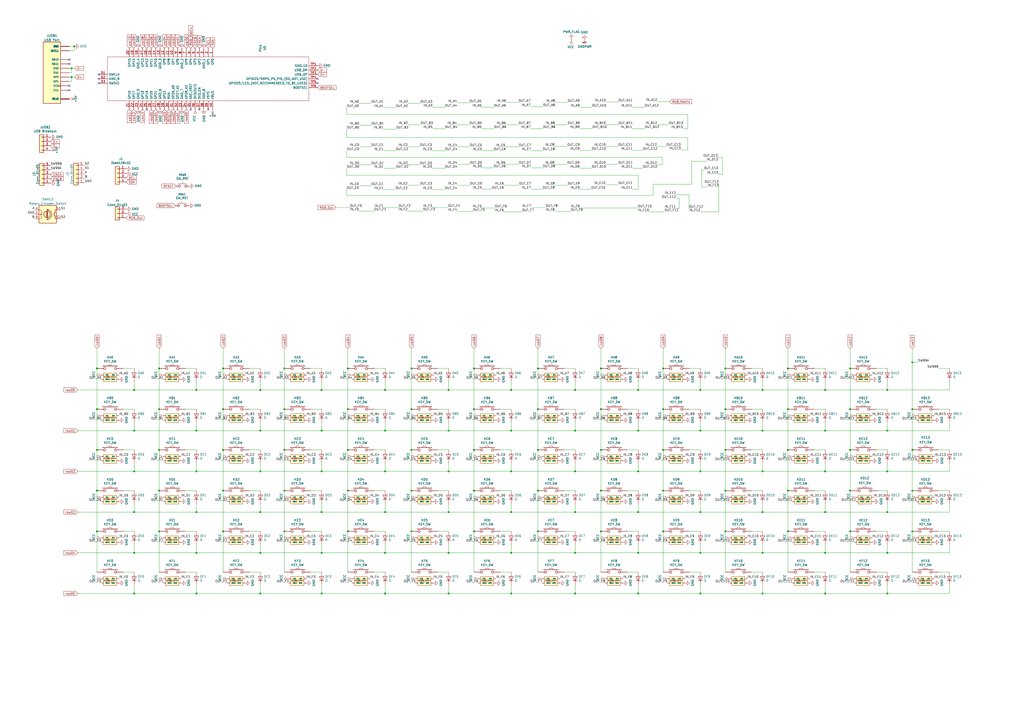
<source format=kicad_sch>
(kicad_sch (version 20211123) (generator eeschema)
  (paper "A2")
  (lib_symbols
    (symbol "KEY_SW_RGB_1" (pin_numbers hide) (pin_names (offset 1.016))
      (property "Reference" "KL" (at -3.81 2.794 0))
      (property "Value" "KEY_SW_RGB_1" (at -0.2032 -11.8364 0))
      (symbol "KEY_SW_RGB_1_0_1"
        (pin passive inverted (at -7.62 0 0) (length 5.08) (name "~") (number "1"))
        (pin passive inverted (at 7.62 0 180) (length 5.08) (name "~") (number "2"))
      )
      (symbol "KEY_SW_RGB_1_1_1"
        (text "SK6812mini" (at -0.0762 -4.953 0) (effects (font (size 0.7874 0.7874))))
        (pin power_in line (at -5.08 -3.81 0) (length 1.27) (name "VCC") (number "3"))
        (pin output line (at -5.08 -6.35 0) (length 1.27) (name "DOUT") (number "4"))
        (pin power_in line (at 5.08 -6.35 180) (length 1.27) (name "GND") (number "5"))
        (pin input line (at 5.08 -3.81 180) (length 1.27) (name "DIN") (number "6"))
      )
    )
    (symbol "KEY_SW_RGB_10" (pin_numbers hide) (pin_names (offset 1.016))
      (property "Reference" "KL" (at -3.81 2.794 0))
      (property "Value" "KEY_SW_RGB_10" (at -0.2032 -11.8364 0))
      (symbol "KEY_SW_RGB_10_0_1"
        (pin passive inverted (at -7.62 0 0) (length 5.08) (name "~") (number "1"))
        (pin passive inverted (at 7.62 0 180) (length 5.08) (name "~") (number "2"))
      )
      (symbol "KEY_SW_RGB_10_1_1"
        (text "SK6812mini" (at -0.0762 -4.953 0) (effects (font (size 0.7874 0.7874))))
        (pin power_in line (at -5.08 -3.81 0) (length 1.27) (name "VCC") (number "3"))
        (pin output line (at -5.08 -6.35 0) (length 1.27) (name "DOUT") (number "4"))
        (pin power_in line (at 5.08 -6.35 180) (length 1.27) (name "GND") (number "5"))
        (pin input line (at 5.08 -3.81 180) (length 1.27) (name "DIN") (number "6"))
      )
    )
    (symbol "KEY_SW_RGB_11" (pin_numbers hide) (pin_names (offset 1.016))
      (property "Reference" "KL" (at -3.81 2.794 0))
      (property "Value" "KEY_SW_RGB_11" (at -0.2032 -11.8364 0))
      (symbol "KEY_SW_RGB_11_0_1"
        (pin passive inverted (at -7.62 0 0) (length 5.08) (name "~") (number "1"))
        (pin passive inverted (at 7.62 0 180) (length 5.08) (name "~") (number "2"))
      )
      (symbol "KEY_SW_RGB_11_1_1"
        (text "SK6812mini" (at -0.0762 -4.953 0) (effects (font (size 0.7874 0.7874))))
        (pin power_in line (at -5.08 -3.81 0) (length 1.27) (name "VCC") (number "3"))
        (pin output line (at -5.08 -6.35 0) (length 1.27) (name "DOUT") (number "4"))
        (pin power_in line (at 5.08 -6.35 180) (length 1.27) (name "GND") (number "5"))
        (pin input line (at 5.08 -3.81 180) (length 1.27) (name "DIN") (number "6"))
      )
    )
    (symbol "KEY_SW_RGB_12" (pin_numbers hide) (pin_names (offset 1.016))
      (property "Reference" "KL" (at -3.81 2.794 0))
      (property "Value" "KEY_SW_RGB_12" (at -0.2032 -11.8364 0))
      (symbol "KEY_SW_RGB_12_0_1"
        (pin passive inverted (at -7.62 0 0) (length 5.08) (name "~") (number "1"))
        (pin passive inverted (at 7.62 0 180) (length 5.08) (name "~") (number "2"))
      )
      (symbol "KEY_SW_RGB_12_1_1"
        (text "SK6812mini" (at -0.0762 -4.953 0) (effects (font (size 0.7874 0.7874))))
        (pin power_in line (at -5.08 -3.81 0) (length 1.27) (name "VCC") (number "3"))
        (pin output line (at -5.08 -6.35 0) (length 1.27) (name "DOUT") (number "4"))
        (pin power_in line (at 5.08 -6.35 180) (length 1.27) (name "GND") (number "5"))
        (pin input line (at 5.08 -3.81 180) (length 1.27) (name "DIN") (number "6"))
      )
    )
    (symbol "KEY_SW_RGB_13" (pin_numbers hide) (pin_names (offset 1.016))
      (property "Reference" "KL" (at -3.81 2.794 0))
      (property "Value" "KEY_SW_RGB_13" (at -0.2032 -11.8364 0))
      (symbol "KEY_SW_RGB_13_0_1"
        (pin passive inverted (at -7.62 0 0) (length 5.08) (name "~") (number "1"))
        (pin passive inverted (at 7.62 0 180) (length 5.08) (name "~") (number "2"))
      )
      (symbol "KEY_SW_RGB_13_1_1"
        (text "SK6812mini" (at -0.0762 -4.953 0) (effects (font (size 0.7874 0.7874))))
        (pin power_in line (at -5.08 -3.81 0) (length 1.27) (name "VCC") (number "3"))
        (pin output line (at -5.08 -6.35 0) (length 1.27) (name "DOUT") (number "4"))
        (pin power_in line (at 5.08 -6.35 180) (length 1.27) (name "GND") (number "5"))
        (pin input line (at 5.08 -3.81 180) (length 1.27) (name "DIN") (number "6"))
      )
    )
    (symbol "KEY_SW_RGB_14" (pin_numbers hide) (pin_names (offset 1.016))
      (property "Reference" "KL" (at -3.81 2.794 0))
      (property "Value" "KEY_SW_RGB_14" (at -0.2032 -11.8364 0))
      (symbol "KEY_SW_RGB_14_0_1"
        (pin passive inverted (at -7.62 0 0) (length 5.08) (name "~") (number "1"))
        (pin passive inverted (at 7.62 0 180) (length 5.08) (name "~") (number "2"))
      )
      (symbol "KEY_SW_RGB_14_1_1"
        (text "SK6812mini" (at -0.0762 -4.953 0) (effects (font (size 0.7874 0.7874))))
        (pin power_in line (at -5.08 -3.81 0) (length 1.27) (name "VCC") (number "3"))
        (pin output line (at -5.08 -6.35 0) (length 1.27) (name "DOUT") (number "4"))
        (pin power_in line (at 5.08 -6.35 180) (length 1.27) (name "GND") (number "5"))
        (pin input line (at 5.08 -3.81 180) (length 1.27) (name "DIN") (number "6"))
      )
    )
    (symbol "KEY_SW_RGB_15" (pin_numbers hide) (pin_names (offset 1.016))
      (property "Reference" "KL" (at -3.81 2.794 0))
      (property "Value" "KEY_SW_RGB_15" (at -0.2032 -11.8364 0))
      (symbol "KEY_SW_RGB_15_0_1"
        (pin passive inverted (at -7.62 0 0) (length 5.08) (name "~") (number "1"))
        (pin passive inverted (at 7.62 0 180) (length 5.08) (name "~") (number "2"))
      )
      (symbol "KEY_SW_RGB_15_1_1"
        (text "SK6812mini" (at -0.0762 -4.953 0) (effects (font (size 0.7874 0.7874))))
        (pin power_in line (at -5.08 -3.81 0) (length 1.27) (name "VCC") (number "3"))
        (pin output line (at -5.08 -6.35 0) (length 1.27) (name "DOUT") (number "4"))
        (pin power_in line (at 5.08 -6.35 180) (length 1.27) (name "GND") (number "5"))
        (pin input line (at 5.08 -3.81 180) (length 1.27) (name "DIN") (number "6"))
      )
    )
    (symbol "KEY_SW_RGB_16" (pin_numbers hide) (pin_names (offset 1.016))
      (property "Reference" "KL" (at -3.81 2.794 0))
      (property "Value" "KEY_SW_RGB_16" (at -0.2032 -11.8364 0))
      (symbol "KEY_SW_RGB_16_0_1"
        (pin passive inverted (at -7.62 0 0) (length 5.08) (name "~") (number "1"))
        (pin passive inverted (at 7.62 0 180) (length 5.08) (name "~") (number "2"))
      )
      (symbol "KEY_SW_RGB_16_1_1"
        (text "SK6812mini" (at -0.0762 -4.953 0) (effects (font (size 0.7874 0.7874))))
        (pin power_in line (at -5.08 -3.81 0) (length 1.27) (name "VCC") (number "3"))
        (pin output line (at -5.08 -6.35 0) (length 1.27) (name "DOUT") (number "4"))
        (pin power_in line (at 5.08 -6.35 180) (length 1.27) (name "GND") (number "5"))
        (pin input line (at 5.08 -3.81 180) (length 1.27) (name "DIN") (number "6"))
      )
    )
    (symbol "KEY_SW_RGB_17" (pin_numbers hide) (pin_names (offset 1.016))
      (property "Reference" "KL" (at -3.81 2.794 0))
      (property "Value" "KEY_SW_RGB_17" (at -0.2032 -11.8364 0))
      (symbol "KEY_SW_RGB_17_0_1"
        (pin passive inverted (at -7.62 0 0) (length 5.08) (name "~") (number "1"))
        (pin passive inverted (at 7.62 0 180) (length 5.08) (name "~") (number "2"))
      )
      (symbol "KEY_SW_RGB_17_1_1"
        (text "SK6812mini" (at -0.0762 -4.953 0) (effects (font (size 0.7874 0.7874))))
        (pin power_in line (at -5.08 -3.81 0) (length 1.27) (name "VCC") (number "3"))
        (pin output line (at -5.08 -6.35 0) (length 1.27) (name "DOUT") (number "4"))
        (pin power_in line (at 5.08 -6.35 180) (length 1.27) (name "GND") (number "5"))
        (pin input line (at 5.08 -3.81 180) (length 1.27) (name "DIN") (number "6"))
      )
    )
    (symbol "KEY_SW_RGB_18" (pin_numbers hide) (pin_names (offset 1.016))
      (property "Reference" "KL" (at -3.81 2.794 0))
      (property "Value" "KEY_SW_RGB_18" (at -0.2032 -11.8364 0))
      (symbol "KEY_SW_RGB_18_0_1"
        (pin passive inverted (at -7.62 0 0) (length 5.08) (name "~") (number "1"))
        (pin passive inverted (at 7.62 0 180) (length 5.08) (name "~") (number "2"))
      )
      (symbol "KEY_SW_RGB_18_1_1"
        (text "SK6812mini" (at -0.0762 -4.953 0) (effects (font (size 0.7874 0.7874))))
        (pin power_in line (at -5.08 -3.81 0) (length 1.27) (name "VCC") (number "3"))
        (pin output line (at -5.08 -6.35 0) (length 1.27) (name "DOUT") (number "4"))
        (pin power_in line (at 5.08 -6.35 180) (length 1.27) (name "GND") (number "5"))
        (pin input line (at 5.08 -3.81 180) (length 1.27) (name "DIN") (number "6"))
      )
    )
    (symbol "KEY_SW_RGB_19" (pin_numbers hide) (pin_names (offset 1.016))
      (property "Reference" "KL" (at -3.81 2.794 0))
      (property "Value" "KEY_SW_RGB_19" (at -0.2032 -11.8364 0))
      (symbol "KEY_SW_RGB_19_0_1"
        (pin passive inverted (at -7.62 0 0) (length 5.08) (name "~") (number "1"))
        (pin passive inverted (at 7.62 0 180) (length 5.08) (name "~") (number "2"))
      )
      (symbol "KEY_SW_RGB_19_1_1"
        (text "SK6812mini" (at -0.0762 -4.953 0) (effects (font (size 0.7874 0.7874))))
        (pin power_in line (at -5.08 -3.81 0) (length 1.27) (name "VCC") (number "3"))
        (pin output line (at -5.08 -6.35 0) (length 1.27) (name "DOUT") (number "4"))
        (pin power_in line (at 5.08 -6.35 180) (length 1.27) (name "GND") (number "5"))
        (pin input line (at 5.08 -3.81 180) (length 1.27) (name "DIN") (number "6"))
      )
    )
    (symbol "KEY_SW_RGB_2" (pin_numbers hide) (pin_names (offset 1.016))
      (property "Reference" "KL" (at -3.81 2.794 0))
      (property "Value" "KEY_SW_RGB_2" (at -0.2032 -11.8364 0))
      (symbol "KEY_SW_RGB_2_0_1"
        (pin passive inverted (at -7.62 0 0) (length 5.08) (name "~") (number "1"))
        (pin passive inverted (at 7.62 0 180) (length 5.08) (name "~") (number "2"))
      )
      (symbol "KEY_SW_RGB_2_1_1"
        (text "SK6812mini" (at -0.0762 -4.953 0) (effects (font (size 0.7874 0.7874))))
        (pin power_in line (at -5.08 -3.81 0) (length 1.27) (name "VCC") (number "3"))
        (pin output line (at -5.08 -6.35 0) (length 1.27) (name "DOUT") (number "4"))
        (pin power_in line (at 5.08 -6.35 180) (length 1.27) (name "GND") (number "5"))
        (pin input line (at 5.08 -3.81 180) (length 1.27) (name "DIN") (number "6"))
      )
    )
    (symbol "KEY_SW_RGB_20" (pin_numbers hide) (pin_names (offset 1.016))
      (property "Reference" "KL" (at -3.81 2.794 0))
      (property "Value" "KEY_SW_RGB_20" (at -0.2032 -11.8364 0))
      (symbol "KEY_SW_RGB_20_0_1"
        (pin passive inverted (at -7.62 0 0) (length 5.08) (name "~") (number "1"))
        (pin passive inverted (at 7.62 0 180) (length 5.08) (name "~") (number "2"))
      )
      (symbol "KEY_SW_RGB_20_1_1"
        (text "SK6812mini" (at -0.0762 -4.953 0) (effects (font (size 0.7874 0.7874))))
        (pin power_in line (at -5.08 -3.81 0) (length 1.27) (name "VCC") (number "3"))
        (pin output line (at -5.08 -6.35 0) (length 1.27) (name "DOUT") (number "4"))
        (pin power_in line (at 5.08 -6.35 180) (length 1.27) (name "GND") (number "5"))
        (pin input line (at 5.08 -3.81 180) (length 1.27) (name "DIN") (number "6"))
      )
    )
    (symbol "KEY_SW_RGB_21" (pin_numbers hide) (pin_names (offset 1.016))
      (property "Reference" "KL" (at -3.81 2.794 0))
      (property "Value" "KEY_SW_RGB_21" (at -0.2032 -11.8364 0))
      (symbol "KEY_SW_RGB_21_0_1"
        (pin passive inverted (at -7.62 0 0) (length 5.08) (name "~") (number "1"))
        (pin passive inverted (at 7.62 0 180) (length 5.08) (name "~") (number "2"))
      )
      (symbol "KEY_SW_RGB_21_1_1"
        (text "SK6812mini" (at -0.0762 -4.953 0) (effects (font (size 0.7874 0.7874))))
        (pin power_in line (at -5.08 -3.81 0) (length 1.27) (name "VCC") (number "3"))
        (pin output line (at -5.08 -6.35 0) (length 1.27) (name "DOUT") (number "4"))
        (pin power_in line (at 5.08 -6.35 180) (length 1.27) (name "GND") (number "5"))
        (pin input line (at 5.08 -3.81 180) (length 1.27) (name "DIN") (number "6"))
      )
    )
    (symbol "KEY_SW_RGB_22" (pin_numbers hide) (pin_names (offset 1.016))
      (property "Reference" "KL" (at -3.81 2.794 0))
      (property "Value" "KEY_SW_RGB_22" (at -0.2032 -11.8364 0))
      (symbol "KEY_SW_RGB_22_0_1"
        (pin passive inverted (at -7.62 0 0) (length 5.08) (name "~") (number "1"))
        (pin passive inverted (at 7.62 0 180) (length 5.08) (name "~") (number "2"))
      )
      (symbol "KEY_SW_RGB_22_1_1"
        (text "SK6812mini" (at -0.0762 -4.953 0) (effects (font (size 0.7874 0.7874))))
        (pin power_in line (at -5.08 -3.81 0) (length 1.27) (name "VCC") (number "3"))
        (pin output line (at -5.08 -6.35 0) (length 1.27) (name "DOUT") (number "4"))
        (pin power_in line (at 5.08 -6.35 180) (length 1.27) (name "GND") (number "5"))
        (pin input line (at 5.08 -3.81 180) (length 1.27) (name "DIN") (number "6"))
      )
    )
    (symbol "KEY_SW_RGB_23" (pin_numbers hide) (pin_names (offset 1.016))
      (property "Reference" "KL" (at -3.81 2.794 0))
      (property "Value" "KEY_SW_RGB_23" (at -0.2032 -11.8364 0))
      (symbol "KEY_SW_RGB_23_0_1"
        (pin passive inverted (at -7.62 0 0) (length 5.08) (name "~") (number "1"))
        (pin passive inverted (at 7.62 0 180) (length 5.08) (name "~") (number "2"))
      )
      (symbol "KEY_SW_RGB_23_1_1"
        (text "SK6812mini" (at -0.0762 -4.953 0) (effects (font (size 0.7874 0.7874))))
        (pin power_in line (at -5.08 -3.81 0) (length 1.27) (name "VCC") (number "3"))
        (pin output line (at -5.08 -6.35 0) (length 1.27) (name "DOUT") (number "4"))
        (pin power_in line (at 5.08 -6.35 180) (length 1.27) (name "GND") (number "5"))
        (pin input line (at 5.08 -3.81 180) (length 1.27) (name "DIN") (number "6"))
      )
    )
    (symbol "KEY_SW_RGB_24" (pin_numbers hide) (pin_names (offset 1.016))
      (property "Reference" "KL" (at -3.81 2.794 0))
      (property "Value" "KEY_SW_RGB_24" (at -0.2032 -11.8364 0))
      (symbol "KEY_SW_RGB_24_0_1"
        (pin passive inverted (at -7.62 0 0) (length 5.08) (name "~") (number "1"))
        (pin passive inverted (at 7.62 0 180) (length 5.08) (name "~") (number "2"))
      )
      (symbol "KEY_SW_RGB_24_1_1"
        (text "SK6812mini" (at -0.0762 -4.953 0) (effects (font (size 0.7874 0.7874))))
        (pin power_in line (at -5.08 -3.81 0) (length 1.27) (name "VCC") (number "3"))
        (pin output line (at -5.08 -6.35 0) (length 1.27) (name "DOUT") (number "4"))
        (pin power_in line (at 5.08 -6.35 180) (length 1.27) (name "GND") (number "5"))
        (pin input line (at 5.08 -3.81 180) (length 1.27) (name "DIN") (number "6"))
      )
    )
    (symbol "KEY_SW_RGB_25" (pin_numbers hide) (pin_names (offset 1.016))
      (property "Reference" "KL" (at -3.81 2.794 0))
      (property "Value" "KEY_SW_RGB_25" (at -0.2032 -11.8364 0))
      (symbol "KEY_SW_RGB_25_0_1"
        (pin passive inverted (at -7.62 0 0) (length 5.08) (name "~") (number "1"))
        (pin passive inverted (at 7.62 0 180) (length 5.08) (name "~") (number "2"))
      )
      (symbol "KEY_SW_RGB_25_1_1"
        (text "SK6812mini" (at -0.0762 -4.953 0) (effects (font (size 0.7874 0.7874))))
        (pin power_in line (at -5.08 -3.81 0) (length 1.27) (name "VCC") (number "3"))
        (pin output line (at -5.08 -6.35 0) (length 1.27) (name "DOUT") (number "4"))
        (pin power_in line (at 5.08 -6.35 180) (length 1.27) (name "GND") (number "5"))
        (pin input line (at 5.08 -3.81 180) (length 1.27) (name "DIN") (number "6"))
      )
    )
    (symbol "KEY_SW_RGB_26" (pin_numbers hide) (pin_names (offset 1.016))
      (property "Reference" "KL" (at -3.81 2.794 0))
      (property "Value" "KEY_SW_RGB_26" (at -0.2032 -11.8364 0))
      (symbol "KEY_SW_RGB_26_0_1"
        (pin passive inverted (at -7.62 0 0) (length 5.08) (name "~") (number "1"))
        (pin passive inverted (at 7.62 0 180) (length 5.08) (name "~") (number "2"))
      )
      (symbol "KEY_SW_RGB_26_1_1"
        (text "SK6812mini" (at -0.0762 -4.953 0) (effects (font (size 0.7874 0.7874))))
        (pin power_in line (at -5.08 -3.81 0) (length 1.27) (name "VCC") (number "3"))
        (pin output line (at -5.08 -6.35 0) (length 1.27) (name "DOUT") (number "4"))
        (pin power_in line (at 5.08 -6.35 180) (length 1.27) (name "GND") (number "5"))
        (pin input line (at 5.08 -3.81 180) (length 1.27) (name "DIN") (number "6"))
      )
    )
    (symbol "KEY_SW_RGB_27" (pin_numbers hide) (pin_names (offset 1.016))
      (property "Reference" "KL" (at -3.81 2.794 0))
      (property "Value" "KEY_SW_RGB_27" (at -0.2032 -11.8364 0))
      (symbol "KEY_SW_RGB_27_0_1"
        (pin passive inverted (at -7.62 0 0) (length 5.08) (name "~") (number "1"))
        (pin passive inverted (at 7.62 0 180) (length 5.08) (name "~") (number "2"))
      )
      (symbol "KEY_SW_RGB_27_1_1"
        (text "SK6812mini" (at -0.0762 -4.953 0) (effects (font (size 0.7874 0.7874))))
        (pin power_in line (at -5.08 -3.81 0) (length 1.27) (name "VCC") (number "3"))
        (pin output line (at -5.08 -6.35 0) (length 1.27) (name "DOUT") (number "4"))
        (pin power_in line (at 5.08 -6.35 180) (length 1.27) (name "GND") (number "5"))
        (pin input line (at 5.08 -3.81 180) (length 1.27) (name "DIN") (number "6"))
      )
    )
    (symbol "KEY_SW_RGB_28" (pin_numbers hide) (pin_names (offset 1.016))
      (property "Reference" "KL" (at -3.81 2.794 0))
      (property "Value" "KEY_SW_RGB_28" (at -0.2032 -11.8364 0))
      (symbol "KEY_SW_RGB_28_0_1"
        (pin passive inverted (at -7.62 0 0) (length 5.08) (name "~") (number "1"))
        (pin passive inverted (at 7.62 0 180) (length 5.08) (name "~") (number "2"))
      )
      (symbol "KEY_SW_RGB_28_1_1"
        (text "SK6812mini" (at -0.0762 -4.953 0) (effects (font (size 0.7874 0.7874))))
        (pin power_in line (at -5.08 -3.81 0) (length 1.27) (name "VCC") (number "3"))
        (pin output line (at -5.08 -6.35 0) (length 1.27) (name "DOUT") (number "4"))
        (pin power_in line (at 5.08 -6.35 180) (length 1.27) (name "GND") (number "5"))
        (pin input line (at 5.08 -3.81 180) (length 1.27) (name "DIN") (number "6"))
      )
    )
    (symbol "KEY_SW_RGB_29" (pin_numbers hide) (pin_names (offset 1.016))
      (property "Reference" "KL" (at -3.81 2.794 0))
      (property "Value" "KEY_SW_RGB_29" (at -0.2032 -11.8364 0))
      (symbol "KEY_SW_RGB_29_0_1"
        (pin passive inverted (at -7.62 0 0) (length 5.08) (name "~") (number "1"))
        (pin passive inverted (at 7.62 0 180) (length 5.08) (name "~") (number "2"))
      )
      (symbol "KEY_SW_RGB_29_1_1"
        (text "SK6812mini" (at -0.0762 -4.953 0) (effects (font (size 0.7874 0.7874))))
        (pin power_in line (at -5.08 -3.81 0) (length 1.27) (name "VCC") (number "3"))
        (pin output line (at -5.08 -6.35 0) (length 1.27) (name "DOUT") (number "4"))
        (pin power_in line (at 5.08 -6.35 180) (length 1.27) (name "GND") (number "5"))
        (pin input line (at 5.08 -3.81 180) (length 1.27) (name "DIN") (number "6"))
      )
    )
    (symbol "KEY_SW_RGB_3" (pin_numbers hide) (pin_names (offset 1.016))
      (property "Reference" "KL" (at -3.81 2.794 0))
      (property "Value" "KEY_SW_RGB_3" (at -0.2032 -11.8364 0))
      (symbol "KEY_SW_RGB_3_0_1"
        (pin passive inverted (at -7.62 0 0) (length 5.08) (name "~") (number "1"))
        (pin passive inverted (at 7.62 0 180) (length 5.08) (name "~") (number "2"))
      )
      (symbol "KEY_SW_RGB_3_1_1"
        (text "SK6812mini" (at -0.0762 -4.953 0) (effects (font (size 0.7874 0.7874))))
        (pin power_in line (at -5.08 -3.81 0) (length 1.27) (name "VCC") (number "3"))
        (pin output line (at -5.08 -6.35 0) (length 1.27) (name "DOUT") (number "4"))
        (pin power_in line (at 5.08 -6.35 180) (length 1.27) (name "GND") (number "5"))
        (pin input line (at 5.08 -3.81 180) (length 1.27) (name "DIN") (number "6"))
      )
    )
    (symbol "KEY_SW_RGB_30" (pin_numbers hide) (pin_names (offset 1.016))
      (property "Reference" "KL" (at -3.81 2.794 0))
      (property "Value" "KEY_SW_RGB_30" (at -0.2032 -11.8364 0))
      (symbol "KEY_SW_RGB_30_0_1"
        (pin passive inverted (at -7.62 0 0) (length 5.08) (name "~") (number "1"))
        (pin passive inverted (at 7.62 0 180) (length 5.08) (name "~") (number "2"))
      )
      (symbol "KEY_SW_RGB_30_1_1"
        (text "SK6812mini" (at -0.0762 -4.953 0) (effects (font (size 0.7874 0.7874))))
        (pin power_in line (at -5.08 -3.81 0) (length 1.27) (name "VCC") (number "3"))
        (pin output line (at -5.08 -6.35 0) (length 1.27) (name "DOUT") (number "4"))
        (pin power_in line (at 5.08 -6.35 180) (length 1.27) (name "GND") (number "5"))
        (pin input line (at 5.08 -3.81 180) (length 1.27) (name "DIN") (number "6"))
      )
    )
    (symbol "KEY_SW_RGB_31" (pin_numbers hide) (pin_names (offset 1.016))
      (property "Reference" "KL" (at -3.81 2.794 0))
      (property "Value" "KEY_SW_RGB_31" (at -0.2032 -11.8364 0))
      (symbol "KEY_SW_RGB_31_0_1"
        (pin passive inverted (at -7.62 0 0) (length 5.08) (name "~") (number "1"))
        (pin passive inverted (at 7.62 0 180) (length 5.08) (name "~") (number "2"))
      )
      (symbol "KEY_SW_RGB_31_1_1"
        (text "SK6812mini" (at -0.0762 -4.953 0) (effects (font (size 0.7874 0.7874))))
        (pin power_in line (at -5.08 -3.81 0) (length 1.27) (name "VCC") (number "3"))
        (pin output line (at -5.08 -6.35 0) (length 1.27) (name "DOUT") (number "4"))
        (pin power_in line (at 5.08 -6.35 180) (length 1.27) (name "GND") (number "5"))
        (pin input line (at 5.08 -3.81 180) (length 1.27) (name "DIN") (number "6"))
      )
    )
    (symbol "KEY_SW_RGB_32" (pin_numbers hide) (pin_names (offset 1.016))
      (property "Reference" "KL" (at -3.81 2.794 0))
      (property "Value" "KEY_SW_RGB_32" (at -0.2032 -11.8364 0))
      (symbol "KEY_SW_RGB_32_0_1"
        (pin passive inverted (at -7.62 0 0) (length 5.08) (name "~") (number "1"))
        (pin passive inverted (at 7.62 0 180) (length 5.08) (name "~") (number "2"))
      )
      (symbol "KEY_SW_RGB_32_1_1"
        (text "SK6812mini" (at -0.0762 -4.953 0) (effects (font (size 0.7874 0.7874))))
        (pin power_in line (at -5.08 -3.81 0) (length 1.27) (name "VCC") (number "3"))
        (pin output line (at -5.08 -6.35 0) (length 1.27) (name "DOUT") (number "4"))
        (pin power_in line (at 5.08 -6.35 180) (length 1.27) (name "GND") (number "5"))
        (pin input line (at 5.08 -3.81 180) (length 1.27) (name "DIN") (number "6"))
      )
    )
    (symbol "KEY_SW_RGB_33" (pin_numbers hide) (pin_names (offset 1.016))
      (property "Reference" "KL" (at -3.81 2.794 0))
      (property "Value" "KEY_SW_RGB_33" (at -0.2032 -11.8364 0))
      (symbol "KEY_SW_RGB_33_0_1"
        (pin passive inverted (at -7.62 0 0) (length 5.08) (name "~") (number "1"))
        (pin passive inverted (at 7.62 0 180) (length 5.08) (name "~") (number "2"))
      )
      (symbol "KEY_SW_RGB_33_1_1"
        (text "SK6812mini" (at -0.0762 -4.953 0) (effects (font (size 0.7874 0.7874))))
        (pin power_in line (at -5.08 -3.81 0) (length 1.27) (name "VCC") (number "3"))
        (pin output line (at -5.08 -6.35 0) (length 1.27) (name "DOUT") (number "4"))
        (pin power_in line (at 5.08 -6.35 180) (length 1.27) (name "GND") (number "5"))
        (pin input line (at 5.08 -3.81 180) (length 1.27) (name "DIN") (number "6"))
      )
    )
    (symbol "KEY_SW_RGB_34" (pin_numbers hide) (pin_names (offset 1.016))
      (property "Reference" "KL" (at -3.81 2.794 0))
      (property "Value" "KEY_SW_RGB_34" (at -0.2032 -11.8364 0))
      (symbol "KEY_SW_RGB_34_0_1"
        (pin passive inverted (at -7.62 0 0) (length 5.08) (name "~") (number "1"))
        (pin passive inverted (at 7.62 0 180) (length 5.08) (name "~") (number "2"))
      )
      (symbol "KEY_SW_RGB_34_1_1"
        (text "SK6812mini" (at -0.0762 -4.953 0) (effects (font (size 0.7874 0.7874))))
        (pin power_in line (at -5.08 -3.81 0) (length 1.27) (name "VCC") (number "3"))
        (pin output line (at -5.08 -6.35 0) (length 1.27) (name "DOUT") (number "4"))
        (pin power_in line (at 5.08 -6.35 180) (length 1.27) (name "GND") (number "5"))
        (pin input line (at 5.08 -3.81 180) (length 1.27) (name "DIN") (number "6"))
      )
    )
    (symbol "KEY_SW_RGB_35" (pin_numbers hide) (pin_names (offset 1.016))
      (property "Reference" "KL" (at -3.81 2.794 0))
      (property "Value" "KEY_SW_RGB_35" (at -0.2032 -11.8364 0))
      (symbol "KEY_SW_RGB_35_0_1"
        (pin passive inverted (at -7.62 0 0) (length 5.08) (name "~") (number "1"))
        (pin passive inverted (at 7.62 0 180) (length 5.08) (name "~") (number "2"))
      )
      (symbol "KEY_SW_RGB_35_1_1"
        (text "SK6812mini" (at -0.0762 -4.953 0) (effects (font (size 0.7874 0.7874))))
        (pin power_in line (at -5.08 -3.81 0) (length 1.27) (name "VCC") (number "3"))
        (pin output line (at -5.08 -6.35 0) (length 1.27) (name "DOUT") (number "4"))
        (pin power_in line (at 5.08 -6.35 180) (length 1.27) (name "GND") (number "5"))
        (pin input line (at 5.08 -3.81 180) (length 1.27) (name "DIN") (number "6"))
      )
    )
    (symbol "KEY_SW_RGB_36" (pin_numbers hide) (pin_names (offset 1.016))
      (property "Reference" "KL" (at -3.81 2.794 0))
      (property "Value" "KEY_SW_RGB_36" (at -0.2032 -11.8364 0))
      (symbol "KEY_SW_RGB_36_0_1"
        (pin passive inverted (at -7.62 0 0) (length 5.08) (name "~") (number "1"))
        (pin passive inverted (at 7.62 0 180) (length 5.08) (name "~") (number "2"))
      )
      (symbol "KEY_SW_RGB_36_1_1"
        (text "SK6812mini" (at -0.0762 -4.953 0) (effects (font (size 0.7874 0.7874))))
        (pin power_in line (at -5.08 -3.81 0) (length 1.27) (name "VCC") (number "3"))
        (pin output line (at -5.08 -6.35 0) (length 1.27) (name "DOUT") (number "4"))
        (pin power_in line (at 5.08 -6.35 180) (length 1.27) (name "GND") (number "5"))
        (pin input line (at 5.08 -3.81 180) (length 1.27) (name "DIN") (number "6"))
      )
    )
    (symbol "KEY_SW_RGB_37" (pin_numbers hide) (pin_names (offset 1.016))
      (property "Reference" "KL" (at -3.81 2.794 0))
      (property "Value" "KEY_SW_RGB_37" (at -0.2032 -11.8364 0))
      (symbol "KEY_SW_RGB_37_0_1"
        (pin passive inverted (at -7.62 0 0) (length 5.08) (name "~") (number "1"))
        (pin passive inverted (at 7.62 0 180) (length 5.08) (name "~") (number "2"))
      )
      (symbol "KEY_SW_RGB_37_1_1"
        (text "SK6812mini" (at -0.0762 -4.953 0) (effects (font (size 0.7874 0.7874))))
        (pin power_in line (at -5.08 -3.81 0) (length 1.27) (name "VCC") (number "3"))
        (pin output line (at -5.08 -6.35 0) (length 1.27) (name "DOUT") (number "4"))
        (pin power_in line (at 5.08 -6.35 180) (length 1.27) (name "GND") (number "5"))
        (pin input line (at 5.08 -3.81 180) (length 1.27) (name "DIN") (number "6"))
      )
    )
    (symbol "KEY_SW_RGB_38" (pin_numbers hide) (pin_names (offset 1.016))
      (property "Reference" "KL" (at -3.81 2.794 0))
      (property "Value" "KEY_SW_RGB_38" (at -0.2032 -11.8364 0))
      (symbol "KEY_SW_RGB_38_0_1"
        (pin passive inverted (at -7.62 0 0) (length 5.08) (name "~") (number "1"))
        (pin passive inverted (at 7.62 0 180) (length 5.08) (name "~") (number "2"))
      )
      (symbol "KEY_SW_RGB_38_1_1"
        (text "SK6812mini" (at -0.0762 -4.953 0) (effects (font (size 0.7874 0.7874))))
        (pin power_in line (at -5.08 -3.81 0) (length 1.27) (name "VCC") (number "3"))
        (pin output line (at -5.08 -6.35 0) (length 1.27) (name "DOUT") (number "4"))
        (pin power_in line (at 5.08 -6.35 180) (length 1.27) (name "GND") (number "5"))
        (pin input line (at 5.08 -3.81 180) (length 1.27) (name "DIN") (number "6"))
      )
    )
    (symbol "KEY_SW_RGB_39" (pin_numbers hide) (pin_names (offset 1.016))
      (property "Reference" "KL" (at -3.81 2.794 0))
      (property "Value" "KEY_SW_RGB_39" (at -0.2032 -11.8364 0))
      (symbol "KEY_SW_RGB_39_0_1"
        (pin passive inverted (at -7.62 0 0) (length 5.08) (name "~") (number "1"))
        (pin passive inverted (at 7.62 0 180) (length 5.08) (name "~") (number "2"))
      )
      (symbol "KEY_SW_RGB_39_1_1"
        (text "SK6812mini" (at -0.0762 -4.953 0) (effects (font (size 0.7874 0.7874))))
        (pin power_in line (at -5.08 -3.81 0) (length 1.27) (name "VCC") (number "3"))
        (pin output line (at -5.08 -6.35 0) (length 1.27) (name "DOUT") (number "4"))
        (pin power_in line (at 5.08 -6.35 180) (length 1.27) (name "GND") (number "5"))
        (pin input line (at 5.08 -3.81 180) (length 1.27) (name "DIN") (number "6"))
      )
    )
    (symbol "KEY_SW_RGB_4" (pin_numbers hide) (pin_names (offset 1.016))
      (property "Reference" "KL" (at -3.81 2.794 0))
      (property "Value" "KEY_SW_RGB_4" (at -0.2032 -11.8364 0))
      (symbol "KEY_SW_RGB_4_0_1"
        (pin passive inverted (at -7.62 0 0) (length 5.08) (name "~") (number "1"))
        (pin passive inverted (at 7.62 0 180) (length 5.08) (name "~") (number "2"))
      )
      (symbol "KEY_SW_RGB_4_1_1"
        (text "SK6812mini" (at -0.0762 -4.953 0) (effects (font (size 0.7874 0.7874))))
        (pin power_in line (at -5.08 -3.81 0) (length 1.27) (name "VCC") (number "3"))
        (pin output line (at -5.08 -6.35 0) (length 1.27) (name "DOUT") (number "4"))
        (pin power_in line (at 5.08 -6.35 180) (length 1.27) (name "GND") (number "5"))
        (pin input line (at 5.08 -3.81 180) (length 1.27) (name "DIN") (number "6"))
      )
    )
    (symbol "KEY_SW_RGB_40" (pin_numbers hide) (pin_names (offset 1.016))
      (property "Reference" "KL" (at -3.81 2.794 0))
      (property "Value" "KEY_SW_RGB_40" (at -0.2032 -11.8364 0))
      (symbol "KEY_SW_RGB_40_0_1"
        (pin passive inverted (at -7.62 0 0) (length 5.08) (name "~") (number "1"))
        (pin passive inverted (at 7.62 0 180) (length 5.08) (name "~") (number "2"))
      )
      (symbol "KEY_SW_RGB_40_1_1"
        (text "SK6812mini" (at -0.0762 -4.953 0) (effects (font (size 0.7874 0.7874))))
        (pin power_in line (at -5.08 -3.81 0) (length 1.27) (name "VCC") (number "3"))
        (pin output line (at -5.08 -6.35 0) (length 1.27) (name "DOUT") (number "4"))
        (pin power_in line (at 5.08 -6.35 180) (length 1.27) (name "GND") (number "5"))
        (pin input line (at 5.08 -3.81 180) (length 1.27) (name "DIN") (number "6"))
      )
    )
    (symbol "KEY_SW_RGB_41" (pin_numbers hide) (pin_names (offset 1.016))
      (property "Reference" "KL" (at -3.81 2.794 0))
      (property "Value" "KEY_SW_RGB_41" (at -0.2032 -11.8364 0))
      (symbol "KEY_SW_RGB_41_0_1"
        (pin passive inverted (at -7.62 0 0) (length 5.08) (name "~") (number "1"))
        (pin passive inverted (at 7.62 0 180) (length 5.08) (name "~") (number "2"))
      )
      (symbol "KEY_SW_RGB_41_1_1"
        (text "SK6812mini" (at -0.0762 -4.953 0) (effects (font (size 0.7874 0.7874))))
        (pin power_in line (at -5.08 -3.81 0) (length 1.27) (name "VCC") (number "3"))
        (pin output line (at -5.08 -6.35 0) (length 1.27) (name "DOUT") (number "4"))
        (pin power_in line (at 5.08 -6.35 180) (length 1.27) (name "GND") (number "5"))
        (pin input line (at 5.08 -3.81 180) (length 1.27) (name "DIN") (number "6"))
      )
    )
    (symbol "KEY_SW_RGB_42" (pin_numbers hide) (pin_names (offset 1.016))
      (property "Reference" "KL" (at -3.81 2.794 0))
      (property "Value" "KEY_SW_RGB_42" (at -0.2032 -11.8364 0))
      (symbol "KEY_SW_RGB_42_0_1"
        (pin passive inverted (at -7.62 0 0) (length 5.08) (name "~") (number "1"))
        (pin passive inverted (at 7.62 0 180) (length 5.08) (name "~") (number "2"))
      )
      (symbol "KEY_SW_RGB_42_1_1"
        (text "SK6812mini" (at -0.0762 -4.953 0) (effects (font (size 0.7874 0.7874))))
        (pin power_in line (at -5.08 -3.81 0) (length 1.27) (name "VCC") (number "3"))
        (pin output line (at -5.08 -6.35 0) (length 1.27) (name "DOUT") (number "4"))
        (pin power_in line (at 5.08 -6.35 180) (length 1.27) (name "GND") (number "5"))
        (pin input line (at 5.08 -3.81 180) (length 1.27) (name "DIN") (number "6"))
      )
    )
    (symbol "KEY_SW_RGB_43" (pin_numbers hide) (pin_names (offset 1.016))
      (property "Reference" "KL" (at -3.81 2.794 0))
      (property "Value" "KEY_SW_RGB_43" (at -0.2032 -11.8364 0))
      (symbol "KEY_SW_RGB_43_0_1"
        (pin passive inverted (at -7.62 0 0) (length 5.08) (name "~") (number "1"))
        (pin passive inverted (at 7.62 0 180) (length 5.08) (name "~") (number "2"))
      )
      (symbol "KEY_SW_RGB_43_1_1"
        (text "SK6812mini" (at -0.0762 -4.953 0) (effects (font (size 0.7874 0.7874))))
        (pin power_in line (at -5.08 -3.81 0) (length 1.27) (name "VCC") (number "3"))
        (pin output line (at -5.08 -6.35 0) (length 1.27) (name "DOUT") (number "4"))
        (pin power_in line (at 5.08 -6.35 180) (length 1.27) (name "GND") (number "5"))
        (pin input line (at 5.08 -3.81 180) (length 1.27) (name "DIN") (number "6"))
      )
    )
    (symbol "KEY_SW_RGB_44" (pin_numbers hide) (pin_names (offset 1.016))
      (property "Reference" "KL" (at -3.81 2.794 0))
      (property "Value" "KEY_SW_RGB_44" (at -0.2032 -11.8364 0))
      (symbol "KEY_SW_RGB_44_0_1"
        (pin passive inverted (at -7.62 0 0) (length 5.08) (name "~") (number "1"))
        (pin passive inverted (at 7.62 0 180) (length 5.08) (name "~") (number "2"))
      )
      (symbol "KEY_SW_RGB_44_1_1"
        (text "SK6812mini" (at -0.0762 -4.953 0) (effects (font (size 0.7874 0.7874))))
        (pin power_in line (at -5.08 -3.81 0) (length 1.27) (name "VCC") (number "3"))
        (pin output line (at -5.08 -6.35 0) (length 1.27) (name "DOUT") (number "4"))
        (pin power_in line (at 5.08 -6.35 180) (length 1.27) (name "GND") (number "5"))
        (pin input line (at 5.08 -3.81 180) (length 1.27) (name "DIN") (number "6"))
      )
    )
    (symbol "KEY_SW_RGB_45" (pin_numbers hide) (pin_names (offset 1.016))
      (property "Reference" "KL" (at -3.81 2.794 0))
      (property "Value" "KEY_SW_RGB_45" (at -0.2032 -11.8364 0))
      (symbol "KEY_SW_RGB_45_0_1"
        (pin passive inverted (at -7.62 0 0) (length 5.08) (name "~") (number "1"))
        (pin passive inverted (at 7.62 0 180) (length 5.08) (name "~") (number "2"))
      )
      (symbol "KEY_SW_RGB_45_1_1"
        (text "SK6812mini" (at -0.0762 -4.953 0) (effects (font (size 0.7874 0.7874))))
        (pin power_in line (at -5.08 -3.81 0) (length 1.27) (name "VCC") (number "3"))
        (pin output line (at -5.08 -6.35 0) (length 1.27) (name "DOUT") (number "4"))
        (pin power_in line (at 5.08 -6.35 180) (length 1.27) (name "GND") (number "5"))
        (pin input line (at 5.08 -3.81 180) (length 1.27) (name "DIN") (number "6"))
      )
    )
    (symbol "KEY_SW_RGB_46" (pin_numbers hide) (pin_names (offset 1.016))
      (property "Reference" "KL" (at -3.81 2.794 0))
      (property "Value" "KEY_SW_RGB_46" (at -0.2032 -11.8364 0))
      (symbol "KEY_SW_RGB_46_0_1"
        (pin passive inverted (at -7.62 0 0) (length 5.08) (name "~") (number "1"))
        (pin passive inverted (at 7.62 0 180) (length 5.08) (name "~") (number "2"))
      )
      (symbol "KEY_SW_RGB_46_1_1"
        (text "SK6812mini" (at -0.0762 -4.953 0) (effects (font (size 0.7874 0.7874))))
        (pin power_in line (at -5.08 -3.81 0) (length 1.27) (name "VCC") (number "3"))
        (pin output line (at -5.08 -6.35 0) (length 1.27) (name "DOUT") (number "4"))
        (pin power_in line (at 5.08 -6.35 180) (length 1.27) (name "GND") (number "5"))
        (pin input line (at 5.08 -3.81 180) (length 1.27) (name "DIN") (number "6"))
      )
    )
    (symbol "KEY_SW_RGB_47" (pin_numbers hide) (pin_names (offset 1.016))
      (property "Reference" "KL" (at -3.81 2.794 0))
      (property "Value" "KEY_SW_RGB_47" (at -0.2032 -11.8364 0))
      (symbol "KEY_SW_RGB_47_0_1"
        (pin passive inverted (at -7.62 0 0) (length 5.08) (name "~") (number "1"))
        (pin passive inverted (at 7.62 0 180) (length 5.08) (name "~") (number "2"))
      )
      (symbol "KEY_SW_RGB_47_1_1"
        (text "SK6812mini" (at -0.0762 -4.953 0) (effects (font (size 0.7874 0.7874))))
        (pin power_in line (at -5.08 -3.81 0) (length 1.27) (name "VCC") (number "3"))
        (pin output line (at -5.08 -6.35 0) (length 1.27) (name "DOUT") (number "4"))
        (pin power_in line (at 5.08 -6.35 180) (length 1.27) (name "GND") (number "5"))
        (pin input line (at 5.08 -3.81 180) (length 1.27) (name "DIN") (number "6"))
      )
    )
    (symbol "KEY_SW_RGB_48" (pin_numbers hide) (pin_names (offset 1.016))
      (property "Reference" "KL" (at -3.81 2.794 0))
      (property "Value" "KEY_SW_RGB_48" (at -0.2032 -11.8364 0))
      (symbol "KEY_SW_RGB_48_0_1"
        (pin passive inverted (at -7.62 0 0) (length 5.08) (name "~") (number "1"))
        (pin passive inverted (at 7.62 0 180) (length 5.08) (name "~") (number "2"))
      )
      (symbol "KEY_SW_RGB_48_1_1"
        (text "SK6812mini" (at -0.0762 -4.953 0) (effects (font (size 0.7874 0.7874))))
        (pin power_in line (at -5.08 -3.81 0) (length 1.27) (name "VCC") (number "3"))
        (pin output line (at -5.08 -6.35 0) (length 1.27) (name "DOUT") (number "4"))
        (pin power_in line (at 5.08 -6.35 180) (length 1.27) (name "GND") (number "5"))
        (pin input line (at 5.08 -3.81 180) (length 1.27) (name "DIN") (number "6"))
      )
    )
    (symbol "KEY_SW_RGB_49" (pin_numbers hide) (pin_names (offset 1.016))
      (property "Reference" "KL" (at -3.81 2.794 0))
      (property "Value" "KEY_SW_RGB_49" (at -0.2032 -11.8364 0))
      (symbol "KEY_SW_RGB_49_0_1"
        (pin passive inverted (at -7.62 0 0) (length 5.08) (name "~") (number "1"))
        (pin passive inverted (at 7.62 0 180) (length 5.08) (name "~") (number "2"))
      )
      (symbol "KEY_SW_RGB_49_1_1"
        (text "SK6812mini" (at -0.0762 -4.953 0) (effects (font (size 0.7874 0.7874))))
        (pin power_in line (at -5.08 -3.81 0) (length 1.27) (name "VCC") (number "3"))
        (pin output line (at -5.08 -6.35 0) (length 1.27) (name "DOUT") (number "4"))
        (pin power_in line (at 5.08 -6.35 180) (length 1.27) (name "GND") (number "5"))
        (pin input line (at 5.08 -3.81 180) (length 1.27) (name "DIN") (number "6"))
      )
    )
    (symbol "KEY_SW_RGB_5" (pin_numbers hide) (pin_names (offset 1.016))
      (property "Reference" "KL" (at -3.81 2.794 0))
      (property "Value" "KEY_SW_RGB_5" (at -0.2032 -11.8364 0))
      (symbol "KEY_SW_RGB_5_0_1"
        (pin passive inverted (at -7.62 0 0) (length 5.08) (name "~") (number "1"))
        (pin passive inverted (at 7.62 0 180) (length 5.08) (name "~") (number "2"))
      )
      (symbol "KEY_SW_RGB_5_1_1"
        (text "SK6812mini" (at -0.0762 -4.953 0) (effects (font (size 0.7874 0.7874))))
        (pin power_in line (at -5.08 -3.81 0) (length 1.27) (name "VCC") (number "3"))
        (pin output line (at -5.08 -6.35 0) (length 1.27) (name "DOUT") (number "4"))
        (pin power_in line (at 5.08 -6.35 180) (length 1.27) (name "GND") (number "5"))
        (pin input line (at 5.08 -3.81 180) (length 1.27) (name "DIN") (number "6"))
      )
    )
    (symbol "KEY_SW_RGB_50" (pin_numbers hide) (pin_names (offset 1.016))
      (property "Reference" "KL" (at -3.81 2.794 0))
      (property "Value" "KEY_SW_RGB_50" (at -0.2032 -11.8364 0))
      (symbol "KEY_SW_RGB_50_0_1"
        (pin passive inverted (at -7.62 0 0) (length 5.08) (name "~") (number "1"))
        (pin passive inverted (at 7.62 0 180) (length 5.08) (name "~") (number "2"))
      )
      (symbol "KEY_SW_RGB_50_1_1"
        (text "SK6812mini" (at -0.0762 -4.953 0) (effects (font (size 0.7874 0.7874))))
        (pin power_in line (at -5.08 -3.81 0) (length 1.27) (name "VCC") (number "3"))
        (pin output line (at -5.08 -6.35 0) (length 1.27) (name "DOUT") (number "4"))
        (pin power_in line (at 5.08 -6.35 180) (length 1.27) (name "GND") (number "5"))
        (pin input line (at 5.08 -3.81 180) (length 1.27) (name "DIN") (number "6"))
      )
    )
    (symbol "KEY_SW_RGB_51" (pin_numbers hide) (pin_names (offset 1.016))
      (property "Reference" "KL" (at -3.81 2.794 0))
      (property "Value" "KEY_SW_RGB_51" (at -0.2032 -11.8364 0))
      (symbol "KEY_SW_RGB_51_0_1"
        (pin passive inverted (at -7.62 0 0) (length 5.08) (name "~") (number "1"))
        (pin passive inverted (at 7.62 0 180) (length 5.08) (name "~") (number "2"))
      )
      (symbol "KEY_SW_RGB_51_1_1"
        (text "SK6812mini" (at -0.0762 -4.953 0) (effects (font (size 0.7874 0.7874))))
        (pin power_in line (at -5.08 -3.81 0) (length 1.27) (name "VCC") (number "3"))
        (pin output line (at -5.08 -6.35 0) (length 1.27) (name "DOUT") (number "4"))
        (pin power_in line (at 5.08 -6.35 180) (length 1.27) (name "GND") (number "5"))
        (pin input line (at 5.08 -3.81 180) (length 1.27) (name "DIN") (number "6"))
      )
    )
    (symbol "KEY_SW_RGB_52" (pin_numbers hide) (pin_names (offset 1.016))
      (property "Reference" "KL" (at -3.81 2.794 0))
      (property "Value" "KEY_SW_RGB_52" (at -0.2032 -11.8364 0))
      (symbol "KEY_SW_RGB_52_0_1"
        (pin passive inverted (at -7.62 0 0) (length 5.08) (name "~") (number "1"))
        (pin passive inverted (at 7.62 0 180) (length 5.08) (name "~") (number "2"))
      )
      (symbol "KEY_SW_RGB_52_1_1"
        (text "SK6812mini" (at -0.0762 -4.953 0) (effects (font (size 0.7874 0.7874))))
        (pin power_in line (at -5.08 -3.81 0) (length 1.27) (name "VCC") (number "3"))
        (pin output line (at -5.08 -6.35 0) (length 1.27) (name "DOUT") (number "4"))
        (pin power_in line (at 5.08 -6.35 180) (length 1.27) (name "GND") (number "5"))
        (pin input line (at 5.08 -3.81 180) (length 1.27) (name "DIN") (number "6"))
      )
    )
    (symbol "KEY_SW_RGB_53" (pin_numbers hide) (pin_names (offset 1.016))
      (property "Reference" "KL" (at -3.81 2.794 0))
      (property "Value" "KEY_SW_RGB_53" (at -0.2032 -11.8364 0))
      (symbol "KEY_SW_RGB_53_0_1"
        (pin passive inverted (at -7.62 0 0) (length 5.08) (name "~") (number "1"))
        (pin passive inverted (at 7.62 0 180) (length 5.08) (name "~") (number "2"))
      )
      (symbol "KEY_SW_RGB_53_1_1"
        (text "SK6812mini" (at -0.0762 -4.953 0) (effects (font (size 0.7874 0.7874))))
        (pin power_in line (at -5.08 -3.81 0) (length 1.27) (name "VCC") (number "3"))
        (pin output line (at -5.08 -6.35 0) (length 1.27) (name "DOUT") (number "4"))
        (pin power_in line (at 5.08 -6.35 180) (length 1.27) (name "GND") (number "5"))
        (pin input line (at 5.08 -3.81 180) (length 1.27) (name "DIN") (number "6"))
      )
    )
    (symbol "KEY_SW_RGB_54" (pin_numbers hide) (pin_names (offset 1.016))
      (property "Reference" "KL" (at -3.81 2.794 0))
      (property "Value" "KEY_SW_RGB_54" (at -0.2032 -11.8364 0))
      (symbol "KEY_SW_RGB_54_0_1"
        (pin passive inverted (at -7.62 0 0) (length 5.08) (name "~") (number "1"))
        (pin passive inverted (at 7.62 0 180) (length 5.08) (name "~") (number "2"))
      )
      (symbol "KEY_SW_RGB_54_1_1"
        (text "SK6812mini" (at -0.0762 -4.953 0) (effects (font (size 0.7874 0.7874))))
        (pin power_in line (at -5.08 -3.81 0) (length 1.27) (name "VCC") (number "3"))
        (pin output line (at -5.08 -6.35 0) (length 1.27) (name "DOUT") (number "4"))
        (pin power_in line (at 5.08 -6.35 180) (length 1.27) (name "GND") (number "5"))
        (pin input line (at 5.08 -3.81 180) (length 1.27) (name "DIN") (number "6"))
      )
    )
    (symbol "KEY_SW_RGB_55" (pin_numbers hide) (pin_names (offset 1.016))
      (property "Reference" "KL" (at -3.81 2.794 0))
      (property "Value" "KEY_SW_RGB_55" (at -0.2032 -11.8364 0))
      (symbol "KEY_SW_RGB_55_0_1"
        (pin passive inverted (at -7.62 0 0) (length 5.08) (name "~") (number "1"))
        (pin passive inverted (at 7.62 0 180) (length 5.08) (name "~") (number "2"))
      )
      (symbol "KEY_SW_RGB_55_1_1"
        (text "SK6812mini" (at -0.0762 -4.953 0) (effects (font (size 0.7874 0.7874))))
        (pin power_in line (at -5.08 -3.81 0) (length 1.27) (name "VCC") (number "3"))
        (pin output line (at -5.08 -6.35 0) (length 1.27) (name "DOUT") (number "4"))
        (pin power_in line (at 5.08 -6.35 180) (length 1.27) (name "GND") (number "5"))
        (pin input line (at 5.08 -3.81 180) (length 1.27) (name "DIN") (number "6"))
      )
    )
    (symbol "KEY_SW_RGB_56" (pin_numbers hide) (pin_names (offset 1.016))
      (property "Reference" "KL" (at -3.81 2.794 0))
      (property "Value" "KEY_SW_RGB_56" (at -0.2032 -11.8364 0))
      (symbol "KEY_SW_RGB_56_0_1"
        (pin passive inverted (at -7.62 0 0) (length 5.08) (name "~") (number "1"))
        (pin passive inverted (at 7.62 0 180) (length 5.08) (name "~") (number "2"))
      )
      (symbol "KEY_SW_RGB_56_1_1"
        (text "SK6812mini" (at -0.0762 -4.953 0) (effects (font (size 0.7874 0.7874))))
        (pin power_in line (at -5.08 -3.81 0) (length 1.27) (name "VCC") (number "3"))
        (pin output line (at -5.08 -6.35 0) (length 1.27) (name "DOUT") (number "4"))
        (pin power_in line (at 5.08 -6.35 180) (length 1.27) (name "GND") (number "5"))
        (pin input line (at 5.08 -3.81 180) (length 1.27) (name "DIN") (number "6"))
      )
    )
    (symbol "KEY_SW_RGB_57" (pin_numbers hide) (pin_names (offset 1.016))
      (property "Reference" "KL" (at -3.81 2.794 0))
      (property "Value" "KEY_SW_RGB_57" (at -0.2032 -11.8364 0))
      (symbol "KEY_SW_RGB_57_0_1"
        (pin passive inverted (at -7.62 0 0) (length 5.08) (name "~") (number "1"))
        (pin passive inverted (at 7.62 0 180) (length 5.08) (name "~") (number "2"))
      )
      (symbol "KEY_SW_RGB_57_1_1"
        (text "SK6812mini" (at -0.0762 -4.953 0) (effects (font (size 0.7874 0.7874))))
        (pin power_in line (at -5.08 -3.81 0) (length 1.27) (name "VCC") (number "3"))
        (pin output line (at -5.08 -6.35 0) (length 1.27) (name "DOUT") (number "4"))
        (pin power_in line (at 5.08 -6.35 180) (length 1.27) (name "GND") (number "5"))
        (pin input line (at 5.08 -3.81 180) (length 1.27) (name "DIN") (number "6"))
      )
    )
    (symbol "KEY_SW_RGB_59" (pin_numbers hide) (pin_names (offset 1.016))
      (property "Reference" "KL" (at -3.81 2.794 0))
      (property "Value" "KEY_SW_RGB_59" (at -0.2032 -11.8364 0))
      (symbol "KEY_SW_RGB_59_0_1"
        (pin passive inverted (at -7.62 0 0) (length 5.08) (name "~") (number "1"))
        (pin passive inverted (at 7.62 0 180) (length 5.08) (name "~") (number "2"))
      )
      (symbol "KEY_SW_RGB_59_1_1"
        (text "SK6812mini" (at -0.0762 -4.953 0) (effects (font (size 0.7874 0.7874))))
        (pin power_in line (at -5.08 -3.81 0) (length 1.27) (name "VCC") (number "3"))
        (pin output line (at -5.08 -6.35 0) (length 1.27) (name "DOUT") (number "4"))
        (pin power_in line (at 5.08 -6.35 180) (length 1.27) (name "GND") (number "5"))
        (pin input line (at 5.08 -3.81 180) (length 1.27) (name "DIN") (number "6"))
      )
    )
    (symbol "KEY_SW_RGB_6" (pin_numbers hide) (pin_names (offset 1.016))
      (property "Reference" "KL" (at -3.81 2.794 0))
      (property "Value" "KEY_SW_RGB_6" (at -0.2032 -11.8364 0))
      (symbol "KEY_SW_RGB_6_0_1"
        (pin passive inverted (at -7.62 0 0) (length 5.08) (name "~") (number "1"))
        (pin passive inverted (at 7.62 0 180) (length 5.08) (name "~") (number "2"))
      )
      (symbol "KEY_SW_RGB_6_1_1"
        (text "SK6812mini" (at -0.0762 -4.953 0) (effects (font (size 0.7874 0.7874))))
        (pin power_in line (at -5.08 -3.81 0) (length 1.27) (name "VCC") (number "3"))
        (pin output line (at -5.08 -6.35 0) (length 1.27) (name "DOUT") (number "4"))
        (pin power_in line (at 5.08 -6.35 180) (length 1.27) (name "GND") (number "5"))
        (pin input line (at 5.08 -3.81 180) (length 1.27) (name "DIN") (number "6"))
      )
    )
    (symbol "KEY_SW_RGB_60" (pin_numbers hide) (pin_names (offset 1.016))
      (property "Reference" "KL" (at -3.81 2.794 0))
      (property "Value" "KEY_SW_RGB_60" (at -0.2032 -11.8364 0))
      (symbol "KEY_SW_RGB_60_0_1"
        (pin passive inverted (at -7.62 0 0) (length 5.08) (name "~") (number "1"))
        (pin passive inverted (at 7.62 0 180) (length 5.08) (name "~") (number "2"))
      )
      (symbol "KEY_SW_RGB_60_1_1"
        (text "SK6812mini" (at -0.0762 -4.953 0) (effects (font (size 0.7874 0.7874))))
        (pin power_in line (at -5.08 -3.81 0) (length 1.27) (name "VCC") (number "3"))
        (pin output line (at -5.08 -6.35 0) (length 1.27) (name "DOUT") (number "4"))
        (pin power_in line (at 5.08 -6.35 180) (length 1.27) (name "GND") (number "5"))
        (pin input line (at 5.08 -3.81 180) (length 1.27) (name "DIN") (number "6"))
      )
    )
    (symbol "KEY_SW_RGB_61" (pin_numbers hide) (pin_names (offset 1.016))
      (property "Reference" "KL" (at -3.81 2.794 0))
      (property "Value" "KEY_SW_RGB_61" (at -0.2032 -11.8364 0))
      (symbol "KEY_SW_RGB_61_0_1"
        (pin passive inverted (at -7.62 0 0) (length 5.08) (name "~") (number "1"))
        (pin passive inverted (at 7.62 0 180) (length 5.08) (name "~") (number "2"))
      )
      (symbol "KEY_SW_RGB_61_1_1"
        (text "SK6812mini" (at -0.0762 -4.953 0) (effects (font (size 0.7874 0.7874))))
        (pin power_in line (at -5.08 -3.81 0) (length 1.27) (name "VCC") (number "3"))
        (pin output line (at -5.08 -6.35 0) (length 1.27) (name "DOUT") (number "4"))
        (pin power_in line (at 5.08 -6.35 180) (length 1.27) (name "GND") (number "5"))
        (pin input line (at 5.08 -3.81 180) (length 1.27) (name "DIN") (number "6"))
      )
    )
    (symbol "KEY_SW_RGB_62" (pin_numbers hide) (pin_names (offset 1.016))
      (property "Reference" "KL" (at -3.81 2.794 0))
      (property "Value" "KEY_SW_RGB_62" (at -0.2032 -11.8364 0))
      (symbol "KEY_SW_RGB_62_0_1"
        (pin passive inverted (at -7.62 0 0) (length 5.08) (name "~") (number "1"))
        (pin passive inverted (at 7.62 0 180) (length 5.08) (name "~") (number "2"))
      )
      (symbol "KEY_SW_RGB_62_1_1"
        (text "SK6812mini" (at -0.0762 -4.953 0) (effects (font (size 0.7874 0.7874))))
        (pin power_in line (at -5.08 -3.81 0) (length 1.27) (name "VCC") (number "3"))
        (pin output line (at -5.08 -6.35 0) (length 1.27) (name "DOUT") (number "4"))
        (pin power_in line (at 5.08 -6.35 180) (length 1.27) (name "GND") (number "5"))
        (pin input line (at 5.08 -3.81 180) (length 1.27) (name "DIN") (number "6"))
      )
    )
    (symbol "KEY_SW_RGB_63" (pin_numbers hide) (pin_names (offset 1.016))
      (property "Reference" "KL" (at -3.81 2.794 0))
      (property "Value" "KEY_SW_RGB_63" (at -0.2032 -11.8364 0))
      (symbol "KEY_SW_RGB_63_0_1"
        (pin passive inverted (at -7.62 0 0) (length 5.08) (name "~") (number "1"))
        (pin passive inverted (at 7.62 0 180) (length 5.08) (name "~") (number "2"))
      )
      (symbol "KEY_SW_RGB_63_1_1"
        (text "SK6812mini" (at -0.0762 -4.953 0) (effects (font (size 0.7874 0.7874))))
        (pin power_in line (at -5.08 -3.81 0) (length 1.27) (name "VCC") (number "3"))
        (pin output line (at -5.08 -6.35 0) (length 1.27) (name "DOUT") (number "4"))
        (pin power_in line (at 5.08 -6.35 180) (length 1.27) (name "GND") (number "5"))
        (pin input line (at 5.08 -3.81 180) (length 1.27) (name "DIN") (number "6"))
      )
    )
    (symbol "KEY_SW_RGB_64" (pin_numbers hide) (pin_names (offset 1.016))
      (property "Reference" "KL" (at -3.81 2.794 0))
      (property "Value" "KEY_SW_RGB_64" (at -0.2032 -11.8364 0))
      (symbol "KEY_SW_RGB_64_0_1"
        (pin passive inverted (at -7.62 0 0) (length 5.08) (name "~") (number "1"))
        (pin passive inverted (at 7.62 0 180) (length 5.08) (name "~") (number "2"))
      )
      (symbol "KEY_SW_RGB_64_1_1"
        (text "SK6812mini" (at -0.0762 -4.953 0) (effects (font (size 0.7874 0.7874))))
        (pin power_in line (at -5.08 -3.81 0) (length 1.27) (name "VCC") (number "3"))
        (pin output line (at -5.08 -6.35 0) (length 1.27) (name "DOUT") (number "4"))
        (pin power_in line (at 5.08 -6.35 180) (length 1.27) (name "GND") (number "5"))
        (pin input line (at 5.08 -3.81 180) (length 1.27) (name "DIN") (number "6"))
      )
    )
    (symbol "KEY_SW_RGB_65" (pin_numbers hide) (pin_names (offset 1.016))
      (property "Reference" "KL" (at -3.81 2.794 0))
      (property "Value" "KEY_SW_RGB_65" (at -0.2032 -11.8364 0))
      (symbol "KEY_SW_RGB_65_0_1"
        (pin passive inverted (at -7.62 0 0) (length 5.08) (name "~") (number "1"))
        (pin passive inverted (at 7.62 0 180) (length 5.08) (name "~") (number "2"))
      )
      (symbol "KEY_SW_RGB_65_1_1"
        (text "SK6812mini" (at -0.0762 -4.953 0) (effects (font (size 0.7874 0.7874))))
        (pin power_in line (at -5.08 -3.81 0) (length 1.27) (name "VCC") (number "3"))
        (pin output line (at -5.08 -6.35 0) (length 1.27) (name "DOUT") (number "4"))
        (pin power_in line (at 5.08 -6.35 180) (length 1.27) (name "GND") (number "5"))
        (pin input line (at 5.08 -3.81 180) (length 1.27) (name "DIN") (number "6"))
      )
    )
    (symbol "KEY_SW_RGB_66" (pin_numbers hide) (pin_names (offset 1.016))
      (property "Reference" "KL" (at -3.81 2.794 0))
      (property "Value" "KEY_SW_RGB_66" (at -0.2032 -11.8364 0))
      (symbol "KEY_SW_RGB_66_0_1"
        (pin passive inverted (at -7.62 0 0) (length 5.08) (name "~") (number "1"))
        (pin passive inverted (at 7.62 0 180) (length 5.08) (name "~") (number "2"))
      )
      (symbol "KEY_SW_RGB_66_1_1"
        (text "SK6812mini" (at -0.0762 -4.953 0) (effects (font (size 0.7874 0.7874))))
        (pin power_in line (at -5.08 -3.81 0) (length 1.27) (name "VCC") (number "3"))
        (pin output line (at -5.08 -6.35 0) (length 1.27) (name "DOUT") (number "4"))
        (pin power_in line (at 5.08 -6.35 180) (length 1.27) (name "GND") (number "5"))
        (pin input line (at 5.08 -3.81 180) (length 1.27) (name "DIN") (number "6"))
      )
    )
    (symbol "KEY_SW_RGB_67" (pin_numbers hide) (pin_names (offset 1.016))
      (property "Reference" "KL" (at -3.81 2.794 0))
      (property "Value" "KEY_SW_RGB_67" (at -0.2032 -11.8364 0))
      (symbol "KEY_SW_RGB_67_0_1"
        (pin passive inverted (at -7.62 0 0) (length 5.08) (name "~") (number "1"))
        (pin passive inverted (at 7.62 0 180) (length 5.08) (name "~") (number "2"))
      )
      (symbol "KEY_SW_RGB_67_1_1"
        (text "SK6812mini" (at -0.0762 -4.953 0) (effects (font (size 0.7874 0.7874))))
        (pin power_in line (at -5.08 -3.81 0) (length 1.27) (name "VCC") (number "3"))
        (pin output line (at -5.08 -6.35 0) (length 1.27) (name "DOUT") (number "4"))
        (pin power_in line (at 5.08 -6.35 180) (length 1.27) (name "GND") (number "5"))
        (pin input line (at 5.08 -3.81 180) (length 1.27) (name "DIN") (number "6"))
      )
    )
    (symbol "KEY_SW_RGB_69" (pin_numbers hide) (pin_names (offset 1.016))
      (property "Reference" "KL" (at -3.81 2.794 0))
      (property "Value" "KEY_SW_RGB_69" (at -0.2032 -11.8364 0))
      (symbol "KEY_SW_RGB_69_0_1"
        (pin passive inverted (at -7.62 0 0) (length 5.08) (name "~") (number "1"))
        (pin passive inverted (at 7.62 0 180) (length 5.08) (name "~") (number "2"))
      )
      (symbol "KEY_SW_RGB_69_1_1"
        (text "SK6812mini" (at -0.0762 -4.953 0) (effects (font (size 0.7874 0.7874))))
        (pin power_in line (at -5.08 -3.81 0) (length 1.27) (name "VCC") (number "3"))
        (pin output line (at -5.08 -6.35 0) (length 1.27) (name "DOUT") (number "4"))
        (pin power_in line (at 5.08 -6.35 180) (length 1.27) (name "GND") (number "5"))
        (pin input line (at 5.08 -3.81 180) (length 1.27) (name "DIN") (number "6"))
      )
    )
    (symbol "KEY_SW_RGB_7" (pin_numbers hide) (pin_names (offset 1.016))
      (property "Reference" "KL" (at -3.81 2.794 0))
      (property "Value" "KEY_SW_RGB_7" (at -0.2032 -11.8364 0))
      (symbol "KEY_SW_RGB_7_0_1"
        (pin passive inverted (at -7.62 0 0) (length 5.08) (name "~") (number "1"))
        (pin passive inverted (at 7.62 0 180) (length 5.08) (name "~") (number "2"))
      )
      (symbol "KEY_SW_RGB_7_1_1"
        (text "SK6812mini" (at -0.0762 -4.953 0) (effects (font (size 0.7874 0.7874))))
        (pin power_in line (at -5.08 -3.81 0) (length 1.27) (name "VCC") (number "3"))
        (pin output line (at -5.08 -6.35 0) (length 1.27) (name "DOUT") (number "4"))
        (pin power_in line (at 5.08 -6.35 180) (length 1.27) (name "GND") (number "5"))
        (pin input line (at 5.08 -3.81 180) (length 1.27) (name "DIN") (number "6"))
      )
    )
    (symbol "KEY_SW_RGB_70" (pin_numbers hide) (pin_names (offset 1.016))
      (property "Reference" "KL" (at -3.81 2.794 0))
      (property "Value" "KEY_SW_RGB_70" (at -0.2032 -11.8364 0))
      (symbol "KEY_SW_RGB_70_0_1"
        (pin passive inverted (at -7.62 0 0) (length 5.08) (name "~") (number "1"))
        (pin passive inverted (at 7.62 0 180) (length 5.08) (name "~") (number "2"))
      )
      (symbol "KEY_SW_RGB_70_1_1"
        (text "SK6812mini" (at -0.0762 -4.953 0) (effects (font (size 0.7874 0.7874))))
        (pin power_in line (at -5.08 -3.81 0) (length 1.27) (name "VCC") (number "3"))
        (pin output line (at -5.08 -6.35 0) (length 1.27) (name "DOUT") (number "4"))
        (pin power_in line (at 5.08 -6.35 180) (length 1.27) (name "GND") (number "5"))
        (pin input line (at 5.08 -3.81 180) (length 1.27) (name "DIN") (number "6"))
      )
    )
    (symbol "KEY_SW_RGB_71" (pin_numbers hide) (pin_names (offset 1.016))
      (property "Reference" "KL" (at -3.81 2.794 0))
      (property "Value" "KEY_SW_RGB_71" (at -0.2032 -11.8364 0))
      (symbol "KEY_SW_RGB_71_0_1"
        (pin passive inverted (at -7.62 0 0) (length 5.08) (name "~") (number "1"))
        (pin passive inverted (at 7.62 0 180) (length 5.08) (name "~") (number "2"))
      )
      (symbol "KEY_SW_RGB_71_1_1"
        (text "SK6812mini" (at -0.0762 -4.953 0) (effects (font (size 0.7874 0.7874))))
        (pin power_in line (at -5.08 -3.81 0) (length 1.27) (name "VCC") (number "3"))
        (pin output line (at -5.08 -6.35 0) (length 1.27) (name "DOUT") (number "4"))
        (pin power_in line (at 5.08 -6.35 180) (length 1.27) (name "GND") (number "5"))
        (pin input line (at 5.08 -3.81 180) (length 1.27) (name "DIN") (number "6"))
      )
    )
    (symbol "KEY_SW_RGB_72" (pin_numbers hide) (pin_names (offset 1.016))
      (property "Reference" "KL" (at -3.81 2.794 0))
      (property "Value" "KEY_SW_RGB_72" (at -0.2032 -11.8364 0))
      (symbol "KEY_SW_RGB_72_0_1"
        (pin passive inverted (at -7.62 0 0) (length 5.08) (name "~") (number "1"))
        (pin passive inverted (at 7.62 0 180) (length 5.08) (name "~") (number "2"))
      )
      (symbol "KEY_SW_RGB_72_1_1"
        (text "SK6812mini" (at -0.0762 -4.953 0) (effects (font (size 0.7874 0.7874))))
        (pin power_in line (at -5.08 -3.81 0) (length 1.27) (name "VCC") (number "3"))
        (pin output line (at -5.08 -6.35 0) (length 1.27) (name "DOUT") (number "4"))
        (pin power_in line (at 5.08 -6.35 180) (length 1.27) (name "GND") (number "5"))
        (pin input line (at 5.08 -3.81 180) (length 1.27) (name "DIN") (number "6"))
      )
    )
    (symbol "KEY_SW_RGB_73" (pin_numbers hide) (pin_names (offset 1.016))
      (property "Reference" "KL" (at -3.81 2.794 0))
      (property "Value" "KEY_SW_RGB_73" (at -0.2032 -11.8364 0))
      (symbol "KEY_SW_RGB_73_0_1"
        (pin passive inverted (at -7.62 0 0) (length 5.08) (name "~") (number "1"))
        (pin passive inverted (at 7.62 0 180) (length 5.08) (name "~") (number "2"))
      )
      (symbol "KEY_SW_RGB_73_1_1"
        (text "SK6812mini" (at -0.0762 -4.953 0) (effects (font (size 0.7874 0.7874))))
        (pin power_in line (at -5.08 -3.81 0) (length 1.27) (name "VCC") (number "3"))
        (pin output line (at -5.08 -6.35 0) (length 1.27) (name "DOUT") (number "4"))
        (pin power_in line (at 5.08 -6.35 180) (length 1.27) (name "GND") (number "5"))
        (pin input line (at 5.08 -3.81 180) (length 1.27) (name "DIN") (number "6"))
      )
    )
    (symbol "KEY_SW_RGB_74" (pin_numbers hide) (pin_names (offset 1.016))
      (property "Reference" "KL" (at -3.81 2.794 0))
      (property "Value" "KEY_SW_RGB_74" (at -0.2032 -11.8364 0))
      (symbol "KEY_SW_RGB_74_0_1"
        (pin passive inverted (at -7.62 0 0) (length 5.08) (name "~") (number "1"))
        (pin passive inverted (at 7.62 0 180) (length 5.08) (name "~") (number "2"))
      )
      (symbol "KEY_SW_RGB_74_1_1"
        (text "SK6812mini" (at -0.0762 -4.953 0) (effects (font (size 0.7874 0.7874))))
        (pin power_in line (at -5.08 -3.81 0) (length 1.27) (name "VCC") (number "3"))
        (pin output line (at -5.08 -6.35 0) (length 1.27) (name "DOUT") (number "4"))
        (pin power_in line (at 5.08 -6.35 180) (length 1.27) (name "GND") (number "5"))
        (pin input line (at 5.08 -3.81 180) (length 1.27) (name "DIN") (number "6"))
      )
    )
    (symbol "KEY_SW_RGB_75" (pin_numbers hide) (pin_names (offset 1.016))
      (property "Reference" "KL" (at -3.81 2.794 0))
      (property "Value" "KEY_SW_RGB_75" (at -0.2032 -11.8364 0))
      (symbol "KEY_SW_RGB_75_0_1"
        (pin passive inverted (at -7.62 0 0) (length 5.08) (name "~") (number "1"))
        (pin passive inverted (at 7.62 0 180) (length 5.08) (name "~") (number "2"))
      )
      (symbol "KEY_SW_RGB_75_1_1"
        (text "SK6812mini" (at -0.0762 -4.953 0) (effects (font (size 0.7874 0.7874))))
        (pin power_in line (at -5.08 -3.81 0) (length 1.27) (name "VCC") (number "3"))
        (pin output line (at -5.08 -6.35 0) (length 1.27) (name "DOUT") (number "4"))
        (pin power_in line (at 5.08 -6.35 180) (length 1.27) (name "GND") (number "5"))
        (pin input line (at 5.08 -3.81 180) (length 1.27) (name "DIN") (number "6"))
      )
    )
    (symbol "KEY_SW_RGB_76" (pin_numbers hide) (pin_names (offset 1.016))
      (property "Reference" "KL" (at -3.81 2.794 0))
      (property "Value" "KEY_SW_RGB_76" (at -0.2032 -11.8364 0))
      (symbol "KEY_SW_RGB_76_0_1"
        (pin passive inverted (at -7.62 0 0) (length 5.08) (name "~") (number "1"))
        (pin passive inverted (at 7.62 0 180) (length 5.08) (name "~") (number "2"))
      )
      (symbol "KEY_SW_RGB_76_1_1"
        (text "SK6812mini" (at -0.0762 -4.953 0) (effects (font (size 0.7874 0.7874))))
        (pin power_in line (at -5.08 -3.81 0) (length 1.27) (name "VCC") (number "3"))
        (pin output line (at -5.08 -6.35 0) (length 1.27) (name "DOUT") (number "4"))
        (pin power_in line (at 5.08 -6.35 180) (length 1.27) (name "GND") (number "5"))
        (pin input line (at 5.08 -3.81 180) (length 1.27) (name "DIN") (number "6"))
      )
    )
    (symbol "KEY_SW_RGB_77" (pin_numbers hide) (pin_names (offset 1.016))
      (property "Reference" "KL" (at -3.81 2.794 0))
      (property "Value" "KEY_SW_RGB_77" (at -0.2032 -11.8364 0))
      (symbol "KEY_SW_RGB_77_0_1"
        (pin passive inverted (at -7.62 0 0) (length 5.08) (name "~") (number "1"))
        (pin passive inverted (at 7.62 0 180) (length 5.08) (name "~") (number "2"))
      )
      (symbol "KEY_SW_RGB_77_1_1"
        (text "SK6812mini" (at -0.0762 -4.953 0) (effects (font (size 0.7874 0.7874))))
        (pin power_in line (at -5.08 -3.81 0) (length 1.27) (name "VCC") (number "3"))
        (pin output line (at -5.08 -6.35 0) (length 1.27) (name "DOUT") (number "4"))
        (pin power_in line (at 5.08 -6.35 180) (length 1.27) (name "GND") (number "5"))
        (pin input line (at 5.08 -3.81 180) (length 1.27) (name "DIN") (number "6"))
      )
    )
    (symbol "KEY_SW_RGB_78" (pin_numbers hide) (pin_names (offset 1.016))
      (property "Reference" "KL" (at -3.81 2.794 0))
      (property "Value" "KEY_SW_RGB_78" (at -0.2032 -11.8364 0))
      (symbol "KEY_SW_RGB_78_0_1"
        (pin passive inverted (at -7.62 0 0) (length 5.08) (name "~") (number "1"))
        (pin passive inverted (at 7.62 0 180) (length 5.08) (name "~") (number "2"))
      )
      (symbol "KEY_SW_RGB_78_1_1"
        (text "SK6812mini" (at -0.0762 -4.953 0) (effects (font (size 0.7874 0.7874))))
        (pin power_in line (at -5.08 -3.81 0) (length 1.27) (name "VCC") (number "3"))
        (pin output line (at -5.08 -6.35 0) (length 1.27) (name "DOUT") (number "4"))
        (pin power_in line (at 5.08 -6.35 180) (length 1.27) (name "GND") (number "5"))
        (pin input line (at 5.08 -3.81 180) (length 1.27) (name "DIN") (number "6"))
      )
    )
    (symbol "KEY_SW_RGB_79" (pin_numbers hide) (pin_names (offset 1.016))
      (property "Reference" "KL" (at -3.81 2.794 0))
      (property "Value" "KEY_SW_RGB_79" (at -0.2032 -11.8364 0))
      (symbol "KEY_SW_RGB_79_0_1"
        (pin passive inverted (at -7.62 0 0) (length 5.08) (name "~") (number "1"))
        (pin passive inverted (at 7.62 0 180) (length 5.08) (name "~") (number "2"))
      )
      (symbol "KEY_SW_RGB_79_1_1"
        (text "SK6812mini" (at -0.0762 -4.953 0) (effects (font (size 0.7874 0.7874))))
        (pin power_in line (at -5.08 -3.81 0) (length 1.27) (name "VCC") (number "3"))
        (pin output line (at -5.08 -6.35 0) (length 1.27) (name "DOUT") (number "4"))
        (pin power_in line (at 5.08 -6.35 180) (length 1.27) (name "GND") (number "5"))
        (pin input line (at 5.08 -3.81 180) (length 1.27) (name "DIN") (number "6"))
      )
    )
    (symbol "KEY_SW_RGB_8" (pin_numbers hide) (pin_names (offset 1.016))
      (property "Reference" "KL" (at -3.81 2.794 0))
      (property "Value" "KEY_SW_RGB_8" (at -0.2032 -11.8364 0))
      (symbol "KEY_SW_RGB_8_0_1"
        (pin passive inverted (at -7.62 0 0) (length 5.08) (name "~") (number "1"))
        (pin passive inverted (at 7.62 0 180) (length 5.08) (name "~") (number "2"))
      )
      (symbol "KEY_SW_RGB_8_1_1"
        (text "SK6812mini" (at -0.0762 -4.953 0) (effects (font (size 0.7874 0.7874))))
        (pin power_in line (at -5.08 -3.81 0) (length 1.27) (name "VCC") (number "3"))
        (pin output line (at -5.08 -6.35 0) (length 1.27) (name "DOUT") (number "4"))
        (pin power_in line (at 5.08 -6.35 180) (length 1.27) (name "GND") (number "5"))
        (pin input line (at 5.08 -3.81 180) (length 1.27) (name "DIN") (number "6"))
      )
    )
    (symbol "KEY_SW_RGB_80" (pin_numbers hide) (pin_names (offset 1.016))
      (property "Reference" "KL" (at -3.81 2.794 0))
      (property "Value" "KEY_SW_RGB_80" (at -0.2032 -11.8364 0))
      (symbol "KEY_SW_RGB_80_0_1"
        (pin passive inverted (at -7.62 0 0) (length 5.08) (name "~") (number "1"))
        (pin passive inverted (at 7.62 0 180) (length 5.08) (name "~") (number "2"))
      )
      (symbol "KEY_SW_RGB_80_1_1"
        (text "SK6812mini" (at -0.0762 -4.953 0) (effects (font (size 0.7874 0.7874))))
        (pin power_in line (at -5.08 -3.81 0) (length 1.27) (name "VCC") (number "3"))
        (pin output line (at -5.08 -6.35 0) (length 1.27) (name "DOUT") (number "4"))
        (pin power_in line (at 5.08 -6.35 180) (length 1.27) (name "GND") (number "5"))
        (pin input line (at 5.08 -3.81 180) (length 1.27) (name "DIN") (number "6"))
      )
    )
    (symbol "KEY_SW_RGB_81" (pin_numbers hide) (pin_names (offset 1.016))
      (property "Reference" "KL" (at -3.81 2.794 0))
      (property "Value" "KEY_SW_RGB_81" (at -0.2032 -11.8364 0))
      (symbol "KEY_SW_RGB_81_0_1"
        (pin passive inverted (at -7.62 0 0) (length 5.08) (name "~") (number "1"))
        (pin passive inverted (at 7.62 0 180) (length 5.08) (name "~") (number "2"))
      )
      (symbol "KEY_SW_RGB_81_1_1"
        (text "SK6812mini" (at -0.0762 -4.953 0) (effects (font (size 0.7874 0.7874))))
        (pin power_in line (at -5.08 -3.81 0) (length 1.27) (name "VCC") (number "3"))
        (pin output line (at -5.08 -6.35 0) (length 1.27) (name "DOUT") (number "4"))
        (pin power_in line (at 5.08 -6.35 180) (length 1.27) (name "GND") (number "5"))
        (pin input line (at 5.08 -3.81 180) (length 1.27) (name "DIN") (number "6"))
      )
    )
    (symbol "KEY_SW_RGB_82" (pin_numbers hide) (pin_names (offset 1.016))
      (property "Reference" "KL" (at -3.81 2.794 0))
      (property "Value" "KEY_SW_RGB_82" (at -0.2032 -11.8364 0))
      (symbol "KEY_SW_RGB_82_0_1"
        (pin passive inverted (at -7.62 0 0) (length 5.08) (name "~") (number "1"))
        (pin passive inverted (at 7.62 0 180) (length 5.08) (name "~") (number "2"))
      )
      (symbol "KEY_SW_RGB_82_1_1"
        (text "SK6812mini" (at -0.0762 -4.953 0) (effects (font (size 0.7874 0.7874))))
        (pin power_in line (at -5.08 -3.81 0) (length 1.27) (name "VCC") (number "3"))
        (pin output line (at -5.08 -6.35 0) (length 1.27) (name "DOUT") (number "4"))
        (pin power_in line (at 5.08 -6.35 180) (length 1.27) (name "GND") (number "5"))
        (pin input line (at 5.08 -3.81 180) (length 1.27) (name "DIN") (number "6"))
      )
    )
    (symbol "KEY_SW_RGB_9" (pin_numbers hide) (pin_names (offset 1.016))
      (property "Reference" "KL" (at -3.81 2.794 0))
      (property "Value" "KEY_SW_RGB_9" (at -0.2032 -11.8364 0))
      (symbol "KEY_SW_RGB_9_0_1"
        (pin passive inverted (at -7.62 0 0) (length 5.08) (name "~") (number "1"))
        (pin passive inverted (at 7.62 0 180) (length 5.08) (name "~") (number "2"))
      )
      (symbol "KEY_SW_RGB_9_1_1"
        (text "SK6812mini" (at -0.0762 -4.953 0) (effects (font (size 0.7874 0.7874))))
        (pin power_in line (at -5.08 -3.81 0) (length 1.27) (name "VCC") (number "3"))
        (pin output line (at -5.08 -6.35 0) (length 1.27) (name "DOUT") (number "4"))
        (pin power_in line (at 5.08 -6.35 180) (length 1.27) (name "GND") (number "5"))
        (pin input line (at 5.08 -3.81 180) (length 1.27) (name "DIN") (number "6"))
      )
    )
    (symbol "keyboard:Conn_01x03" (pin_names (offset 1.016) hide)
      (property "Reference" "J" (at 0 5.08 0))
      (property "Value" "Conn_01x03" (at 0 -5.08 0))
      (symbol "Conn_01x03_1_1"
        (pin passive line (at -5.08 2.54 0) (length 3.81) (name "Pin_1") (number "1"))
        (pin passive line (at -5.08 0 0) (length 3.81) (name "Pin_2") (number "2"))
        (pin passive line (at -5.08 -2.54 0) (length 3.81) (name "Pin_3") (number "3"))
      )
    )
    (symbol "keyboard:Conn_01x04" (pin_names (offset 1.016) hide)
      (property "Reference" "J" (at 0 5.08 0))
      (property "Value" "Conn_01x04" (at 0 -7.62 0))
      (symbol "Conn_01x04_1_1"
        (pin passive line (at -5.08 -5.08 0) (length 3.81) (name "Pin_1") (number "1"))
        (pin passive line (at -5.08 -2.54 0) (length 3.81) (name "Pin_2") (number "2"))
        (pin passive line (at -5.08 0 0) (length 3.81) (name "Pin_3") (number "3"))
        (pin passive line (at -5.08 2.54 0) (length 3.81) (name "Pin_4") (number "4"))
      )
    )
    (symbol "keyboard:Conn_01x05" (pin_names (offset 1.016) hide)
      (property "Reference" "J" (at 0 7.62 0))
      (property "Value" "Conn_01x05" (at 0 -7.62 0))
      (symbol "Conn_01x05_1_1"
        (pin passive line (at -5.08 5.08 0) (length 3.81) (name "Pin_1") (number "1"))
        (pin passive line (at -5.08 2.54 0) (length 3.81) (name "Pin_2") (number "2"))
        (pin passive line (at -5.08 0 0) (length 3.81) (name "Pin_3") (number "3"))
        (pin passive line (at -5.08 -2.54 0) (length 3.81) (name "Pin_4") (number "4"))
        (pin passive line (at -5.08 -5.08 0) (length 3.81) (name "Pin_5") (number "5"))
      )
    )
    (symbol "keyboard:D" (pin_numbers hide) (pin_names (offset 1.016) hide)
      (property "Reference" "D" (at 0 -2.54 0))
      (property "Value" "D" (at 0 -2.54 0))
      (symbol "D_1_1"
        (pin passive line (at -3.81 0 0) (length 2.54) (name "K") (number "1"))
        (pin passive line (at 3.81 0 180) (length 2.54) (name "A") (number "2"))
      )
    )
    (symbol "keyboard:GND" (power) (pin_names (offset 0))
      (property "Value" "GND" (at 0 -3.81 0))
      (symbol "GND_1_1"
        (pin power_in line (at 0 0 270) (length 0) hide (name "GND") (number "1"))
      )
    )
    (symbol "keyboard:GND_FLAG" (power) (pin_names (offset 0))
      (property "Value" "GND_FLAG" (at 0 -3.302 0))
      (symbol "GND_FLAG_1_1"
        (pin power_in line (at 0 0 270) (length 0) hide (name "GNDPWR") (number "1"))
      )
    )
    (symbol "keyboard:KEY_SW_RGB" (pin_numbers hide) (pin_names (offset 1.016))
      (property "Reference" "KL" (at -3.81 2.794 0))
      (property "Value" "KEY_SW_RGB" (at -0.2032 -11.8364 0))
      (symbol "KEY_SW_RGB_0_1"
        (pin passive inverted (at -7.62 0 0) (length 5.08) (name "~") (number "1"))
        (pin passive inverted (at 7.62 0 180) (length 5.08) (name "~") (number "2"))
      )
      (symbol "KEY_SW_RGB_1_1"
        (text "SK6812mini" (at -0.0762 -4.953 0) (effects (font (size 0.7874 0.7874))))
        (pin power_in line (at -5.08 -3.81 0) (length 1.27) (name "VCC") (number "3"))
        (pin output line (at -5.08 -6.35 0) (length 1.27) (name "DOUT") (number "4"))
        (pin power_in line (at 5.08 -6.35 180) (length 1.27) (name "GND") (number "5"))
        (pin input line (at 5.08 -3.81 180) (length 1.27) (name "DIN") (number "6"))
      )
    )
    (symbol "keyboard:PWR_FLAG" (power) (pin_numbers hide) (pin_names (offset 0) hide)
      (property "Value" "PWR_FLAG" (at 0 3.81 0))
      (symbol "PWR_FLAG_0_0"
        (pin power_out line (at 0 0 90) (length 0) (name "pwr") (number "1"))
      )
    )
    (symbol "keyboard:Pi Pico" (pin_names (offset 0.762))
      (property "Reference" "J" (at 31.75 60.96 0))
      (property "Value" "Pi Pico" (at 31.75 58.42 0))
      (symbol "Pi Pico_0_0"
        (pin passive line (at 0 0 0) (length 5.08) (name "GP0") (number "1"))
        (pin passive line (at 0 -22.86 0) (length 5.08) (name "GP7") (number "10"))
        (pin passive line (at 0 -25.4 0) (length 5.08) (name "GP8") (number "11"))
        (pin passive line (at 0 -27.94 0) (length 5.08) (name "GP9") (number "12"))
        (pin passive line (at 0 -30.48 0) (length 5.08) (name "GND_3") (number "13"))
        (pin passive line (at 0 -33.02 0) (length 5.08) (name "GP10") (number "14"))
        (pin passive line (at 0 -35.56 0) (length 5.08) (name "GP11") (number "15"))
        (pin passive line (at 0 -38.1 0) (length 5.08) (name "GP12") (number "16"))
        (pin passive line (at 0 -40.64 0) (length 5.08) (name "GP13") (number "17"))
        (pin passive line (at 0 -43.18 0) (length 5.08) (name "GND_4") (number "18"))
        (pin passive line (at 0 -45.72 0) (length 5.08) (name "GP14") (number "19"))
        (pin passive line (at 0 -2.54 0) (length 5.08) (name "GP1") (number "2"))
        (pin passive line (at 0 -48.26 0) (length 5.08) (name "GP15") (number "20"))
        (pin passive line (at 35.56 -48.26 180) (length 5.08) (name "GP16") (number "21"))
        (pin passive line (at 35.56 -45.72 180) (length 5.08) (name "GP17") (number "22"))
        (pin passive line (at 35.56 -43.18 180) (length 5.08) (name "GND_5") (number "23"))
        (pin passive line (at 35.56 -40.64 180) (length 5.08) (name "GP18") (number "24"))
        (pin passive line (at 35.56 -38.1 180) (length 5.08) (name "GP19") (number "25"))
        (pin passive line (at 35.56 -35.56 180) (length 5.08) (name "GP20") (number "26"))
        (pin passive line (at 35.56 -33.02 180) (length 5.08) (name "GP21") (number "27"))
        (pin passive line (at 35.56 -30.48 180) (length 5.08) (name "GND_6") (number "28"))
        (pin passive line (at 35.56 -27.94 180) (length 5.08) (name "GP22") (number "29"))
        (pin passive line (at 0 -5.08 0) (length 5.08) (name "GND_1") (number "3"))
        (pin passive line (at 35.56 -25.4 180) (length 5.08) (name "RUN") (number "30"))
        (pin passive line (at 35.56 -22.86 180) (length 5.08) (name "GP26_A0") (number "31"))
        (pin passive line (at 35.56 -20.32 180) (length 5.08) (name "GP27_A1") (number "32"))
        (pin passive line (at 35.56 -17.78 180) (length 5.08) (name "GND_7") (number "33"))
        (pin passive line (at 35.56 -15.24 180) (length 5.08) (name "GP28_A2") (number "34"))
        (pin passive line (at 35.56 -12.7 180) (length 5.08) (name "ADC_VREF") (number "35"))
        (pin passive line (at 35.56 -10.16 180) (length 5.08) (name "3V3(OUT)") (number "36"))
        (pin passive line (at 35.56 -7.62 180) (length 5.08) (name "3V3_EN") (number "37"))
        (pin passive line (at 35.56 -5.08 180) (length 5.08) (name "GND_8") (number "38"))
        (pin passive line (at 35.56 -2.54 180) (length 5.08) (name "VSYS") (number "39"))
        (pin passive line (at 0 -7.62 0) (length 5.08) (name "GP2") (number "4"))
        (pin passive line (at 35.56 0 180) (length 5.08) (name "VBUS") (number "40"))
        (pin passive line (at 0 -10.16 0) (length 5.08) (name "GP3") (number "5"))
        (pin passive line (at 0 -12.7 0) (length 5.08) (name "GP4") (number "6"))
        (pin passive line (at 0 -15.24 0) (length 5.08) (name "GP5") (number "7"))
        (pin passive line (at 0 -17.78 0) (length 5.08) (name "GND_2") (number "8"))
        (pin passive line (at 0 -20.32 0) (length 5.08) (name "GP6") (number "9"))
        (pin passive line (at 15.24 -66.04 90) (length 5.08) (name "SWCLK") (number "D1"))
        (pin passive line (at 17.78 -66.04 90) (length 5.08) (name "GND_9") (number "D2"))
        (pin passive line (at 20.32 -66.04 90) (length 5.08) (name "SWDIO") (number "D3"))
        (pin passive line (at 10.16 60.96 270) (length 5.08) (name "GND_10") (number "TP1"))
        (pin passive line (at 12.7 60.96 270) (length 5.08) (name "USB_DM") (number "TP2"))
        (pin passive line (at 15.24 60.96 270) (length 5.08) (name "USB_DP") (number "TP3"))
        (pin passive line (at 17.78 60.96 270) (length 5.08) (name "GPIO23/SMPS_PS_PIN_(DO_NOT_USE)") (number "TP4"))
        (pin passive line (at 20.32 60.96 270) (length 5.08) (name "GPIO25/LED_(NOT_RECOMMENDED_TO_BE_USED)") (number "TP5"))
        (pin passive line (at 22.86 60.96 270) (length 5.08) (name "BOOTSEL") (number "TP6"))
      )
    )
    (symbol "keyboard:Rotary_Encoder_Switch" (pin_names (offset 0.254) hide)
      (property "Reference" "SW" (at 0 6.604 0))
      (property "Value" "Rotary_Encoder_Switch" (at 0 -6.604 0))
      (symbol "Rotary_Encoder_Switch_1_1"
        (pin passive line (at -7.62 2.54 0) (length 2.54) (name "A") (number "A"))
        (pin passive line (at -7.62 -2.54 0) (length 2.54) (name "B") (number "B"))
        (pin passive line (at -7.62 0 0) (length 2.54) (name "C") (number "C"))
        (pin passive line (at 7.62 2.54 180) (length 2.54) (name "S1") (number "S1"))
        (pin passive line (at 7.62 -2.54 180) (length 2.54) (name "S2") (number "S2"))
      )
    )
    (symbol "keyboard:SW_RST" (pin_numbers hide) (pin_names (offset 1.016) hide)
      (property "Reference" "RSW" (at 2.54 2.54 0))
      (property "Value" "SW_RST" (at 0 -2.54 0))
      (symbol "SW_RST_0_1"
        (pin passive inverted (at -3.81 0 0) (length 2.54) (name "1") (number "1"))
        (pin passive inverted (at 3.81 0 180) (length 2.54) (name "2") (number "2"))
      )
    )
    (symbol "keyboard:USB4085-GF-A_REVA4" (pin_numbers hide) (pin_names (offset 1.016))
      (property "Reference" "J" (at -5.1054 18.3134 0))
      (property "Value" "USB4085-GF-A_REVA4" (at -5.1054 -20.3708 0))
      (symbol "USB4085-GF-A_REVA4_0_0"
        (pin passive line (at -10.16 -15.24 0) (length 5.08) (name "GND") (number "A1"))
        (pin passive line (at -10.16 -15.24 0) (length 5.08) (name "GND") (number "A12"))
        (pin power_in line (at -10.16 15.24 0) (length 5.08) (name "VBUS") (number "A4"))
        (pin bidirectional line (at -10.16 10.16 0) (length 5.08) (name "CC1") (number "A5"))
        (pin bidirectional line (at -10.16 5.08 0) (length 5.08) (name "DP1") (number "A6"))
        (pin bidirectional line (at -10.16 0 0) (length 5.08) (name "DN1") (number "A7"))
        (pin bidirectional line (at -10.16 -5.08 0) (length 5.08) (name "SBU1") (number "A8"))
        (pin power_in line (at -10.16 15.24 0) (length 5.08) (name "VBUS") (number "A9"))
        (pin passive line (at -10.16 -15.24 0) (length 5.08) (name "GND") (number "B1"))
        (pin passive line (at -10.16 -15.24 0) (length 5.08) (name "GND") (number "B12"))
        (pin power_in line (at -10.16 15.24 0) (length 5.08) (name "VBUS") (number "B4"))
        (pin bidirectional clock (at -10.16 7.62 0) (length 5.08) (name "CC2") (number "B5"))
        (pin bidirectional line (at -10.16 2.54 0) (length 5.08) (name "DP2") (number "B6"))
        (pin bidirectional line (at -10.16 -2.54 0) (length 5.08) (name "DN2") (number "B7"))
        (pin bidirectional line (at -10.16 -7.62 0) (length 5.08) (name "SBU2") (number "B8"))
        (pin power_in line (at -10.16 15.24 0) (length 5.08) (name "VBUS") (number "B9"))
        (pin passive line (at -10.16 -12.7 0) (length 5.08) (name "SHELL") (number "P1"))
        (pin passive line (at -10.16 -12.7 0) (length 5.08) (name "SHELL") (number "P2"))
        (pin passive line (at -10.16 -12.7 0) (length 5.08) (name "SHELL") (number "P3"))
        (pin passive line (at -10.16 -12.7 0) (length 5.08) (name "SHELL") (number "P4"))
      )
    )
    (symbol "keyboard:VCC" (power) (pin_names (offset 0))
      (property "Value" "VCC" (at 0 3.81 0))
      (symbol "VCC_1_1"
        (pin power_in line (at 0 0 90) (length 0) hide (name "VCC") (number "1"))
      )
    )
    (symbol "power:+5V" (power) (pin_names (offset 0))
      (property "Value" "+5V" (at 0 3.556 0))
      (symbol "+5V_1_1"
        (pin power_in line (at 0 0 90) (length 0) hide (name "+5V") (number "1"))
      )
    )
  )
  (junction (at 223.393 226.187))
  (junction (at 201.803 237.363))
  (junction (at 514.731 273.431))
  (junction (at 529.209 260.985))
  (junction (at 296.545 297.053))
  (junction (at 56.261 308.229))
  (junction (at 186.563 344.297))
  (junction (at 442.341 344.297))
  (junction (at 420.751 308.229))
  (junction (at 384.683 308.229))
  (junction (at 186.563 249.809))
  (junction (at 113.919 320.675))
  (junction (at 478.663 320.675))
  (junction (at 56.261 213.741))
  (junction (at 406.273 249.809))
  (junction (at 384.683 260.985))
  (junction (at 223.393 344.297))
  (junction (at 348.615 308.229))
  (junction (at 442.341 226.187))
  (junction (at 514.731 226.187))
  (junction (at 312.039 213.741))
  (junction (at 384.683 284.607))
  (junction (at 370.205 249.809))
  (junction (at 151.003 297.053))
  (junction (at 333.629 273.431))
  (junction (at 274.955 284.607))
  (junction (at 201.803 308.229))
  (junction (at 201.803 213.741))
  (junction (at 238.633 308.229))
  (junction (at 129.413 284.607))
  (junction (at 370.205 273.431))
  (junction (at 260.223 249.809))
  (junction (at 312.039 284.607))
  (junction (at 420.751 213.741))
  (junction (at 77.851 249.809))
  (junction (at 296.545 226.187))
  (junction (at 238.633 213.741))
  (junction (at 457.073 284.607))
  (junction (at 529.209 308.229))
  (junction (at 274.955 308.229))
  (junction (at 442.341 297.053))
  (junction (at 92.329 260.985))
  (junction (at 493.141 237.363))
  (junction (at 92.329 308.229))
  (junction (at 514.731 249.809))
  (junction (at 348.615 284.607))
  (junction (at 370.205 320.675))
  (junction (at 164.973 284.607))
  (junction (at 260.223 344.297))
  (junction (at 92.329 213.741))
  (junction (at 493.141 260.985))
  (junction (at 56.261 260.985))
  (junction (at 238.633 260.985))
  (junction (at 529.209 237.363))
  (junction (at 420.751 237.363))
  (junction (at 274.955 237.363))
  (junction (at 129.413 308.229))
  (junction (at 260.223 273.431))
  (junction (at 457.073 308.229))
  (junction (at 201.803 284.607))
  (junction (at 296.545 273.431))
  (junction (at 92.329 237.363))
  (junction (at 151.003 320.675))
  (junction (at 129.413 237.363))
  (junction (at 457.073 213.741))
  (junction (at 223.393 273.431))
  (junction (at 92.329 284.607))
  (junction (at 56.261 237.363))
  (junction (at 260.223 320.675))
  (junction (at 420.751 260.985))
  (junction (at 186.563 273.431))
  (junction (at 406.273 226.187))
  (junction (at 296.545 344.297))
  (junction (at 493.141 284.607))
  (junction (at 77.851 344.297))
  (junction (at 113.919 249.809))
  (junction (at 478.663 273.431))
  (junction (at 333.629 249.809))
  (junction (at 164.973 308.229))
  (junction (at 333.629 320.675))
  (junction (at 223.393 297.053))
  (junction (at 151.003 344.297))
  (junction (at 384.683 213.741))
  (junction (at 186.563 320.675))
  (junction (at 348.615 213.741))
  (junction (at 478.663 226.187))
  (junction (at 186.563 226.187))
  (junction (at 348.615 237.363))
  (junction (at 333.629 344.297))
  (junction (at 370.205 297.053))
  (junction (at 514.731 320.675))
  (junction (at 201.803 260.985))
  (junction (at 164.973 213.741))
  (junction (at 457.073 260.985))
  (junction (at 164.973 237.363))
  (junction (at 77.851 273.431))
  (junction (at 274.955 213.741))
  (junction (at 164.973 260.985))
  (junction (at 113.919 273.431))
  (junction (at 478.663 249.809))
  (junction (at 529.209 210.185))
  (junction (at 514.731 344.297))
  (junction (at 312.039 308.229))
  (junction (at 129.413 213.741))
  (junction (at 296.545 320.675))
  (junction (at 457.073 237.363))
  (junction (at 77.851 320.675))
  (junction (at 333.629 297.053))
  (junction (at 406.273 320.675))
  (junction (at 223.393 320.675))
  (junction (at 493.141 213.741))
  (junction (at 529.336 260.985))
  (junction (at 514.731 297.053))
  (junction (at 406.273 344.297))
  (junction (at 113.919 297.053))
  (junction (at 186.563 297.053))
  (junction (at 478.663 344.297))
  (junction (at 333.629 226.187))
  (junction (at 478.663 297.053))
  (junction (at 274.955 260.985))
  (junction (at 370.205 344.297))
  (junction (at 238.633 237.363))
  (junction (at 238.633 284.607))
  (junction (at 260.223 297.053))
  (junction (at 312.039 237.363))
  (junction (at 260.223 226.187))
  (junction (at 296.545 249.809))
  (junction (at 151.003 249.809))
  (junction (at 442.341 273.431))
  (junction (at 113.919 344.297))
  (junction (at 41.529 39.624))
  (junction (at 406.273 273.431))
  (junction (at 493.141 308.229))
  (junction (at 77.851 226.187))
  (junction (at 348.615 260.985))
  (junction (at 370.205 226.187))
  (junction (at 312.039 260.985))
  (junction (at 406.273 297.053))
  (junction (at 223.393 249.809))
  (junction (at 384.683 237.363))
  (junction (at 43.053 26.924))
  (junction (at 529.209 284.607))
  (junction (at 442.341 249.809))
  (junction (at 56.261 284.607))
  (junction (at 442.341 320.675))
  (junction (at 151.003 273.431))
  (junction (at 129.413 260.985))
  (junction (at 420.751 284.607))
  (junction (at 41.529 44.704))
  (junction (at 151.003 226.187))
  (junction (at 77.851 297.053))
  (junction (at 113.919 226.187))
  (no_connect (at 120.777 63.5))
  (no_connect (at 184.277 48.26))
  (no_connect (at 57.277 45.72))
  (no_connect (at 57.277 48.26))
  (no_connect (at 57.277 43.18))
  (no_connect (at 115.697 63.5))
  (no_connect (at 85.217 63.5))
  (no_connect (at 184.277 45.72))
  (no_connect (at 40.259 49.784))
  (no_connect (at 40.259 34.544))
  (no_connect (at 110.617 63.5))
  (no_connect (at 40.259 52.324))
  (no_connect (at 40.259 37.084))
  (wire (pts (xy 312.039 260.985) (xy 312.039 284.607)))
  (wire (pts (xy 77.851 221.361) (xy 77.851 226.187)))
  (wire (pts (xy 113.919 315.849) (xy 113.919 320.675)))
  (wire (pts (xy 208.407 95.631) (xy 215.392 95.631)))
  (wire (pts (xy 236.474 122.428) (xy 245.364 122.428)))
  (wire (pts (xy 236.601 85.09) (xy 243.459 85.09)))
  (wire (pts (xy 164.973 202.057) (xy 164.973 213.741)))
  (wire (pts (xy 43.307 39.624) (xy 41.529 39.624)))
  (wire (pts (xy 478.663 268.605) (xy 478.663 273.431)))
  (wire (pts (xy 215.392 59.944) (xy 208.28 59.944)))
  (wire (pts (xy 201.803 202.057) (xy 201.803 213.741)))
  (wire (pts (xy 238.633 202.057) (xy 238.633 213.741)))
  (wire (pts (xy 408.305 98.552) (xy 407.035 98.552)))
  (wire (pts (xy 151.003 273.431) (xy 186.563 273.431)))
  (wire (pts (xy 514.731 221.361) (xy 514.731 226.187)))
  (wire (pts (xy 406.273 315.849) (xy 406.273 320.675)))
  (wire (pts (xy 420.751 284.607) (xy 420.751 308.229)))
  (wire (pts (xy 529.209 237.363) (xy 529.209 260.985)))
  (wire (pts (xy 493.141 284.607) (xy 493.141 308.229)))
  (wire (pts (xy 201.803 308.229) (xy 201.803 331.851)))
  (wire (pts (xy 393.954 115.189) (xy 392.176 115.189)))
  (wire (pts (xy 238.633 284.607) (xy 238.633 308.229)))
  (wire (pts (xy 238.633 213.741) (xy 238.633 237.363)))
  (wire (pts (xy 180.213 331.851) (xy 186.563 331.851)))
  (wire (pts (xy 56.261 284.607) (xy 56.261 308.229)))
  (wire (pts (xy 312.039 237.363) (xy 312.039 260.985)))
  (wire (pts (xy 253.873 260.985) (xy 260.223 260.985)))
  (wire (pts (xy 292.354 107.442) (xy 300.99 107.442)))
  (wire (pts (xy 308.102 109.855) (xy 314.706 109.855)))
  (wire (pts (xy 406.273 249.809) (xy 370.205 249.809)))
  (wire (pts (xy 398.907 79.756) (xy 398.907 86.995)))
  (wire (pts (xy 293.243 95.377) (xy 300.863 95.377)))
  (wire (pts (xy 164.973 260.985) (xy 164.973 284.607)))
  (wire (pts (xy 164.973 308.229) (xy 164.973 331.851)))
  (wire (pts (xy 296.545 344.297) (xy 260.223 344.297)))
  (wire (pts (xy 194.818 120.396) (xy 202.946 120.396)))
  (wire (pts (xy 514.731 320.675) (xy 550.799 320.675)))
  (wire (pts (xy 274.955 308.229) (xy 274.955 331.851)))
  (wire (pts (xy 370.205 109.855) (xy 367.03 109.855)))
  (wire (pts (xy 129.413 202.057) (xy 129.413 213.741)))
  (wire (pts (xy 260.223 249.809) (xy 223.393 249.809)))
  (wire (pts (xy 151.003 344.297) (xy 113.919 344.297)))
  (wire (pts (xy 370.205 221.361) (xy 370.205 226.187)))
  (wire (pts (xy 327.279 331.851) (xy 333.629 331.851)))
  (wire (pts (xy 129.413 237.363) (xy 129.413 260.985)))
  (wire (pts (xy 77.851 244.983) (xy 77.851 249.809)))
  (wire (pts (xy 401.193 93.472) (xy 409.829 93.472)))
  (wire (pts (xy 41.529 47.244) (xy 40.259 47.244)))
  (wire (pts (xy 260.223 344.297) (xy 223.393 344.297)))
  (wire (pts (xy 265.303 85.217) (xy 272.415 85.217)))
  (wire (pts (xy 384.683 213.741) (xy 384.683 237.363)))
  (wire (pts (xy 367.03 97.663) (xy 372.872 97.663)))
  (wire (pts (xy 312.039 308.229) (xy 312.039 331.851)))
  (wire (pts (xy 478.663 320.675) (xy 514.731 320.675)))
  (wire (pts (xy 253.873 331.851) (xy 260.223 331.851)))
  (wire (pts (xy 250.698 110.109) (xy 258.064 110.109)))
  (wire (pts (xy 333.629 221.361) (xy 333.629 226.187)))
  (wire (pts (xy 151.003 226.187) (xy 186.563 226.187)))
  (wire (pts (xy 321.945 72.39) (xy 329.184 72.39)))
  (wire (pts (xy 253.873 237.363) (xy 260.223 237.363)))
  (wire (pts (xy 223.393 297.053) (xy 186.563 297.053)))
  (wire (pts (xy 201.168 79.756) (xy 398.907 79.756)))
  (wire (pts (xy 435.991 284.607) (xy 442.341 284.607)))
  (wire (pts (xy 348.615 213.741) (xy 348.615 237.363)))
  (wire (pts (xy 113.919 320.675) (xy 151.003 320.675)))
  (wire (pts (xy 544.449 308.229) (xy 550.799 308.229)))
  (wire (pts (xy 201.168 62.484) (xy 201.168 66.421)))
  (wire (pts (xy 363.855 284.607) (xy 370.205 284.607)))
  (wire (pts (xy 321.818 122.682) (xy 330.962 122.682)))
  (wire (pts (xy 129.413 284.607) (xy 129.413 308.229)))
  (wire (pts (xy 333.629 344.297) (xy 296.545 344.297)))
  (wire (pts (xy 274.955 202.057) (xy 274.955 213.741)))
  (wire (pts (xy 77.851 320.675) (xy 113.919 320.675)))
  (wire (pts (xy 253.873 213.741) (xy 260.223 213.741)))
  (wire (pts (xy 43.307 44.704) (xy 41.529 44.704)))
  (wire (pts (xy 333.629 297.053) (xy 296.545 297.053)))
  (wire (pts (xy 92.329 284.607) (xy 92.329 308.229)))
  (wire (pts (xy 296.545 292.227) (xy 296.545 297.053)))
  (wire (pts (xy 164.973 284.607) (xy 164.973 308.229)))
  (wire (pts (xy 321.818 107.442) (xy 329.184 107.442)))
  (wire (pts (xy 113.919 268.605) (xy 113.919 273.431)))
  (wire (pts (xy 370.205 297.053) (xy 333.629 297.053)))
  (wire (pts (xy 238.633 308.229) (xy 238.633 331.851)))
  (wire (pts (xy 260.223 226.187) (xy 296.545 226.187)))
  (wire (pts (xy 401.193 106.807) (xy 401.193 93.472)))
  (wire (pts (xy 381.127 84.963) (xy 386.461 84.963)))
  (wire (pts (xy 151.003 315.849) (xy 151.003 320.675)))
  (wire (pts (xy 399.669 121.158) (xy 399.669 112.903)))
  (wire (pts (xy 186.563 339.471) (xy 186.563 344.297)))
  (wire (pts (xy 544.449 213.741) (xy 550.799 213.741)))
  (wire (pts (xy 493.141 284.607) (xy 494.03 284.607)))
  (wire (pts (xy 472.313 213.741) (xy 478.663 213.741)))
  (wire (pts (xy 529.209 260.985) (xy 529.209 284.607)))
  (wire (pts (xy 384.683 260.985) (xy 384.683 284.607)))
  (wire (pts (xy 223.393 292.227) (xy 223.393 297.053)))
  (wire (pts (xy 151.003 244.983) (xy 151.003 249.809)))
  (wire (pts (xy 472.313 284.607) (xy 478.663 284.607)))
  (wire (pts (xy 92.329 308.229) (xy 92.329 331.851)))
  (wire (pts (xy 544.449 284.607) (xy 550.799 284.607)))
  (wire (pts (xy 336.296 74.676) (xy 343.535 74.676)))
  (wire (pts (xy 151.003 292.227) (xy 151.003 297.053)))
  (wire (pts (xy 416.433 91.313) (xy 419.1 91.313)))
  (wire (pts (xy 208.407 72.644) (xy 215.392 72.644)))
  (wire (pts (xy 442.341 292.227) (xy 442.341 297.053)))
  (wire (pts (xy 223.393 339.471) (xy 223.393 344.297)))
  (wire (pts (xy 416.941 122.936) (xy 406.273 122.936)))
  (wire (pts (xy 508.381 308.229) (xy 514.731 308.229)))
  (wire (pts (xy 41.529 42.164) (xy 40.259 42.164)))
  (wire (pts (xy 144.653 213.741) (xy 151.003 213.741)))
  (wire (pts (xy 529.209 260.985) (xy 529.336 260.985)))
  (wire (pts (xy 406.273 344.297) (xy 370.205 344.297)))
  (wire (pts (xy 296.545 226.187) (xy 333.629 226.187)))
  (wire (pts (xy 532.511 210.185) (xy 529.209 210.185)))
  (wire (pts (xy 151.003 297.053) (xy 113.919 297.053)))
  (wire (pts (xy 514.731 297.053) (xy 550.799 297.053)))
  (wire (pts (xy 399.923 237.363) (xy 406.273 237.363)))
  (wire (pts (xy 398.907 74.676) (xy 396.113 74.676)))
  (wire (pts (xy 260.223 273.431) (xy 296.545 273.431)))
  (wire (pts (xy 312.039 213.741) (xy 312.039 237.363)))
  (wire (pts (xy 201.041 113.411) (xy 378.841 113.411)))
  (wire (pts (xy 370.205 344.297) (xy 333.629 344.297)))
  (wire (pts (xy 478.663 315.849) (xy 478.663 320.675)))
  (wire (pts (xy 442.341 273.431) (xy 478.663 273.431)))
  (wire (pts (xy 180.213 213.741) (xy 186.563 213.741)))
  (wire (pts (xy 296.545 244.983) (xy 296.545 249.809)))
  (wire (pts (xy 370.205 226.187) (xy 406.273 226.187)))
  (wire (pts (xy 296.545 315.849) (xy 296.545 320.675)))
  (wire (pts (xy 238.633 260.985) (xy 238.633 284.607)))
  (wire (pts (xy 253.873 308.229) (xy 260.223 308.229)))
  (wire (pts (xy 406.273 273.431) (xy 442.341 273.431)))
  (wire (pts (xy 186.563 226.187) (xy 223.393 226.187)))
  (wire (pts (xy 420.751 260.985) (xy 420.751 284.607)))
  (wire (pts (xy 312.039 284.607) (xy 312.039 308.229)))
  (wire (pts (xy 201.803 213.741) (xy 201.803 237.363)))
  (wire (pts (xy 71.501 331.851) (xy 77.851 331.851)))
  (wire (pts (xy 420.751 213.741) (xy 420.751 237.363)))
  (wire (pts (xy 550.799 315.849) (xy 550.799 320.675)))
  (wire (pts (xy 201.168 91.313) (xy 201.168 87.503)))
  (wire (pts (xy 41.529 39.624) (xy 41.529 42.164)))
  (wire (pts (xy 77.851 339.471) (xy 77.851 344.297)))
  (wire (pts (xy 442.341 297.053) (xy 406.273 297.053)))
  (wire (pts (xy 348.615 308.229) (xy 348.615 331.851)))
  (wire (pts (xy 260.223 320.675) (xy 296.545 320.675)))
  (wire (pts (xy 529.209 284.607) (xy 529.209 308.229)))
  (wire (pts (xy 236.728 72.39) (xy 243.967 72.39)))
  (wire (pts (xy 260.223 292.227) (xy 260.223 297.053)))
  (wire (pts (xy 514.731 344.297) (xy 550.799 344.297)))
  (wire (pts (xy 113.919 221.361) (xy 113.919 226.187)))
  (wire (pts (xy 107.569 260.985) (xy 113.919 260.985)))
  (wire (pts (xy 514.731 315.849) (xy 514.731 320.675)))
  (wire (pts (xy 223.393 226.187) (xy 260.223 226.187)))
  (wire (pts (xy 348.615 284.607) (xy 348.615 308.229)))
  (wire (pts (xy 238.633 237.363) (xy 238.633 260.985)))
  (wire (pts (xy 327.279 237.363) (xy 333.629 237.363)))
  (wire (pts (xy 250.698 120.396) (xy 259.842 120.396)))
  (wire (pts (xy 363.855 260.985) (xy 370.205 260.985)))
  (wire (pts (xy 384.683 202.057) (xy 384.683 213.741)))
  (wire (pts (xy 186.563 244.983) (xy 186.563 249.809)))
  (wire (pts (xy 442.341 339.471) (xy 442.341 344.297)))
  (wire (pts (xy 201.168 97.663) (xy 201.168 101.6)))
  (wire (pts (xy 144.653 237.363) (xy 151.003 237.363)))
  (wire (pts (xy 457.073 202.057) (xy 457.073 213.741)))
  (wire (pts (xy 290.195 213.741) (xy 296.545 213.741)))
  (wire (pts (xy 366.776 74.676) (xy 374.015 74.676)))
  (wire (pts (xy 493.141 308.229) (xy 493.141 331.851)))
  (wire (pts (xy 384.683 237.363) (xy 384.683 260.985)))
  (wire (pts (xy 336.296 109.855) (xy 342.9 109.855)))
  (wire (pts (xy 384.683 284.607) (xy 384.683 308.229)))
  (wire (pts (xy 373.888 62.23) (xy 366.776 62.23)))
  (wire (pts (xy 250.698 87.503) (xy 258.064 87.503)))
  (wire (pts (xy 180.213 284.607) (xy 186.563 284.607)))
  (wire (pts (xy 508.381 331.851) (xy 514.731 331.851)))
  (wire (pts (xy 358.648 59.182) (xy 351.536 59.182)))
  (wire (pts (xy 327.279 308.229) (xy 333.629 308.229)))
  (wire (pts (xy 113.919 339.471) (xy 113.919 344.297)))
  (wire (pts (xy 406.273 221.361) (xy 406.273 226.187)))
  (wire (pts (xy 151.003 320.675) (xy 186.563 320.675)))
  (wire (pts (xy 399.923 331.851) (xy 406.273 331.851)))
  (wire (pts (xy 236.601 95.631) (xy 243.459 95.631)))
  (wire (pts (xy 77.851 292.227) (xy 77.851 297.053)))
  (wire (pts (xy 333.629 244.983) (xy 333.629 249.809)))
  (wire (pts (xy 77.851 273.431) (xy 113.919 273.431)))
  (wire (pts (xy 508.381 237.363) (xy 514.731 237.363)))
  (wire (pts (xy 107.569 237.363) (xy 113.919 237.363)))
  (wire (pts (xy 321.691 84.963) (xy 329.057 84.963)))
  (wire (pts (xy 107.569 331.851) (xy 113.919 331.851)))
  (wire (pts (xy 77.851 315.849) (xy 77.851 320.675)))
  (wire (pts (xy 208.28 122.428) (xy 217.043 122.428)))
  (wire (pts (xy 222.504 97.663) (xy 229.743 97.663)))
  (wire (pts (xy 514.731 249.809) (xy 550.799 249.809)))
  (wire (pts (xy 223.393 315.849) (xy 223.393 320.675)))
  (wire (pts (xy 550.799 221.361) (xy 550.799 226.187)))
  (wire (pts (xy 336.296 120.65) (xy 369.951 120.65)))
  (wire (pts (xy 398.907 86.995) (xy 394.97 86.995)))
  (wire (pts (xy 217.043 331.851) (xy 223.393 331.851)))
  (wire (pts (xy 478.663 221.361) (xy 478.663 226.187)))
  (wire (pts (xy 208.407 85.09) (xy 215.265 85.09)))
  (wire (pts (xy 472.313 260.985) (xy 478.663 260.985)))
  (wire (pts (xy 274.955 213.741) (xy 274.955 237.363)))
  (wire (pts (xy 508.381 213.741) (xy 514.731 213.741)))
  (wire (pts (xy 333.629 320.675) (xy 370.205 320.675)))
  (wire (pts (xy 472.313 331.851) (xy 478.663 331.851)))
  (wire (pts (xy 370.205 292.227) (xy 370.205 297.053)))
  (wire (pts (xy 223.393 249.809) (xy 186.563 249.809)))
  (wire (pts (xy 265.176 107.442) (xy 272.542 107.442)))
  (wire (pts (xy 327.279 260.985) (xy 333.629 260.985)))
  (wire (pts (xy 217.043 213.741) (xy 223.393 213.741)))
  (wire (pts (xy 272.288 59.69) (xy 265.176 59.69)))
  (wire (pts (xy 151.003 268.605) (xy 151.003 273.431)))
  (wire (pts (xy 296.545 339.471) (xy 296.545 344.297)))
  (wire (pts (xy 478.663 244.983) (xy 478.663 249.809)))
  (wire (pts (xy 260.223 339.471) (xy 260.223 344.297)))
  (wire (pts (xy 113.919 292.227) (xy 113.919 297.053)))
  (wire (pts (xy 550.799 339.471) (xy 550.799 344.297)))
  (wire (pts (xy 406.273 292.227) (xy 406.273 297.053)))
  (wire (pts (xy 478.663 344.297) (xy 514.731 344.297)))
  (wire (pts (xy 77.851 249.809) (xy 45.085 249.809)))
  (wire (pts (xy 442.341 268.605) (xy 442.341 273.431)))
  (wire (pts (xy 243.84 59.944) (xy 236.728 59.944)))
  (wire (pts (xy 348.615 237.363) (xy 348.615 260.985)))
  (wire (pts (xy 370.205 244.983) (xy 370.205 249.809)))
  (wire (pts (xy 222.504 87.503) (xy 229.616 87.503)))
  (wire (pts (xy 222.504 110.109) (xy 229.362 110.109)))
  (wire (pts (xy 201.168 74.93) (xy 201.168 79.756)))
  (wire (pts (xy 419.1 91.313) (xy 419.1 101.092)))
  (wire (pts (xy 92.329 260.985) (xy 92.329 284.607)))
  (wire (pts (xy 378.841 113.411) (xy 378.841 106.807)))
  (wire (pts (xy 260.223 297.053) (xy 223.393 297.053)))
  (wire (pts (xy 457.073 260.985) (xy 457.073 284.607)))
  (wire (pts (xy 217.043 260.985) (xy 223.393 260.985)))
  (wire (pts (xy 144.653 331.851) (xy 151.003 331.851)))
  (wire (pts (xy 77.851 226.187) (xy 113.919 226.187)))
  (wire (pts (xy 478.663 249.809) (xy 442.341 249.809)))
  (wire (pts (xy 333.629 268.605) (xy 333.629 273.431)))
  (wire (pts (xy 77.851 297.053) (xy 45.085 297.053)))
  (wire (pts (xy 77.851 226.187) (xy 45.085 226.187)))
  (wire (pts (xy 279.4 74.676) (xy 286.512 74.676)))
  (wire (pts (xy 550.799 292.227) (xy 550.799 297.053)))
  (wire (pts (xy 296.545 297.053) (xy 260.223 297.053)))
  (wire (pts (xy 381.254 58.928) (xy 388.366 58.928)))
  (wire (pts (xy 56.261 213.741) (xy 56.261 237.363)))
  (wire (pts (xy 514.731 268.605) (xy 514.731 273.431)))
  (wire (pts (xy 300.736 59.436) (xy 293.624 59.436)))
  (wire (pts (xy 113.919 297.053) (xy 77.851 297.053)))
  (wire (pts (xy 180.213 237.363) (xy 186.563 237.363)))
  (wire (pts (xy 296.545 320.675) (xy 333.629 320.675)))
  (wire (pts (xy 56.261 202.057) (xy 56.261 213.741)))
  (wire (pts (xy 457.073 237.363) (xy 457.073 260.985)))
  (wire (pts (xy 457.073 284.607) (xy 457.073 308.229)))
  (wire (pts (xy 279.654 109.855) (xy 285.242 109.855)))
  (wire (pts (xy 113.919 273.431) (xy 151.003 273.431)))
  (wire (pts (xy 363.855 331.851) (xy 370.205 331.851)))
  (wire (pts (xy 222.377 74.93) (xy 229.743 74.93)))
  (wire (pts (xy 457.073 308.229) (xy 457.073 331.851)))
  (wire (pts (xy 348.615 260.985) (xy 348.615 284.607)))
  (wire (pts (xy 41.529 39.624) (xy 40.259 39.624)))
  (wire (pts (xy 293.497 72.39) (xy 300.736 72.39)))
  (wire (pts (xy 442.341 244.983) (xy 442.341 249.809)))
  (wire (pts (xy 478.663 297.053) (xy 442.341 297.053)))
  (wire (pts (xy 260.223 268.605) (xy 260.223 273.431)))
  (wire (pts (xy 442.341 226.187) (xy 478.663 226.187)))
  (wire (pts (xy 370.205 315.849) (xy 370.205 320.675)))
  (wire (pts (xy 253.873 284.607) (xy 260.223 284.607)))
  (wire (pts (xy 420.751 237.363) (xy 420.751 260.985)))
  (wire (pts (xy 107.569 284.607) (xy 113.919 284.607)))
  (wire (pts (xy 92.329 213.741) (xy 92.329 237.363)))
  (wire (pts (xy 399.669 112.903) (xy 392.176 112.903)))
  (wire (pts (xy 420.751 202.057) (xy 420.751 213.741)))
  (wire (pts (xy 343.408 62.23) (xy 336.296 62.23)))
  (wire (pts (xy 164.973 213.741) (xy 164.973 237.363)))
  (wire (pts (xy 286.512 62.23) (xy 279.4 62.23)))
  (wire (pts (xy 493.141 202.057) (xy 493.141 213.741)))
  (wire (pts (xy 265.176 122.682) (xy 274.32 122.682)))
  (wire (pts (xy 308.102 120.396) (xy 316.484 120.396)))
  (wire (pts (xy 321.691 95.377) (xy 328.93 95.377)))
  (wire (pts (xy 406.273 226.187) (xy 442.341 226.187)))
  (wire (pts (xy 71.501 237.363) (xy 77.851 237.363)))
  (wire (pts (xy 399.923 260.985) (xy 406.273 260.985)))
  (wire (pts (xy 107.569 213.741) (xy 113.919 213.741)))
  (wire (pts (xy 151.003 339.471) (xy 151.003 344.297)))
  (wire (pts (xy 265.049 72.39) (xy 272.288 72.39)))
  (wire (pts (xy 363.855 237.363) (xy 370.205 237.363)))
  (wire (pts (xy 514.731 244.983) (xy 514.731 249.809)))
  (wire (pts (xy 333.629 292.227) (xy 333.629 297.053)))
  (wire (pts (xy 435.991 260.985) (xy 442.341 260.985)))
  (wire (pts (xy 333.629 339.471) (xy 333.629 344.297)))
  (wire (pts (xy 296.545 249.809) (xy 260.223 249.809)))
  (wire (pts (xy 407.035 108.458) (xy 410.337 108.458)))
  (wire (pts (xy 529.209 202.184) (xy 529.209 210.185)))
  (wire (pts (xy 144.653 260.985) (xy 151.003 260.985)))
  (wire (pts (xy 493.141 237.363) (xy 493.141 260.985)))
  (wire (pts (xy 351.409 95.377) (xy 358.648 95.377)))
  (wire (pts (xy 71.501 260.985) (xy 77.851 260.985)))
  (wire (pts (xy 435.991 331.851) (xy 442.341 331.851)))
  (wire (pts (xy 472.313 237.363) (xy 478.663 237.363)))
  (wire (pts (xy 514.731 292.227) (xy 514.731 297.053)))
  (wire (pts (xy 279.654 87.503) (xy 286.258 87.503)))
  (wire (pts (xy 381.254 72.39) (xy 387.858 72.39)))
  (wire (pts (xy 250.952 74.676) (xy 258.064 74.676)))
  (wire (pts (xy 274.955 237.363) (xy 274.955 260.985)))
  (wire (pts (xy 129.413 308.229) (xy 129.413 331.851)))
  (wire (pts (xy 260.223 244.983) (xy 260.223 249.809)))
  (wire (pts (xy 333.629 249.809) (xy 296.545 249.809)))
  (wire (pts (xy 376.555 122.936) (xy 385.445 122.936)))
  (wire (pts (xy 113.919 244.983) (xy 113.919 249.809)))
  (wire (pts (xy 41.529 44.704) (xy 41.529 47.244)))
  (wire (pts (xy 333.629 226.187) (xy 370.205 226.187)))
  (wire (pts (xy 333.629 315.849) (xy 333.629 320.675)))
  (wire (pts (xy 77.851 273.431) (xy 45.085 273.431)))
  (wire (pts (xy 508.381 260.985) (xy 514.731 260.985)))
  (wire (pts (xy 478.663 273.431) (xy 514.731 273.431)))
  (wire (pts (xy 327.279 284.607) (xy 333.629 284.607)))
  (wire (pts (xy 77.851 344.297) (xy 45.085 344.297)))
  (wire (pts (xy 201.803 260.985) (xy 201.803 284.607)))
  (wire (pts (xy 327.279 213.741) (xy 333.629 213.741)))
  (wire (pts (xy 406.273 244.983) (xy 406.273 249.809)))
  (wire (pts (xy 71.501 213.741) (xy 77.851 213.741)))
  (wire (pts (xy 144.653 308.229) (xy 151.003 308.229)))
  (wire (pts (xy 544.576 260.985) (xy 550.799 260.985)))
  (wire (pts (xy 435.991 237.363) (xy 442.341 237.363)))
  (wire (pts (xy 236.474 107.442) (xy 243.586 107.442)))
  (wire (pts (xy 186.563 221.361) (xy 186.563 226.187)))
  (wire (pts (xy 186.563 268.605) (xy 186.563 273.431)))
  (wire (pts (xy 314.96 61.976) (xy 307.848 61.976)))
  (wire (pts (xy 186.563 320.675) (xy 223.393 320.675)))
  (wire (pts (xy 351.282 107.188) (xy 358.648 107.188)))
  (wire (pts (xy 370.205 273.431) (xy 406.273 273.431)))
  (wire (pts (xy 71.501 308.229) (xy 77.851 308.229)))
  (wire (pts (xy 223.393 344.297) (xy 186.563 344.297)))
  (wire (pts (xy 478.663 344.297) (xy 442.341 344.297)))
  (wire (pts (xy 113.919 344.297) (xy 77.851 344.297)))
  (wire (pts (xy 333.629 273.431) (xy 370.205 273.431)))
  (wire (pts (xy 77.851 268.605) (xy 77.851 273.431)))
  (wire (pts (xy 260.223 315.849) (xy 260.223 320.675)))
  (wire (pts (xy 493.141 260.985) (xy 493.141 284.607)))
  (wire (pts (xy 472.313 308.229) (xy 478.663 308.229)))
  (wire (pts (xy 186.563 297.053) (xy 151.003 297.053)))
  (wire (pts (xy 406.273 268.605) (xy 406.273 273.431)))
  (wire (pts (xy 223.393 221.361) (xy 223.393 226.187)))
  (wire (pts (xy 370.205 101.6) (xy 370.205 109.855)))
  (wire (pts (xy 312.039 202.057) (xy 312.039 213.741)))
  (wire (pts (xy 384.175 91.313) (xy 201.168 91.313)))
  (wire (pts (xy 442.341 315.849) (xy 442.341 320.675)))
  (wire (pts (xy 296.545 221.361) (xy 296.545 226.187)))
  (wire (pts (xy 384.683 308.229) (xy 384.683 331.851)))
  (wire (pts (xy 113.919 249.809) (xy 77.851 249.809)))
  (wire (pts (xy 186.563 344.297) (xy 151.003 344.297)))
  (wire (pts (xy 290.195 260.985) (xy 296.545 260.985)))
  (wire (pts (xy 435.991 213.741) (xy 442.341 213.741)))
  (wire (pts (xy 290.195 237.363) (xy 296.545 237.363)))
  (wire (pts (xy 399.923 284.607) (xy 406.273 284.607)))
  (wire (pts (xy 43.053 26.924) (xy 43.053 29.464)))
  (wire (pts (xy 435.991 308.229) (xy 442.341 308.229)))
  (wire (pts (xy 493.141 213.741) (xy 493.141 237.363)))
  (wire (pts (xy 514.731 339.471) (xy 514.731 344.297)))
  (wire (pts (xy 329.184 59.436) (xy 322.072 59.436)))
  (wire (pts (xy 384.175 95.504) (xy 384.175 91.313)))
  (wire (pts (xy 296.545 273.431) (xy 333.629 273.431)))
  (wire (pts (xy 223.393 244.983) (xy 223.393 249.809)))
  (wire (pts (xy 164.973 237.363) (xy 164.973 260.985)))
  (wire (pts (xy 398.907 66.421) (xy 398.907 74.676)))
  (wire (pts (xy 71.501 284.607) (xy 77.851 284.607)))
  (wire (pts (xy 363.855 308.229) (xy 370.205 308.229)))
  (wire (pts (xy 92.329 237.363) (xy 92.329 260.985)))
  (wire (pts (xy 296.545 268.605) (xy 296.545 273.431)))
  (wire (pts (xy 529.209 308.229) (xy 529.209 331.851)))
  (wire (pts (xy 201.168 66.421) (xy 398.907 66.421)))
  (wire (pts (xy 201.803 237.363) (xy 201.803 260.985)))
  (wire (pts (xy 478.663 226.187) (xy 514.731 226.187)))
  (wire (pts (xy 56.261 237.363) (xy 56.261 260.985)))
  (wire (pts (xy 370.205 339.471) (xy 370.205 344.297)))
  (wire (pts (xy 129.413 260.985) (xy 129.413 284.607)))
  (wire (pts (xy 351.409 84.963) (xy 358.521 84.963)))
  (wire (pts (xy 478.663 249.809) (xy 514.731 249.809)))
  (wire (pts (xy 293.243 85.217) (xy 300.863 85.217)))
  (wire (pts (xy 265.303 95.377) (xy 272.415 95.377)))
  (wire (pts (xy 151.003 249.809) (xy 113.919 249.809)))
  (wire (pts (xy 222.504 120.396) (xy 231.14 120.396)))
  (wire (pts (xy 217.043 284.607) (xy 223.393 284.607)))
  (wire (pts (xy 406.273 297.053) (xy 370.205 297.053)))
  (wire (pts (xy 416.941 106.426) (xy 416.941 122.936)))
  (wire (pts (xy 544.449 331.851) (xy 550.799 331.851)))
  (wire (pts (xy 308.102 87.503) (xy 314.706 87.503)))
  (wire (pts (xy 378.841 106.807) (xy 401.193 106.807)))
  (wire (pts (xy 208.28 107.696) (xy 215.392 107.696)))
  (wire (pts (xy 478.663 339.471) (xy 478.663 344.297)))
  (wire (pts (xy 550.799 268.605) (xy 550.799 273.431)))
  (wire (pts (xy 406.273 339.471) (xy 406.273 344.297)))
  (wire (pts (xy 77.851 320.675) (xy 45.085 320.675)))
  (wire (pts (xy 223.393 273.431) (xy 260.223 273.431)))
  (wire (pts (xy 129.413 213.741) (xy 129.413 237.363)))
  (wire (pts (xy 514.731 226.187) (xy 550.799 226.187)))
  (wire (pts (xy 550.799 244.983) (xy 550.799 249.809)))
  (wire (pts (xy 406.273 320.675) (xy 442.341 320.675)))
  (wire (pts (xy 223.393 268.605) (xy 223.393 273.431)))
  (wire (pts (xy 308.102 97.409) (xy 314.833 97.409)))
  (wire (pts (xy 201.168 101.6) (xy 370.205 101.6)))
  (wire (pts (xy 258.064 62.23) (xy 250.952 62.23)))
  (wire (pts (xy 229.616 62.484) (xy 222.504 62.484)))
  (wire (pts (xy 478.663 292.227) (xy 478.663 297.053)))
  (wire (pts (xy 363.855 213.741) (xy 370.205 213.741)))
  (wire (pts (xy 348.615 202.057) (xy 348.615 213.741)))
  (wire (pts (xy 393.954 120.904) (xy 393.954 115.189)))
  (wire (pts (xy 107.569 308.229) (xy 113.919 308.229)))
  (wire (pts (xy 180.213 308.229) (xy 186.563 308.229)))
  (wire (pts (xy 186.563 273.431) (xy 223.393 273.431)))
  (wire (pts (xy 201.041 109.982) (xy 201.041 113.411)))
  (wire (pts (xy 186.563 292.227) (xy 186.563 297.053)))
  (wire (pts (xy 292.354 122.936) (xy 302.768 122.936)))
  (wire (pts (xy 399.923 308.229) (xy 406.273 308.229)))
  (wire (pts (xy 43.053 26.924) (xy 40.259 26.924)))
  (wire (pts (xy 367.03 87.249) (xy 372.872 87.249)))
  (wire (pts (xy 217.043 237.363) (xy 223.393 237.363)))
  (wire (pts (xy 392.049 120.904) (xy 393.954 120.904)))
  (wire (pts (xy 41.529 44.704) (xy 40.259 44.704)))
  (wire (pts (xy 442.341 344.297) (xy 406.273 344.297)))
  (wire (pts (xy 217.043 308.229) (xy 223.393 308.229)))
  (wire (pts (xy 457.073 213.741) (xy 457.073 237.363)))
  (wire (pts (xy 113.919 226.187) (xy 151.003 226.187)))
  (wire (pts (xy 290.195 284.607) (xy 296.545 284.607)))
  (wire (pts (xy 407.035 98.552) (xy 407.035 108.458)))
  (wire (pts (xy 336.296 97.663) (xy 343.154 97.663)))
  (wire (pts (xy 43.053 29.464) (xy 40.259 29.464)))
  (wire (pts (xy 279.527 120.65) (xy 287.02 120.65)))
  (wire (pts (xy 514.731 273.431) (xy 550.799 273.431)))
  (wire (pts (xy 351.536 72.39) (xy 358.648 72.39)))
  (wire (pts (xy 478.663 297.053) (xy 514.731 297.053)))
  (wire (pts (xy 370.205 268.605) (xy 370.205 273.431)))
  (wire (pts (xy 290.195 331.851) (xy 296.545 331.851)))
  (wire (pts (xy 92.329 202.057) (xy 92.329 213.741)))
  (wire (pts (xy 442.341 320.675) (xy 478.663 320.675)))
  (wire (pts (xy 279.654 97.409) (xy 286.258 97.409)))
  (wire (pts (xy 250.698 97.663) (xy 258.064 97.663)))
  (wire (pts (xy 180.213 260.985) (xy 186.563 260.985)))
  (wire (pts (xy 186.563 249.809) (xy 151.003 249.809)))
  (wire (pts (xy 151.003 221.361) (xy 151.003 226.187)))
  (wire (pts (xy 381.127 95.504) (xy 384.175 95.504)))
  (wire (pts (xy 336.296 87.249) (xy 343.154 87.249)))
  (wire (pts (xy 442.341 249.809) (xy 406.273 249.809)))
  (wire (pts (xy 419.1 101.092) (xy 416.687 101.092)))
  (wire (pts (xy 307.848 74.676) (xy 314.96 74.676)))
  (wire (pts (xy 290.195 308.229) (xy 296.545 308.229)))
  (wire (pts (xy 544.449 237.363) (xy 550.799 237.363)))
  (wire (pts (xy 56.261 260.985) (xy 56.261 284.607)))
  (wire (pts (xy 274.955 260.985) (xy 274.955 284.607)))
  (wire (pts (xy 442.341 221.361) (xy 442.341 226.187)))
  (wire (pts (xy 509.27 284.607) (xy 514.731 284.607)))
  (wire (pts (xy 186.563 315.849) (xy 186.563 320.675)))
  (wire (pts (xy 420.751 308.229) (xy 420.751 331.851)))
  (wire (pts (xy 201.803 284.607) (xy 201.803 308.229)))
  (wire (pts (xy 223.393 320.675) (xy 260.223 320.675)))
  (wire (pts (xy 399.923 213.741) (xy 406.273 213.741)))
  (wire (pts (xy 260.223 221.361) (xy 260.223 226.187)))
  (wire (pts (xy 370.205 249.809) (xy 333.629 249.809)))
  (wire (pts (xy 370.205 320.675) (xy 406.273 320.675)))
  (wire (pts (xy 56.261 308.229) (xy 56.261 331.851)))
  (wire (pts (xy 144.653 284.607) (xy 151.003 284.607)))
  (wire (pts (xy 529.209 210.185) (xy 529.209 237.363)))
  (wire (pts (xy 274.955 284.607) (xy 274.955 308.229)))
  (label "IN_B3" (at 177.673 241.173 0))
  (label "OUT_D13" (at 416.433 91.313 180))
  (label "OUT_D12" (at 372.872 97.663 0))
  (label "IN_E3" (at 250.698 110.109 180))
  (label "OUT_A7" (at 314.579 220.091 180))
  (label "OUT_D11" (at 459.613 290.957 180))
  (label "IN_E5" (at 251.333 312.039 0))
  (label "OUT_D0" (at 201.168 97.663 0))
  (label "IN_D12" (at 506.73 288.417 0))
  (label "OUT_B9" (at 387.223 243.713 180))
  (label "IN_D1" (at 105.029 288.417 0))
  (label "OUT_E9" (at 329.184 107.442 0))
  (label "IN_B12" (at 505.841 241.173 0))
  (label "IN_D7" (at 308.102 97.409 180))
  (label "OUT_D7" (at 300.863 95.377 0))
  (label "OUT_E1" (at 94.869 314.579 180))
  (label "IN_A12" (at 505.841 217.551 0))
  (label "OUT_E5" (at 272.542 107.442 0))
  (label "IN_F12" (at 406.273 122.936 180))
  (label "OUT_C5" (at 241.173 267.335 180))
  (label "GND" (at 20.066 124.333 180))
  (label "IN_C4" (at 214.503 264.795 0))
  (label "OUT_A2" (at 131.953 220.091 180))
  (label "IN_F6" (at 287.655 335.661 0))
  (label "IN_C6" (at 287.655 264.795 0))
  (label "IN_A9" (at 336.296 62.23 180))
  (label "OUT_A9" (at 387.223 220.091 180))
  (label "OUT_E6" (at 277.495 314.579 180))
  (label "OUT_D3" (at 167.513 290.957 180))
  (label "IN_B0" (at 208.407 72.644 180))
  (label "IN_F4" (at 214.503 335.661 0))
  (label "IN_F1" (at 222.504 120.396 180))
  (label "IN_D3" (at 177.673 288.417 0))
  (label "IN_F5" (at 251.333 335.661 0))
  (label "OUT_C8" (at 351.155 267.335 180))
  (label "OUT_C12" (at 495.681 267.335 180))
  (label "OUT_D4" (at 204.343 290.957 180))
  (label "OUT_F6" (at 277.495 338.201 180))
  (label "IN_C8" (at 361.315 264.795 0))
  (label "OUT_A12" (at 495.681 220.091 180))
  (label "OUT_D5" (at 241.173 290.957 180))
  (label "OUT_A10" (at 343.408 62.23 0))
  (label "IN_E11" (at 469.773 312.039 0))
  (label "IN_D4" (at 214.503 288.417 0))
  (label "OUT_C10" (at 343.154 87.249 0))
  (label "OUT_A0" (at 201.168 62.484 0))
  (label "OUT_E7" (at 314.579 314.579 180))
  (label "OUT_F3" (at 167.513 338.201 180))
  (label "IN_E7" (at 324.739 312.039 0))
  (label "OUT_E0" (at 58.801 314.579 180))
  (label "OUT_E0" (at 201.041 109.982 0))
  (label "OUT_A0" (at 58.801 220.091 180))
  (label "IN_A12" (at 381.254 58.928 180))
  (label "B" (at 20.066 126.873 180))
  (label "IN_A10" (at 433.451 217.551 0))
  (label "IN_F8" (at 321.818 122.682 180))
  (label "OUT_B10" (at 423.291 243.713 180))
  (label "IN_D11" (at 469.773 288.417 0))
  (label "OUT_B1" (at 215.392 72.644 0))
  (label "IN_B1" (at 105.029 241.173 0))
  (label "OUT_C7" (at 300.863 85.217 0))
  (label "IN_E0" (at 208.28 107.696 180))
  (label "IN_B11" (at 469.773 241.173 0))
  (label "OUT_B1" (at 94.869 243.713 180))
  (label "IN_A0" (at 208.28 59.944 180))
  (label "OUT_B10" (at 343.535 74.676 0))
  (label "IN_B6" (at 293.497 72.39 180))
  (label "OUT_F4" (at 204.343 338.201 180))
  (label "IN_B6" (at 287.655 241.173 0))
  (label "OUT_E8" (at 351.155 314.579 180))
  (label "IN_F4" (at 265.176 122.682 180))
  (label "IN_A7" (at 307.848 61.976 180))
  (label "IN_B2" (at 142.113 241.173 0))
  (label "IN_E7" (at 308.102 109.855 180))
  (label "OUT_C4" (at 258.064 87.503 0))
  (label "OUT_F8" (at 316.484 120.396 0))
  (label "IN_C5" (at 279.654 87.503 180))
  (label "IN_E6" (at 287.655 312.039 0))
  (label "IN_B13" (at 396.113 74.676 180))
  (label "IN_F11" (at 469.773 335.661 0))
  (label "IN_F12" (at 505.841 335.661 0))
  (label "OUT_E7" (at 300.99 107.442 0))
  (label "IN_B2" (at 236.728 72.39 180))
  (label "OUT_F2" (at 131.953 338.201 180))
  (label "OUT_D6" (at 277.495 290.957 180))
  (label "OUT_A4" (at 204.343 220.091 180))
  (label "OUT_D5" (at 272.415 95.377 0))
  (label "IN_D10" (at 433.451 288.417 0))
  (label "OUT_B12" (at 374.015 74.676 0))
  (label "IN_B10" (at 351.536 72.39 180))
  (label "OUT_F0" (at 58.801 338.201 180))
  (label "IN_C9" (at 397.383 264.795 0))
  (label "IN_F2" (at 142.113 335.661 0))
  (label "OUT_C4" (at 204.343 267.335 180))
  (label "IN_A8" (at 361.315 217.551 0))
  (label "IN_E10" (at 351.282 107.188 180))
  (label "IN_E9" (at 397.383 312.039 0))
  (label "IN_C1" (at 222.504 87.503 180))
  (label "IN_D0" (at 68.961 288.417 0))
  (label "IN_A8" (at 322.072 59.436 180))
  (label "OUT_E13" (at 531.749 314.579 180))
  (label "OUT_A6" (at 286.512 62.23 0))
  (label "IN_C7" (at 324.739 264.795 0))
  (label "GND" (at 49.149 106.045 0))
  (label "IN_D11" (at 367.03 97.663 180))
  (label "OUT_C5" (at 272.415 85.217 0))
  (label "IN_C12" (at 381.127 84.963 180))
  (label "IN_E4" (at 214.503 312.039 0))
  (label "OUT_C0" (at 58.801 267.335 180))
  (label "IN_F5" (at 279.527 120.65 180))
  (label "IN_F8" (at 361.315 335.661 0))
  (label "IN_F3" (at 177.673 335.661 0))
  (label "IN_C10" (at 433.451 264.795 0))
  (label "OUT_E8" (at 314.706 109.855 0))
  (label "OUT_C1" (at 215.265 85.09 0))
  (label "IN_E12" (at 505.841 312.039 0))
  (label "IN_F3" (at 250.698 120.396 180))
  (label "OUT_A11" (at 459.613 220.091 180))
  (label "IN_D4" (at 265.303 95.377 180))
  (label "OUT_E11" (at 459.613 314.579 180))
  (label "OUT_E2" (at 131.953 314.579 180))
  (label "IN_A4" (at 265.176 59.69 180))
  (label "OUT_B11" (at 459.613 243.713 180))
  (label "OUT_B13" (at 531.749 243.713 180))
  (label "OUT_D2" (at 229.743 97.663 0))
  (label "OUT_B3" (at 167.513 243.713 180))
  (label "OUT_C2" (at 229.616 87.503 0))
  (label "IN_E10" (at 433.451 312.039 0))
  (label "IN_C8" (at 321.691 84.963 180))
  (label "IN_A11" (at 366.776 62.23 180))
  (label "IN_B3" (at 250.952 74.676 180))
  (label "IN_B5" (at 279.4 74.676 180))
  (label "IN_C13" (at 542.036 264.795 0))
  (label "IN_A2" (at 236.728 59.944 180))
  (label "IN_D6" (at 293.243 95.377 180))
  (label "OUT_B4" (at 204.343 243.713 180))
  (label "IN_D9" (at 397.383 288.417 0))
  (label "OUT_C8" (at 314.706 87.503 0))
  (label "OUT_D12" (at 496.57 290.957 180))
  (label "IN_E9" (at 336.296 109.855 180))
  (label "OUT_B0" (at 58.801 243.713 180))
  (label "OUT_E4" (at 204.343 314.579 180))
  (label "OUT_A1" (at 215.392 59.944 0))
  (label "OUT_D0" (at 58.801 290.957 180))
  (label "OUT_F4" (at 259.842 120.396 0))
  (label "IN_B7" (at 307.848 74.676 180))
  (label "IN_A9" (at 397.383 217.551 0))
  (label "OUT_B5" (at 241.173 243.713 180))
  (label "IN_D12" (at 381.127 95.504 180))
  (label "IN_A3" (at 177.673 217.551 0))
  (label "OUT_C6" (at 277.495 267.335 180))
  (label "IN_C6" (at 293.243 85.217 180))
  (label "OUT_F8" (at 351.155 338.201 180))
  (label "IN_E1" (at 222.504 110.109 180))
  (label "IN_E6" (at 292.354 107.442 180))
  (label "OUT_B12" (at 495.681 243.713 180))
  (label "OUT_A10" (at 423.291 220.091 180))
  (label "OUT_A4" (at 258.064 62.23 0))
  (label "OUT_C13" (at 531.876 267.335 180))
  (label "B" (at 49.149 103.505 0))
  (label "IN_F10" (at 376.555 122.936 180))
  (label "OUT_B9" (at 329.184 72.39 0))
  (label "OUT_D1" (at 94.869 290.957 180))
  (label "IN_E11" (at 367.03 109.855 180))
  (label "IN_C2" (at 236.601 85.09 180))
  (label "OUT_D10" (at 343.154 97.663 0))
  (label "IN_D0" (at 208.407 95.631 180))
  (label "OUT_D7" (at 314.579 290.957 180))
  (label "IN_D6" (at 287.655 288.417 0))
  (label "OUT_E9" (at 387.223 314.579 180))
  (label "OUT_C7" (at 314.579 267.335 180))
  (label "OUT_A2" (at 229.616 62.484 0))
  (label "OUT_A8" (at 314.96 61.976 0))
  (label "IN_E5" (at 279.654 109.855 180))
  (label "OUT_C9" (at 387.223 267.335 180))
  (label "OUT_F0" (at 202.946 120.396 0))
  (label "IN_C7" (at 308.102 87.503 180))
  (label "OUT_E2" (at 229.362 110.109 0))
  (label "IN_E1" (at 105.029 312.039 0))
  (label "IN_F9" (at 336.296 120.65 180))
  (label "OUT_A9" (at 329.184 59.436 0))
  (label "OUT_E13" (at 408.305 98.552 0))
  (label "OUT_E4" (at 258.064 110.109 0))
  (label "OUT_D3" (at 243.459 95.631 0))
  (label "OUT_C10" (at 423.291 267.335 180))
  (label "IN_F6" (at 292.354 122.936 180))
  (label "IN_D7" (at 324.739 288.417 0))
  (label "IN_A11" (at 469.773 217.551 0))
  (label "IN_C12" (at 505.841 264.795 0))
  (label "OUT_F13" (at 416.941 106.426 180))
  (label "OUT_B8" (at 314.96 74.676 0))
  (label "IN_F7" (at 308.102 120.396 180))
  (label "OUT_D2" (at 131.953 290.957 180))
  (label "IN_A5" (at 251.333 217.551 0))
  (label "SW99B" (at 29.337 96.012 0))
  (label "A" (at 49.149 100.965 0))
  (label "OUT_F5" (at 241.173 338.201 180))
  (label "IN_E8" (at 361.315 312.039 0))
  (label "OUT_A8" (at 351.155 220.091 180))
  (label "IN_E4" (at 265.176 107.442 180))
  (label "OUT_D8" (at 314.833 97.409 0))
  (label "IN_C5" (at 251.333 264.795 0))
  (label "SW99B" (at 544.449 213.741 180))
  (label "SW99A" (at 532.511 210.185 0))
  (label "OUT_F5" (at 274.32 122.682 0))
  (label "A" (at 20.066 121.793 180))
  (label "IN_E8" (at 321.818 107.442 180))
  (label "IN_A1" (at 105.029 217.551 0))
  (label "IN_B9" (at 397.383 241.173 0))
  (label "OUT_F2" (at 231.14 120.396 0))
  (label "OUT_F10" (at 369.951 120.65 0))
  (label "OUT_A5" (at 241.173 220.091 180))
  (label "OUT_D1" (at 215.392 95.631 0))
  (label "IN_B8" (at 321.945 72.39 180))
  (label "IN_C0" (at 208.407 85.09 180))
  (label "OUT_B6" (at 286.512 74.676 0))
  (label "SW99A" (at 29.337 98.552 0))
  (label "IN_F10" (at 433.451 335.661 0))
  (label "OUT_B11" (at 358.648 72.39 0))
  (label "OUT_A7" (at 300.736 59.436 0))
  (label "OUT_D13" (at 531.749 290.957 180))
  (label "IN_E2" (at 236.474 107.442 180))
  (label "OUT_E12" (at 392.176 115.189 180))
  (label "OUT_C13" (at 386.461 84.963 0))
  (label "IN_B11" (at 366.776 74.676 180))
  (label "IN_E13" (at 416.687 101.092 180))
  (label "OUT_B13" (at 387.858 72.39 0))
  (label "IN_D5" (at 279.654 97.409 180))
  (label "IN_C11" (at 469.773 264.795 0))
  (label "OUT_E10" (at 423.291 314.579 180))
  (label "S2" (at 35.306 126.873 0))
  (label "OUT_E1" (at 215.392 107.696 0))
  (label "OUT_D9" (at 387.223 290.957 180))
  (label "OUT_C3" (at 167.513 267.335 180))
  (label "OUT_D11" (at 358.648 95.377 0))
  (label "OUT_E10" (at 342.9 109.855 0))
  (label "OUT_F1" (at 94.869 338.201 180))
  (label "OUT_A12" (at 373.888 62.23 0))
  (label "IN_B8" (at 361.315 241.173 0))
  (label "IN_D8" (at 321.691 95.377 180))
  (label "OUT_F10" (at 423.291 338.201 180))
  (label "S2" (at 49.149 95.885 0))
  (label "IN_C3" (at 177.673 264.795 0))
  (label "OUT_F6" (at 287.02 120.65 0))
  (label "IN_D13" (at 541.909 288.417 0))
  (label "OUT_C11" (at 459.613 267.335 180))
  (label "IN_F0" (at 208.28 122.428 180))
  (label "OUT_B2" (at 131.953 243.713 180))
  (label "OUT_A5" (at 272.288 59.69 0))
  (label "IN_A4" (at 214.503 217.551 0))
  (label "OUT_B5" (at 272.288 72.39 0))
  (label "OUT_B7" (at 314.579 243.713 180))
  (label "IN_E0" (at 68.961 312.039 0))
  (label "IN_E12" (at 392.176 112.903 180))
  (label "IN_F0" (at 68.961 335.661 0))
  (label "IN_B4" (at 265.049 72.39 180))
  (label "IN_F13" (at 410.337 108.458 0))
  (label "OUT_E5" (at 241.173 314.579 180))
  (label "IN_B12" (at 381.254 72.39 180))
  (label "OUT_F7" (at 314.579 338.201 180))
  (label "OUT_F9" (at 330.962 122.682 0))
  (label "OUT_E11" (at 358.648 107.188 0))
  (label "IN_D3" (at 250.698 97.663 180))
  (label "OUT_F11" (at 459.613 338.201 180))
  (label "S1" (at 49.149 98.425 0))
  (label "IN_F7" (at 324.739 335.661 0))
  (label "IN_F11" (at 392.049 120.904 180))
  (label "OUT_F12" (at 399.669 120.904 0))
  (label "OUT_A6" (at 277.495 220.091 180))
  (label "OUT_B2" (at 229.743 74.93 0))
  (label "OUT_F3" (at 245.364 122.428 0))
  (label "OUT_B6" (at 277.495 243.713 180))
  (label "IN_C0" (at 68.961 264.795 0))
  (label "OUT_D10" (at 423.291 290.957 180))
  (label "OUT_A3" (at 243.84 59.944 0))
  (label "IN_A1" (at 222.504 62.484 180))
  (label "IN_A6" (at 287.655 217.551 0))
  (label "OUT_F13" (at 531.749 338.201 180))
  (label "IN_A0" (at 68.961 217.551 0))
  (label "OUT_C2" (at 131.953 267.335 180))
  (label "OUT_C0" (at 201.168 87.503 0))
  (label "OUT_C11" (at 358.521 84.963 0))
  (label "OUT_F12" (at 495.681 338.201 180))
  (label "OUT_F1" (at 217.043 122.428 0))
  (label "OUT_A1" (at 94.869 220.091 180))
  (label "OUT_F11" (at 385.445 122.936 0))
  (label "OUT_E12" (at 495.681 314.579 180))
  (label "IN_B0" (at 68.961 241.173 0))
  (label "IN_C11" (at 367.03 87.249 180))
  (label "IN_E3" (at 177.673 312.039 0))
  (label "IN_B13" (at 541.909 241.173 0))
  (label "IN_C1" (at 105.029 264.795 0))
  (label "IN_C13" (at 394.97 86.995 180))
  (label "IN_B1" (at 222.377 74.93 180))
  (label "IN_E13" (at 541.909 312.039 0))
  (label "S1" (at 35.306 121.793 0))
  (label "IN_F1" (at 105.029 335.661 0))
  (label "IN_A6" (at 293.624 59.436 180))
  (label "IN_C3" (at 250.698 87.503 180))
  (label "OUT_A3" (at 167.513 220.091 180))
  (label "IN_F13" (at 541.909 335.661 0))
  (label "OUT_F7" (at 302.768 122.936 0))
  (label "OUT_F9" (at 387.223 338.201 180))
  (label "OUT_C9" (at 329.057 84.963 0))
  (label "IN_C9" (at 336.296 87.249 180))
  (label "IN_A2" (at 142.113 217.551 0))
  (label "IN_D10" (at 351.409 95.377 180))
  (label "OUT_D6" (at 286.258 97.409 0))
  (label "OUT_C1" (at 94.869 267.335 180))
  (label "OUT_B0" (at 201.168 74.93 0))
  (label "IN_C4" (at 265.303 85.217 180))
  (label "OUT_E3" (at 167.513 314.579 180))
  (label "IN_D9" (at 336.296 97.663 180))
  (label "OUT_E6" (at 285.242 109.855 0))
  (label "OUT_D9" (at 328.93 95.377 0))
  (label "IN_A7" (at 324.739 217.551 0))
  (label "IN_D1" (at 222.504 97.663 180))
  (label "IN_B4" (at 214.503 241.173 0))
  (label "IN_B5" (at 251.333 241.173 0))
  (label "IN_A3" (at 250.952 62.23 180))
  (label "OUT_B4" (at 258.064 74.676 0))
  (label "IN_A5" (at 279.4 62.23 180))
  (label "IN_A10" (at 351.536 59.182 180))
  (label "IN_F9" (at 397.383 335.661 0))
  (label "IN_C10" (at 351.409 84.963 180))
  (label "OUT_D8" (at 351.155 290.957 180))
  (label "IN_D2" (at 142.113 288.417 0))
  (label "IN_F2" (at 236.474 122.428 180))
  (label "IN_B10" (at 433.451 241.173 0))
  (label "IN_D5" (at 251.333 288.417 0))
  (label "OUT_B7" (at 300.736 72.39 0))
  (label "IN_B7" (at 324.739 241.173 0))
  (label "OUT_E3" (at 243.586 107.442 0))
  (label "OUT_B3" (at 243.967 72.39 0))
  (label "OUT_C3" (at 243.459 85.09 0))
  (label "IN_D13" (at 409.829 93.472 0))
  (label "IN_B9" (at 336.296 74.676 180))
  (label "IN_C2" (at 142.113 264.795 0))
  (label "IN_E2" (at 142.113 312.039 0))
  (label "OUT_C12" (at 372.872 87.249 0))
  (label "IN_D8" (at 361.315 288.417 0))
  (label "OUT_D4" (at 258.064 97.663 0))
  (label "OUT_B8" (at 351.155 243.713 180))
  (label "OUT_C6" (at 286.258 87.503 0))
  (label "OUT_A11" (at 358.648 59.182 0))
  (label "IN_D2" (at 236.601 95.631 180))
  (global_label "col06" (shape input) (at 87.757 27.94 90) (property "Intersheet References" "${INTERSHEET_REFS}" (effects hide)))
  (global_label "col01" (shape input) (at 92.329 202.057 90) (property "Intersheet References" "${INTERSHEET_REFS}" (effects hide)))
  (global_label "col00" (shape input) (at 108.077 27.94 90) (property "Intersheet References" "${INTERSHEET_REFS}" (effects hide)))
  (global_label "col00" (shape input) (at 56.261 202.057 90) (property "Intersheet References" "${INTERSHEET_REFS}" (effects hide)))
  (global_label "col10" (shape input) (at 75.057 27.94 90) (property "Intersheet References" "${INTERSHEET_REFS}" (effects hide)))
  (global_label "col11" (shape input) (at 457.073 202.057 90) (property "Intersheet References" "${INTERSHEET_REFS}" (effects hide)))
  (global_label "col12" (shape input) (at 77.597 63.5 270) (property "Intersheet References" "${INTERSHEET_REFS}" (effects hide)))
  (global_label "ENCA" (shape input) (at 115.697 27.94 90) (property "Intersheet References" "${INTERSHEET_REFS}" (effects hide)))
  (global_label "col02" (shape input) (at 100.457 27.94 90) (property "Intersheet References" "${INTERSHEET_REFS}" (effects hide)))
  (global_label "row05" (shape input) (at 87.757 63.5 270) (property "Intersheet References" "${INTERSHEET_REFS}" (effects hide)))
  (global_label "row03" (shape input) (at 95.377 63.5 270) (property "Intersheet References" "${INTERSHEET_REFS}" (effects hide)))
  (global_label "col06" (shape input) (at 274.955 202.057 90) (property "Intersheet References" "${INTERSHEET_REFS}" (effects hide)))
  (global_label "col11" (shape input) (at 75.057 63.5 270) (property "Intersheet References" "${INTERSHEET_REFS}" (effects hide)))
  (global_label "row04" (shape input) (at 45.085 320.675 180) (property "Intersheet References" "${INTERSHEET_REFS}" (effects hide)))
  (global_label "D-" (shape input) (at 43.307 39.624 0) (property "Intersheet References" "${INTERSHEET_REFS}" (effects hide)))
  (global_label "col10" (shape input) (at 420.751 202.057 90) (property "Intersheet References" "${INTERSHEET_REFS}" (effects hide)))
  (global_label "RGB_Out" (shape input) (at 194.818 120.396 180) (property "Intersheet References" "${INTERSHEET_REFS}" (effects hide)))
  (global_label "col13" (shape input) (at 82.677 63.5 270) (property "Intersheet References" "${INTERSHEET_REFS}" (effects hide)))
  (global_label "D+" (shape input) (at 29.21 82.042 0) (property "Intersheet References" "${INTERSHEET_REFS}" (effects hide)))
  (global_label "col01" (shape input) (at 102.997 27.94 90) (property "Intersheet References" "${INTERSHEET_REFS}" (effects hide)))
  (global_label "col08" (shape input) (at 82.677 27.94 90) (property "Intersheet References" "${INTERSHEET_REFS}" (effects hide)))
  (global_label "col07" (shape input) (at 312.039 202.057 90) (property "Intersheet References" "${INTERSHEET_REFS}" (effects hide)))
  (global_label "SDA" (shape input) (at 123.317 27.94 90) (property "Intersheet References" "${INTERSHEET_REFS}" (effects hide)))
  (global_label "col09" (shape input) (at 384.683 202.057 90) (property "Intersheet References" "${INTERSHEET_REFS}" (effects hide)))
  (global_label "RGB_Matrix" (shape input) (at 388.366 58.928 0) (property "Intersheet References" "${INTERSHEET_REFS}" (effects hide)))
  (global_label "col08" (shape input) (at 348.615 202.057 90) (property "Intersheet References" "${INTERSHEET_REFS}" (effects hide)))
  (global_label "row02" (shape input) (at 45.085 273.431 180) (property "Intersheet References" "${INTERSHEET_REFS}" (effects hide)))
  (global_label "row05" (shape input) (at 45.085 344.297 180) (property "Intersheet References" "${INTERSHEET_REFS}" (effects hide)))
  (global_label "row01" (shape input) (at 102.997 63.5 270) (property "Intersheet References" "${INTERSHEET_REFS}" (effects hide)))
  (global_label "row01" (shape input) (at 45.085 249.809 180) (property "Intersheet References" "${INTERSHEET_REFS}" (effects hide)))
  (global_label "RGB_Matrix" (shape input) (at 110.617 27.94 90) (property "Intersheet References" "${INTERSHEET_REFS}" (effects hide)))
  (global_label "BOOTSEL" (shape input) (at 101.727 119.253 180) (property "Intersheet References" "${INTERSHEET_REFS}" (effects hide)))
  (global_label "col04" (shape input) (at 201.803 202.057 90) (property "Intersheet References" "${INTERSHEET_REFS}" (effects hide)))
  (global_label "D-" (shape input) (at 184.277 40.64 0) (property "Intersheet References" "${INTERSHEET_REFS}" (effects hide)))
  (global_label "col09" (shape input) (at 77.597 27.94 90) (property "Intersheet References" "${INTERSHEET_REFS}" (effects hide)))
  (global_label "D+" (shape input) (at 184.277 43.18 0) (property "Intersheet References" "${INTERSHEET_REFS}" (effects hide)))
  (global_label "col12" (shape input) (at 493.141 202.057 90) (property "Intersheet References" "${INTERSHEET_REFS}" (effects hide)))
  (global_label "row02" (shape input) (at 100.457 63.5 270) (property "Intersheet References" "${INTERSHEET_REFS}" (effects hide)))
  (global_label "col13" (shape input) (at 529.209 202.184 90) (property "Intersheet References" "${INTERSHEET_REFS}" (effects hide)))
  (global_label "col03" (shape input) (at 164.973 202.057 90) (property "Intersheet References" "${INTERSHEET_REFS}" (effects hide)))
  (global_label "col05" (shape input) (at 238.633 202.057 90) (property "Intersheet References" "${INTERSHEET_REFS}" (effects hide)))
  (global_label "RESET" (shape input) (at 97.917 63.5 270) (property "Intersheet References" "${INTERSHEET_REFS}" (effects hide)))
  (global_label "ENCB" (shape input) (at 113.157 27.94 90) (property "Intersheet References" "${INTERSHEET_REFS}" (effects hide)))
  (global_label "SCL" (shape input) (at 120.777 27.94 90) (property "Intersheet References" "${INTERSHEET_REFS}" (effects hide)))
  (global_label "BOOTSEL" (shape input) (at 184.277 50.8 0) (property "Intersheet References" "${INTERSHEET_REFS}" (effects hide)))
  (global_label "row00" (shape input) (at 45.085 226.187 180) (property "Intersheet References" "${INTERSHEET_REFS}" (effects hide)))
  (global_label "D+" (shape input) (at 43.307 44.704 0) (property "Intersheet References" "${INTERSHEET_REFS}" (effects hide)))
  (global_label "row03" (shape input) (at 45.085 297.053 180) (property "Intersheet References" "${INTERSHEET_REFS}" (effects hide)))
  (global_label "ENCB" (shape input) (at 29.337 103.632 0) (property "Intersheet References" "${INTERSHEET_REFS}" (effects hide)))
  (global_label "SDA" (shape input) (at 73.152 105.537 0) (property "Intersheet References" "${INTERSHEET_REFS}" (effects hide)))
  (global_label "SCL" (shape input) (at 73.152 102.997 0) (property "Intersheet References" "${INTERSHEET_REFS}" (effects hide)))
  (global_label "col02" (shape input) (at 129.413 202.057 90) (property "Intersheet References" "${INTERSHEET_REFS}" (effects hide)))
  (global_label "RGB_Out" (shape input) (at 73.152 126.365 0) (property "Intersheet References" "${INTERSHEET_REFS}" (effects hide)))
  (global_label "col03" (shape input) (at 97.917 27.94 90) (property "Intersheet References" "${INTERSHEET_REFS}" (effects hide)))
  (global_label "D-" (shape input) (at 29.21 84.582 0) (property "Intersheet References" "${INTERSHEET_REFS}" (effects hide)))
  (global_label "ENCA" (shape input) (at 29.337 101.092 0) (property "Intersheet References" "${INTERSHEET_REFS}" (effects hide)))
  (global_label "col04" (shape input) (at 95.377 27.94 90) (property "Intersheet References" "${INTERSHEET_REFS}" (effects hide)))
  (global_label "row00" (shape input) (at 108.077 63.5 270) (property "Intersheet References" "${INTERSHEET_REFS}" (effects hide)))
  (global_label "col05" (shape input) (at 90.297 27.94 90) (property "Intersheet References" "${INTERSHEET_REFS}" (effects hide)))
  (global_label "RESET" (shape input) (at 102.108 107.95 180) (property "Intersheet References" "${INTERSHEET_REFS}" (effects hide)))
  (global_label "col07" (shape input) (at 85.217 27.94 90) (property "Intersheet References" "${INTERSHEET_REFS}" (effects hide)))
  (global_label "row04" (shape input) (at 90.297 63.5 270) (property "Intersheet References" "${INTERSHEET_REFS}" (effects hide)))
  (symbol (lib_name "KEY_SW_RGB_13") (lib_id "keyboard:KEY_SW_RGB") (at 63.881 213.741 0) (unit 1)
    (property "Reference" "KA0" (at 63.881 207.264 0))
    (property "Value" "KEY_SW" (at 63.881 209.5754 0))
    (property "Footprint" "keyboard:SW_Cherry_MX_1.00u_SK6812MINI-E_Hotswap" (effects hide))
  )
  (symbol (lib_id "keyboard:D") (at 77.851 241.173 90) (unit 1)
    (property "Reference" "DB0" (at 79.8576 240.0046 90) (effects (justify right)))
    (property "Value" "D" (at 79.8576 242.316 90) (effects (justify right)))
    (property "Footprint" "keyboard:Diode_THT" (effects hide))
  )
  (symbol (lib_name "KEY_SW_RGB_12") (lib_id "keyboard:KEY_SW_RGB") (at 63.881 237.363 0) (unit 1)
    (property "Reference" "KB0" (at 63.881 230.886 0))
    (property "Value" "KEY_SW" (at 63.881 233.1974 0))
    (property "Footprint" "keyboard:SW_Cherry_MX_1.00u_SK6812MINI-E_Hotswap" (effects hide))
  )
  (symbol (lib_id "keyboard:GND") (at 29.337 106.172 90) (unit 1)
    (property "Reference" "#PWR0111" (effects hide))
    (property "Value" "GND" (at 33.7312 106.045 0))
  )
  (symbol (lib_id "keyboard:D") (at 77.851 264.795 90) (unit 1)
    (property "Reference" "DC0" (at 79.8576 263.6266 90) (effects (justify right)))
    (property "Value" "D" (at 79.8576 265.938 90) (effects (justify right)))
    (property "Footprint" "keyboard:Diode_THT" (effects hide))
  )
  (symbol (lib_name "KEY_SW_RGB_9") (lib_id "keyboard:KEY_SW_RGB") (at 63.881 260.985 0) (unit 1)
    (property "Reference" "KC0" (at 63.881 254.508 0))
    (property "Value" "KEY_SW" (at 63.881 256.8194 0))
    (property "Footprint" "keyboard:SW_Cherry_MX_1.50u_SK6812MINI-E_Hotswap" (effects hide))
  )
  (symbol (lib_id "keyboard:D") (at 77.851 288.417 90) (unit 1)
    (property "Reference" "DD0" (at 79.8576 287.2486 90) (effects (justify right)))
    (property "Value" "D" (at 79.8576 289.56 90) (effects (justify right)))
    (property "Footprint" "keyboard:Diode_THT" (effects hide))
  )
  (symbol (lib_name "KEY_SW_RGB_72") (lib_id "keyboard:KEY_SW_RGB") (at 63.881 284.607 0) (unit 1)
    (property "Reference" "KD0" (at 63.881 278.13 0))
    (property "Value" "KEY_SW" (at 63.881 280.4414 0))
    (property "Footprint" "keyboard:SW_Cherry_MX_1.75u_SK6812MINI-E_Hotswap" (effects hide))
  )
  (symbol (lib_id "keyboard:D") (at 77.851 312.039 90) (unit 1)
    (property "Reference" "DE0" (at 79.8576 310.8706 90) (effects (justify right)))
    (property "Value" "D" (at 79.8576 313.182 90) (effects (justify right)))
    (property "Footprint" "keyboard:Diode_THT" (effects hide))
  )
  (symbol (lib_name "KEY_SW_RGB_74") (lib_id "keyboard:KEY_SW_RGB") (at 63.881 308.229 0) (unit 1)
    (property "Reference" "KE0" (at 63.881 301.752 0))
    (property "Value" "KEY_SW" (at 63.881 304.0634 0))
    (property "Footprint" "keyboard:SW_Cherry_MX_2.25u_SK6812MINI-E_Hotswap" (effects hide))
  )
  (symbol (lib_id "keyboard:D") (at 77.851 217.551 90) (unit 1)
    (property "Reference" "DA0" (at 79.8576 216.3826 90) (effects (justify right)))
    (property "Value" "D" (at 79.8576 218.694 90) (effects (justify right)))
    (property "Footprint" "keyboard:Diode_THT" (effects hide))
  )
  (symbol (lib_id "keyboard:D") (at 77.851 335.661 90) (unit 1)
    (property "Reference" "DF0" (at 79.8576 334.4926 90) (effects (justify right)))
    (property "Value" "D" (at 79.8576 336.804 90) (effects (justify right)))
    (property "Footprint" "keyboard:Diode_THT" (effects hide))
  )
  (symbol (lib_id "keyboard:D") (at 113.919 217.551 90) (unit 1)
    (property "Reference" "DA1" (at 115.9256 216.3826 90) (effects (justify right)))
    (property "Value" "D" (at 115.9256 218.694 90) (effects (justify right)))
    (property "Footprint" "keyboard:Diode_THT" (effects hide))
  )
  (symbol (lib_name "KEY_SW_RGB_15") (lib_id "keyboard:KEY_SW_RGB") (at 99.949 213.741 0) (unit 1)
    (property "Reference" "KA1" (at 99.949 207.264 0))
    (property "Value" "KEY_SW" (at 99.949 209.5754 0))
    (property "Footprint" "keyboard:SW_Cherry_MX_1.00u_SK6812MINI-E_Hotswap" (effects hide))
  )
  (symbol (lib_id "keyboard:D") (at 113.919 241.173 90) (unit 1)
    (property "Reference" "DB1" (at 115.9256 240.0046 90) (effects (justify right)))
    (property "Value" "D" (at 115.9256 242.316 90) (effects (justify right)))
    (property "Footprint" "keyboard:Diode_THT" (effects hide))
  )
  (symbol (lib_name "KEY_SW_RGB_7") (lib_id "keyboard:KEY_SW_RGB") (at 99.949 237.363 0) (unit 1)
    (property "Reference" "KB1" (at 99.949 230.886 0))
    (property "Value" "KEY_SW" (at 99.949 233.1974 0))
    (property "Footprint" "keyboard:SW_Cherry_MX_1.00u_SK6812MINI-E_Hotswap" (effects hide))
  )
  (symbol (lib_id "keyboard:D") (at 113.919 264.795 90) (unit 1)
    (property "Reference" "DC1" (at 115.9256 263.6266 90) (effects (justify right)))
    (property "Value" "D" (at 115.9256 265.938 90) (effects (justify right)))
    (property "Footprint" "keyboard:Diode_THT" (effects hide))
  )
  (symbol (lib_name "KEY_SW_RGB_11") (lib_id "keyboard:KEY_SW_RGB") (at 99.949 260.985 0) (unit 1)
    (property "Reference" "KC1" (at 99.949 254.508 0))
    (property "Value" "KEY_SW" (at 99.949 256.8194 0))
    (property "Footprint" "keyboard:SW_Cherry_MX_1.00u_SK6812MINI-E_Hotswap" (effects hide))
  )
  (symbol (lib_id "keyboard:D") (at 113.919 288.417 90) (unit 1)
    (property "Reference" "DD1" (at 115.9256 287.2486 90) (effects (justify right)))
    (property "Value" "D" (at 115.9256 289.56 90) (effects (justify right)))
    (property "Footprint" "keyboard:Diode_THT" (effects hide))
  )
  (symbol (lib_name "KEY_SW_RGB_79") (lib_id "keyboard:KEY_SW_RGB") (at 99.949 284.607 0) (unit 1)
    (property "Reference" "KD1" (at 99.949 278.13 0))
    (property "Value" "KEY_SW" (at 99.949 280.4414 0))
    (property "Footprint" "keyboard:SW_Cherry_MX_1.00u_SK6812MINI-E_Hotswap" (effects hide))
  )
  (symbol (lib_id "keyboard:D") (at 113.919 312.039 90) (unit 1)
    (property "Reference" "DE1" (at 115.9256 310.8706 90) (effects (justify right)))
    (property "Value" "D" (at 115.9256 313.182 90) (effects (justify right)))
    (property "Footprint" "keyboard:Diode_THT" (effects hide))
  )
  (symbol (lib_name "KEY_SW_RGB_82") (lib_id "keyboard:KEY_SW_RGB") (at 99.949 308.229 0) (unit 1)
    (property "Reference" "KE1" (at 99.949 301.752 0))
    (property "Value" "KEY_SW" (at 99.949 304.0634 0))
    (property "Footprint" "keyboard:SW_Cherry_MX_1.00u_SK6812MINI-E_Hotswap" (effects hide))
  )
  (symbol (lib_id "keyboard:D") (at 113.919 335.661 90) (unit 1)
    (property "Reference" "DF1" (at 115.9256 334.4926 90) (effects (justify right)))
    (property "Value" "D" (at 115.9256 336.804 90) (effects (justify right)))
    (property "Footprint" "keyboard:Diode_THT" (effects hide))
  )
  (symbol (lib_id "keyboard:KEY_SW_RGB") (at 99.949 331.851 0) (unit 1)
    (property "Reference" "KF1" (at 99.949 325.374 0))
    (property "Value" "KEY_SW" (at 99.949 327.6854 0))
    (property "Footprint" "keyboard:SW_Cherry_MX_1.00u_SK6812MINI-E_Hotswap" (effects hide))
  )
  (symbol (lib_id "keyboard:D") (at 151.003 217.551 90) (unit 1)
    (property "Reference" "DA2" (at 153.0096 216.3826 90) (effects (justify right)))
    (property "Value" "D" (at 153.0096 218.694 90) (effects (justify right)))
    (property "Footprint" "keyboard:Diode_THT" (effects hide))
  )
  (symbol (lib_name "KEY_SW_RGB_14") (lib_id "keyboard:KEY_SW_RGB") (at 137.033 213.741 0) (unit 1)
    (property "Reference" "KA2" (at 137.033 207.264 0))
    (property "Value" "KEY_SW" (at 137.033 209.5754 0))
    (property "Footprint" "keyboard:SW_Cherry_MX_1.00u_SK6812MINI-E_Hotswap" (effects hide))
  )
  (symbol (lib_id "keyboard:D") (at 151.003 241.173 90) (unit 1)
    (property "Reference" "DB2" (at 153.0096 240.0046 90) (effects (justify right)))
    (property "Value" "D" (at 153.0096 242.316 90) (effects (justify right)))
    (property "Footprint" "keyboard:Diode_THT" (effects hide))
  )
  (symbol (lib_name "KEY_SW_RGB_10") (lib_id "keyboard:KEY_SW_RGB") (at 137.033 237.363 0) (unit 1)
    (property "Reference" "KB2" (at 137.033 230.886 0))
    (property "Value" "KEY_SW" (at 137.033 233.1974 0))
    (property "Footprint" "keyboard:SW_Cherry_MX_1.00u_SK6812MINI-E_Hotswap" (effects hide))
  )
  (symbol (lib_id "keyboard:D") (at 151.003 264.795 90) (unit 1)
    (property "Reference" "DC2" (at 153.0096 263.6266 90) (effects (justify right)))
    (property "Value" "D" (at 153.0096 265.938 90) (effects (justify right)))
    (property "Footprint" "keyboard:Diode_THT" (effects hide))
  )
  (symbol (lib_name "KEY_SW_RGB_8") (lib_id "keyboard:KEY_SW_RGB") (at 137.033 260.985 0) (unit 1)
    (property "Reference" "KC2" (at 137.033 254.508 0))
    (property "Value" "KEY_SW" (at 137.033 256.8194 0))
    (property "Footprint" "keyboard:SW_Cherry_MX_1.00u_SK6812MINI-E_Hotswap" (effects hide))
  )
  (symbol (lib_id "keyboard:D") (at 151.003 288.417 90) (unit 1)
    (property "Reference" "DD2" (at 153.0096 287.2486 90) (effects (justify right)))
    (property "Value" "D" (at 153.0096 289.56 90) (effects (justify right)))
    (property "Footprint" "keyboard:Diode_THT" (effects hide))
  )
  (symbol (lib_name "KEY_SW_RGB_78") (lib_id "keyboard:KEY_SW_RGB") (at 137.033 284.607 0) (unit 1)
    (property "Reference" "KD2" (at 137.033 278.13 0))
    (property "Value" "KEY_SW" (at 137.033 280.4414 0))
    (property "Footprint" "keyboard:SW_Cherry_MX_1.00u_SK6812MINI-E_Hotswap" (effects hide))
  )
  (symbol (lib_id "keyboard:D") (at 151.003 312.039 90) (unit 1)
    (property "Reference" "DE2" (at 153.0096 310.8706 90) (effects (justify right)))
    (property "Value" "D" (at 153.0096 313.182 90) (effects (justify right)))
    (property "Footprint" "keyboard:Diode_THT" (effects hide))
  )
  (symbol (lib_name "KEY_SW_RGB_80") (lib_id "keyboard:KEY_SW_RGB") (at 137.033 308.229 0) (unit 1)
    (property "Reference" "KE2" (at 137.033 301.752 0))
    (property "Value" "KEY_SW" (at 137.033 304.0634 0))
    (property "Footprint" "keyboard:SW_Cherry_MX_1.00u_SK6812MINI-E_Hotswap" (effects hide))
  )
  (symbol (lib_id "keyboard:D") (at 151.003 335.661 90) (unit 1)
    (property "Reference" "DF2" (at 153.0096 334.4926 90) (effects (justify right)))
    (property "Value" "D" (at 153.0096 336.804 90) (effects (justify right)))
    (property "Footprint" "keyboard:Diode_THT" (effects hide))
  )
  (symbol (lib_name "KEY_SW_RGB_81") (lib_id "keyboard:KEY_SW_RGB") (at 137.033 331.851 0) (unit 1)
    (property "Reference" "KF2" (at 137.033 325.374 0))
    (property "Value" "KEY_SW" (at 137.033 327.6854 0))
    (property "Footprint" "keyboard:SW_Cherry_MX_1.25u_SK6812MINI-E_Hotswap" (effects hide))
  )
  (symbol (lib_id "keyboard:D") (at 186.563 217.551 90) (unit 1)
    (property "Reference" "DA3" (at 188.5696 216.3826 90) (effects (justify right)))
    (property "Value" "D" (at 188.5696 218.694 90) (effects (justify right)))
    (property "Footprint" "keyboard:Diode_THT" (effects hide))
  )
  (symbol (lib_name "KEY_SW_RGB_2") (lib_id "keyboard:KEY_SW_RGB") (at 172.593 213.741 0) (unit 1)
    (property "Reference" "KA3" (at 172.593 207.264 0))
    (property "Value" "KEY_SW" (at 172.593 209.5754 0))
    (property "Footprint" "keyboard:SW_Cherry_MX_1.00u_SK6812MINI-E_Hotswap" (effects hide))
  )
  (symbol (lib_id "keyboard:D") (at 186.563 241.173 90) (unit 1)
    (property "Reference" "DB3" (at 188.5696 240.0046 90) (effects (justify right)))
    (property "Value" "D" (at 188.5696 242.316 90) (effects (justify right)))
    (property "Footprint" "keyboard:Diode_THT" (effects hide))
  )
  (symbol (lib_name "KEY_SW_RGB_6") (lib_id "keyboard:KEY_SW_RGB") (at 172.593 237.363 0) (unit 1)
    (property "Reference" "KB3" (at 172.593 230.886 0))
    (property "Value" "KEY_SW" (at 172.593 233.1974 0))
    (property "Footprint" "keyboard:SW_Cherry_MX_1.00u_SK6812MINI-E_Hotswap" (effects hide))
  )
  (symbol (lib_id "keyboard:D") (at 186.563 264.795 90) (unit 1)
    (property "Reference" "DC3" (at 188.5696 263.6266 90) (effects (justify right)))
    (property "Value" "D" (at 188.5696 265.938 90) (effects (justify right)))
    (property "Footprint" "keyboard:Diode_THT" (effects hide))
  )
  (symbol (lib_name "KEY_SW_RGB_3") (lib_id "keyboard:KEY_SW_RGB") (at 172.593 260.985 0) (unit 1)
    (property "Reference" "KC3" (at 172.593 254.508 0))
    (property "Value" "KEY_SW" (at 172.593 256.8194 0))
    (property "Footprint" "keyboard:SW_Cherry_MX_1.00u_SK6812MINI-E_Hotswap" (effects hide))
  )
  (symbol (lib_id "keyboard:D") (at 186.563 288.417 90) (unit 1)
    (property "Reference" "DD3" (at 188.5696 287.2486 90) (effects (justify right)))
    (property "Value" "D" (at 188.5696 289.56 90) (effects (justify right)))
    (property "Footprint" "keyboard:Diode_THT" (effects hide))
  )
  (symbol (lib_name "KEY_SW_RGB_55") (lib_id "keyboard:KEY_SW_RGB") (at 172.593 284.607 0) (unit 1)
    (property "Reference" "KD3" (at 172.593 278.13 0))
    (property "Value" "KEY_SW" (at 172.593 280.4414 0))
    (property "Footprint" "keyboard:SW_Cherry_MX_1.00u_SK6812MINI-E_Hotswap" (effects hide))
  )
  (symbol (lib_id "keyboard:D") (at 186.563 312.039 90) (unit 1)
    (property "Reference" "DE3" (at 188.5696 310.8706 90) (effects (justify right)))
    (property "Value" "D" (at 188.5696 313.182 90) (effects (justify right)))
    (property "Footprint" "keyboard:Diode_THT" (effects hide))
  )
  (symbol (lib_name "KEY_SW_RGB_49") (lib_id "keyboard:KEY_SW_RGB") (at 172.593 308.229 0) (unit 1)
    (property "Reference" "KE3" (at 172.593 301.752 0))
    (property "Value" "KEY_SW" (at 172.593 304.0634 0))
    (property "Footprint" "keyboard:SW_Cherry_MX_1.00u_SK6812MINI-E_Hotswap" (effects hide))
  )
  (symbol (lib_id "keyboard:D") (at 186.563 335.661 90) (unit 1)
    (property "Reference" "DF3" (at 188.5696 334.4926 90) (effects (justify right)))
    (property "Value" "D" (at 188.5696 336.804 90) (effects (justify right)))
    (property "Footprint" "keyboard:Diode_THT" (effects hide))
  )
  (symbol (lib_name "KEY_SW_RGB_48") (lib_id "keyboard:KEY_SW_RGB") (at 172.593 331.851 0) (unit 1)
    (property "Reference" "KF3" (at 172.593 325.374 0))
    (property "Value" "KEY_SW" (at 172.593 327.6854 0))
    (property "Footprint" "keyboard:SW_Cherry_MX_1.00u_SK6812MINI-E_Hotswap" (effects hide))
  )
  (symbol (lib_id "keyboard:D") (at 223.393 217.551 90) (unit 1)
    (property "Reference" "DA4" (at 225.3996 216.3826 90) (effects (justify right)))
    (property "Value" "D" (at 225.3996 218.694 90) (effects (justify right)))
    (property "Footprint" "keyboard:Diode_THT" (effects hide))
  )
  (symbol (lib_name "KEY_SW_RGB_1") (lib_id "keyboard:KEY_SW_RGB") (at 209.423 213.741 0) (unit 1)
    (property "Reference" "KA4" (at 209.423 207.264 0))
    (property "Value" "KEY_SW" (at 209.423 209.5754 0))
    (property "Footprint" "keyboard:SW_Cherry_MX_1.00u_SK6812MINI-E_Hotswap" (effects hide))
  )
  (symbol (lib_id "keyboard:D") (at 223.393 241.173 90) (unit 1)
    (property "Reference" "DB4" (at 225.3996 240.0046 90) (effects (justify right)))
    (property "Value" "D" (at 225.3996 242.316 90) (effects (justify right)))
    (property "Footprint" "keyboard:Diode_THT" (effects hide))
  )
  (symbol (lib_name "KEY_SW_RGB_4") (lib_id "keyboard:KEY_SW_RGB") (at 209.423 237.363 0) (unit 1)
    (property "Reference" "KB4" (at 209.423 230.886 0))
    (property "Value" "KEY_SW" (at 209.423 233.1974 0))
    (property "Footprint" "keyboard:SW_Cherry_MX_1.00u_SK6812MINI-E_Hotswap" (effects hide))
  )
  (symbol (lib_id "keyboard:D") (at 223.393 264.795 90) (unit 1)
    (property "Reference" "DC4" (at 225.3996 263.6266 90) (effects (justify right)))
    (property "Value" "D" (at 225.3996 265.938 90) (effects (justify right)))
    (property "Footprint" "keyboard:Diode_THT" (effects hide))
  )
  (symbol (lib_name "KEY_SW_RGB_5") (lib_id "keyboard:KEY_SW_RGB") (at 209.423 260.985 0) (unit 1)
    (property "Reference" "KC4" (at 209.423 254.508 0))
    (property "Value" "KEY_SW" (at 209.423 256.8194 0))
    (property "Footprint" "keyboard:SW_Cherry_MX_1.00u_SK6812MINI-E_Hotswap" (effects hide))
  )
  (symbol (lib_id "keyboard:D") (at 223.393 288.417 90) (unit 1)
    (property "Reference" "DD4" (at 225.3996 287.2486 90) (effects (justify right)))
    (property "Value" "D" (at 225.3996 289.56 90) (effects (justify right)))
    (property "Footprint" "keyboard:Diode_THT" (effects hide))
  )
  (symbol (lib_name "KEY_SW_RGB_54") (lib_id "keyboard:KEY_SW_RGB") (at 209.423 284.607 0) (unit 1)
    (property "Reference" "KD4" (at 209.423 278.13 0))
    (property "Value" "KEY_SW" (at 209.423 280.4414 0))
    (property "Footprint" "keyboard:SW_Cherry_MX_1.00u_SK6812MINI-E_Hotswap" (effects hide))
  )
  (symbol (lib_id "keyboard:D") (at 223.393 312.039 90) (unit 1)
    (property "Reference" "DE4" (at 225.3996 310.8706 90) (effects (justify right)))
    (property "Value" "D" (at 225.3996 313.182 90) (effects (justify right)))
    (property "Footprint" "keyboard:Diode_THT" (effects hide))
  )
  (symbol (lib_name "KEY_SW_RGB_53") (lib_id "keyboard:KEY_SW_RGB") (at 209.423 308.229 0) (unit 1)
    (property "Reference" "KE4" (at 209.423 301.752 0))
    (property "Value" "KEY_SW" (at 209.423 304.0634 0))
    (property "Footprint" "keyboard:SW_Cherry_MX_1.00u_SK6812MINI-E_Hotswap" (effects hide))
  )
  (symbol (lib_id "keyboard:D") (at 223.393 335.661 90) (unit 1)
    (property "Reference" "DF4" (at 225.3996 334.4926 90) (effects (justify right)))
    (property "Value" "D" (at 225.3996 336.804 90) (effects (justify right)))
    (property "Footprint" "keyboard:Diode_THT" (effects hide))
  )
  (symbol (lib_name "KEY_SW_RGB_56") (lib_id "keyboard:KEY_SW_RGB") (at 209.423 331.851 0) (unit 1)
    (property "Reference" "KF4" (at 209.423 325.374 0))
    (property "Value" "KEY_SW" (at 209.423 327.6854 0))
    (property "Footprint" "keyboard:SW_Cherry_MX_2.00u_SK6812MINI-E_Hotswap_Reversed" (effects hide))
  )
  (symbol (lib_id "keyboard:D") (at 260.223 217.551 90) (unit 1)
    (property "Reference" "DA5" (at 262.2296 216.3826 90) (effects (justify right)))
    (property "Value" "D" (at 262.2296 218.694 90) (effects (justify right)))
    (property "Footprint" "keyboard:Diode_THT" (effects hide))
  )
  (symbol (lib_name "KEY_SW_RGB_38") (lib_id "keyboard:KEY_SW_RGB") (at 246.253 213.741 0) (unit 1)
    (property "Reference" "KA5" (at 246.253 207.264 0))
    (property "Value" "KEY_SW" (at 246.253 209.5754 0))
    (property "Footprint" "keyboard:SW_Cherry_MX_1.00u_SK6812MINI-E_Hotswap" (effects hide))
  )
  (symbol (lib_id "keyboard:D") (at 260.223 241.173 90) (unit 1)
    (property "Reference" "DB5" (at 262.2296 240.0046 90) (effects (justify right)))
    (property "Value" "D" (at 262.2296 242.316 90) (effects (justify right)))
    (property "Footprint" "keyboard:Diode_THT" (effects hide))
  )
  (symbol (lib_name "KEY_SW_RGB_36") (lib_id "keyboard:KEY_SW_RGB") (at 246.253 237.363 0) (unit 1)
    (property "Reference" "KB5" (at 246.253 230.886 0))
    (property "Value" "KEY_SW" (at 246.253 233.1974 0))
    (property "Footprint" "keyboard:SW_Cherry_MX_1.00u_SK6812MINI-E_Hotswap" (effects hide))
  )
  (symbol (lib_id "keyboard:D") (at 260.223 264.795 90) (unit 1)
    (property "Reference" "DC5" (at 262.2296 263.6266 90) (effects (justify right)))
    (property "Value" "D" (at 262.2296 265.938 90) (effects (justify right)))
    (property "Footprint" "keyboard:Diode_THT" (effects hide))
  )
  (symbol (lib_name "KEY_SW_RGB_37") (lib_id "keyboard:KEY_SW_RGB") (at 246.253 260.985 0) (unit 1)
    (property "Reference" "KC5" (at 246.253 254.508 0))
    (property "Value" "KEY_SW" (at 246.253 256.8194 0))
    (property "Footprint" "keyboard:SW_Cherry_MX_1.00u_SK6812MINI-E_Hotswap" (effects hide))
  )
  (symbol (lib_id "keyboard:D") (at 260.223 288.417 90) (unit 1)
    (property "Reference" "DD5" (at 262.2296 287.2486 90) (effects (justify right)))
    (property "Value" "D" (at 262.2296 289.56 90) (effects (justify right)))
    (property "Footprint" "keyboard:Diode_THT" (effects hide))
  )
  (symbol (lib_name "KEY_SW_RGB_52") (lib_id "keyboard:KEY_SW_RGB") (at 246.253 284.607 0) (unit 1)
    (property "Reference" "KD5" (at 246.253 278.13 0))
    (property "Value" "KEY_SW" (at 246.253 280.4414 0))
    (property "Footprint" "keyboard:SW_Cherry_MX_1.00u_SK6812MINI-E_Hotswap" (effects hide))
  )
  (symbol (lib_id "keyboard:D") (at 260.223 312.039 90) (unit 1)
    (property "Reference" "DE5" (at 262.2296 310.8706 90) (effects (justify right)))
    (property "Value" "D" (at 262.2296 313.182 90) (effects (justify right)))
    (property "Footprint" "keyboard:Diode_THT" (effects hide))
  )
  (symbol (lib_name "KEY_SW_RGB_51") (lib_id "keyboard:KEY_SW_RGB") (at 246.253 308.229 0) (unit 1)
    (property "Reference" "KE5" (at 246.253 301.752 0))
    (property "Value" "KEY_SW" (at 246.253 304.0634 0))
    (property "Footprint" "keyboard:SW_Cherry_MX_1.00u_SK6812MINI-E_Hotswap" (effects hide))
  )
  (symbol (lib_id "keyboard:D") (at 260.223 335.661 90) (unit 1)
    (property "Reference" "DF5" (at 262.2296 334.4926 90) (effects (justify right)))
    (property "Value" "D" (at 262.2296 336.804 90) (effects (justify right)))
    (property "Footprint" "keyboard:Diode_THT" (effects hide))
  )
  (symbol (lib_name "KEY_SW_RGB_57") (lib_id "keyboard:KEY_SW_RGB") (at 246.253 331.851 0) (unit 1)
    (property "Reference" "KF5" (at 246.253 325.374 0))
    (property "Value" "KEY_SW" (at 246.253 327.6854 0))
    (property "Footprint" "keyboard:SW_Cherry_MX_2.00u_SK6812MINI-E_Hotswap_Reversed" (effects hide))
  )
  (symbol (lib_id "keyboard:D") (at 296.545 217.551 90) (unit 1)
    (property "Reference" "DA6" (at 298.5516 216.3826 90) (effects (justify right)))
    (property "Value" "D" (at 298.5516 218.694 90) (effects (justify right)))
    (property "Footprint" "keyboard:Diode_THT" (effects hide))
  )
  (symbol (lib_name "KEY_SW_RGB_42") (lib_id "keyboard:KEY_SW_RGB") (at 282.575 213.741 0) (unit 1)
    (property "Reference" "KA6" (at 282.575 207.264 0))
    (property "Value" "KEY_SW" (at 282.575 209.5754 0))
    (property "Footprint" "keyboard:SW_Cherry_MX_1.00u_SK6812MINI-E_Hotswap" (effects hide))
  )
  (symbol (lib_id "keyboard:D") (at 296.545 241.173 90) (unit 1)
    (property "Reference" "DB6" (at 298.5516 240.0046 90) (effects (justify right)))
    (property "Value" "D" (at 298.5516 242.316 90) (effects (justify right)))
    (property "Footprint" "keyboard:Diode_THT" (effects hide))
  )
  (symbol (lib_name "KEY_SW_RGB_44") (lib_id "keyboard:KEY_SW_RGB") (at 282.575 237.363 0) (unit 1)
    (property "Reference" "KB6" (at 282.575 230.886 0))
    (property "Value" "KEY_SW" (at 282.575 233.1974 0))
    (property "Footprint" "keyboard:SW_Cherry_MX_1.00u_SK6812MINI-E_Hotswap" (effects hide))
  )
  (symbol (lib_id "keyboard:D") (at 296.545 264.795 90) (unit 1)
    (property "Reference" "DC6" (at 298.5516 263.6266 90) (effects (justify right)))
    (property "Value" "D" (at 298.5516 265.938 90) (effects (justify right)))
    (property "Footprint" "keyboard:Diode_THT" (effects hide))
  )
  (symbol (lib_name "KEY_SW_RGB_43") (lib_id "keyboard:KEY_SW_RGB") (at 282.575 260.985 0) (unit 1)
    (property "Reference" "KC6" (at 282.575 254.508 0))
    (property "Value" "KEY_SW" (at 282.575 256.8194 0))
    (property "Footprint" "keyboard:SW_Cherry_MX_1.00u_SK6812MINI-E_Hotswap" (effects hide))
  )
  (symbol (lib_id "keyboard:D") (at 296.545 288.417 90) (unit 1)
    (property "Reference" "DD6" (at 298.5516 287.2486 90) (effects (justify right)))
    (property "Value" "D" (at 298.5516 289.56 90) (effects (justify right)))
    (property "Footprint" "keyboard:Diode_THT" (effects hide))
  )
  (symbol (lib_name "KEY_SW_RGB_65") (lib_id "keyboard:KEY_SW_RGB") (at 282.575 284.607 0) (unit 1)
    (property "Reference" "KD6" (at 282.575 278.13 0))
    (property "Value" "KEY_SW" (at 282.575 280.4414 0))
    (property "Footprint" "keyboard:SW_Cherry_MX_1.00u_SK6812MINI-E_Hotswap" (effects hide))
  )
  (symbol (lib_id "keyboard:D") (at 296.545 312.039 90) (unit 1)
    (property "Reference" "DE6" (at 298.5516 310.8706 90) (effects (justify right)))
    (property "Value" "D" (at 298.5516 313.182 90) (effects (justify right)))
    (property "Footprint" "keyboard:Diode_THT" (effects hide))
  )
  (symbol (lib_name "KEY_SW_RGB_64") (lib_id "keyboard:KEY_SW_RGB") (at 282.575 308.229 0) (unit 1)
    (property "Reference" "KE6" (at 282.575 301.752 0))
    (property "Value" "KEY_SW" (at 282.575 304.0634 0))
    (property "Footprint" "keyboard:SW_Cherry_MX_1.00u_SK6812MINI-E_Hotswap" (effects hide))
  )
  (symbol (lib_id "keyboard:D") (at 296.545 335.661 90) (unit 1)
    (property "Reference" "DF6" (at 298.5516 334.4926 90) (effects (justify right)))
    (property "Value" "D" (at 298.5516 336.804 90) (effects (justify right)))
    (property "Footprint" "keyboard:Diode_THT" (effects hide))
  )
  (symbol (lib_name "KEY_SW_RGB_63") (lib_id "keyboard:KEY_SW_RGB") (at 282.575 331.851 0) (unit 1)
    (property "Reference" "KF6" (at 282.575 325.374 0))
    (property "Value" "KEY_SW" (at 282.575 327.6854 0))
    (property "Footprint" "keyboard:SW_Cherry_MX_1.00u_SK6812MINI-E_Hotswap" (effects hide))
  )
  (symbol (lib_id "keyboard:D") (at 333.629 217.551 90) (unit 1)
    (property "Reference" "DA7" (at 335.6356 216.3826 90) (effects (justify right)))
    (property "Value" "D" (at 335.6356 218.694 90) (effects (justify right)))
    (property "Footprint" "keyboard:Diode_THT" (effects hide))
  )
  (symbol (lib_name "KEY_SW_RGB_41") (lib_id "keyboard:KEY_SW_RGB") (at 319.659 213.741 0) (unit 1)
    (property "Reference" "KA7" (at 319.659 207.264 0))
    (property "Value" "KEY_SW" (at 319.659 209.5754 0))
    (property "Footprint" "keyboard:SW_Cherry_MX_1.00u_SK6812MINI-E_Hotswap" (effects hide))
  )
  (symbol (lib_id "keyboard:D") (at 333.629 241.173 90) (unit 1)
    (property "Reference" "DB7" (at 335.6356 240.0046 90) (effects (justify right)))
    (property "Value" "D" (at 335.6356 242.316 90) (effects (justify right)))
    (property "Footprint" "keyboard:Diode_THT" (effects hide))
  )
  (symbol (lib_name "KEY_SW_RGB_39") (lib_id "keyboard:KEY_SW_RGB") (at 319.659 237.363 0) (unit 1)
    (property "Reference" "KB7" (at 319.659 230.886 0))
    (property "Value" "KEY_SW" (at 319.659 233.1974 0))
    (property "Footprint" "keyboard:SW_Cherry_MX_1.00u_SK6812MINI-E_Hotswap" (effects hide))
  )
  (symbol (lib_id "keyboard:D") (at 333.629 264.795 90) (unit 1)
    (property "Reference" "DC7" (at 335.6356 263.6266 90) (effects (justify right)))
    (property "Value" "D" (at 335.6356 265.938 90) (effects (justify right)))
    (property "Footprint" "keyboard:Diode_THT" (effects hide))
  )
  (symbol (lib_name "KEY_SW_RGB_40") (lib_id "keyboard:KEY_SW_RGB") (at 319.659 260.985 0) (unit 1)
    (property "Reference" "KC7" (at 319.659 254.508 0))
    (property "Value" "KEY_SW" (at 319.659 256.8194 0))
    (property "Footprint" "keyboard:SW_Cherry_MX_1.00u_SK6812MINI-E_Hotswap" (effects hide))
  )
  (symbol (lib_id "keyboard:D") (at 333.629 288.417 90) (unit 1)
    (property "Reference" "DD7" (at 335.6356 287.2486 90) (effects (justify right)))
    (property "Value" "D" (at 335.6356 289.56 90) (effects (justify right)))
    (property "Footprint" "keyboard:Diode_THT" (effects hide))
  )
  (symbol (lib_name "KEY_SW_RGB_70") (lib_id "keyboard:KEY_SW_RGB") (at 319.659 284.607 0) (unit 1)
    (property "Reference" "KD7" (at 319.659 278.13 0))
    (property "Value" "KEY_SW" (at 319.659 280.4414 0))
    (property "Footprint" "keyboard:SW_Cherry_MX_1.00u_SK6812MINI-E_Hotswap" (effects hide))
  )
  (symbol (lib_id "keyboard:D") (at 333.629 312.039 90) (unit 1)
    (property "Reference" "DE7" (at 335.6356 310.8706 90) (effects (justify right)))
    (property "Value" "D" (at 335.6356 313.182 90) (effects (justify right)))
    (property "Footprint" "keyboard:Diode_THT" (effects hide))
  )
  (symbol (lib_name "KEY_SW_RGB_61") (lib_id "keyboard:KEY_SW_RGB") (at 319.659 308.229 0) (unit 1)
    (property "Reference" "KE7" (at 319.659 301.752 0))
    (property "Value" "KEY_SW" (at 319.659 304.0634 0))
    (property "Footprint" "keyboard:SW_Cherry_MX_1.00u_SK6812MINI-E_Hotswap" (effects hide))
  )
  (symbol (lib_id "keyboard:D") (at 333.629 335.661 90) (unit 1)
    (property "Reference" "DF7" (at 335.6356 334.4926 90) (effects (justify right)))
    (property "Value" "D" (at 335.6356 336.804 90) (effects (justify right)))
    (property "Footprint" "keyboard:Diode_THT" (effects hide))
  )
  (symbol (lib_name "KEY_SW_RGB_60") (lib_id "keyboard:KEY_SW_RGB") (at 319.659 331.851 0) (unit 1)
    (property "Reference" "KF7" (at 319.659 325.374 0))
    (property "Value" "KEY_SW" (at 319.659 327.6854 0))
    (property "Footprint" "keyboard:SW_Cherry_MX_1.00u_SK6812MINI-E_Hotswap" (effects hide))
  )
  (symbol (lib_id "keyboard:D") (at 370.205 217.551 90) (unit 1)
    (property "Reference" "DA8" (at 372.2116 216.3826 90) (effects (justify right)))
    (property "Value" "D" (at 372.2116 218.694 90) (effects (justify right)))
    (property "Footprint" "keyboard:Diode_THT" (effects hide))
  )
  (symbol (lib_name "KEY_SW_RGB_45") (lib_id "keyboard:KEY_SW_RGB") (at 356.235 213.741 0) (unit 1)
    (property "Reference" "KA8" (at 356.235 207.264 0))
    (property "Value" "KEY_SW" (at 356.235 209.5754 0))
    (property "Footprint" "keyboard:SW_Cherry_MX_1.00u_SK6812MINI-E_Hotswap" (effects hide))
  )
  (symbol (lib_id "keyboard:D") (at 370.205 241.173 90) (unit 1)
    (property "Reference" "DB8" (at 372.2116 240.0046 90) (effects (justify right)))
    (property "Value" "D" (at 372.2116 242.316 90) (effects (justify right)))
    (property "Footprint" "keyboard:Diode_THT" (effects hide))
  )
  (symbol (lib_name "KEY_SW_RGB_46") (lib_id "keyboard:KEY_SW_RGB") (at 356.235 237.363 0) (unit 1)
    (property "Reference" "KB8" (at 356.235 230.886 0))
    (property "Value" "KEY_SW" (at 356.235 233.1974 0))
    (property "Footprint" "keyboard:SW_Cherry_MX_1.00u_SK6812MINI-E_Hotswap" (effects hide))
  )
  (symbol (lib_id "keyboard:D") (at 370.205 264.795 90) (unit 1)
    (property "Reference" "DC8" (at 372.2116 263.6266 90) (effects (justify right)))
    (property "Value" "D" (at 372.2116 265.938 90) (effects (justify right)))
    (property "Footprint" "keyboard:Diode_THT" (effects hide))
  )
  (symbol (lib_name "KEY_SW_RGB_47") (lib_id "keyboard:KEY_SW_RGB") (at 356.235 260.985 0) (unit 1)
    (property "Reference" "KC8" (at 356.235 254.508 0))
    (property "Value" "KEY_SW" (at 356.235 256.8194 0))
    (property "Footprint" "keyboard:SW_Cherry_MX_1.00u_SK6812MINI-E_Hotswap" (effects hide))
  )
  (symbol (lib_id "keyboard:D") (at 370.205 288.417 90) (unit 1)
    (property "Reference" "DD8" (at 372.2116 287.2486 90) (effects (justify right)))
    (property "Value" "D" (at 372.2116 289.56 90) (effects (justify right)))
    (property "Footprint" "keyboard:Diode_THT" (effects hide))
  )
  (symbol (lib_name "KEY_SW_RGB_69") (lib_id "keyboard:KEY_SW_RGB") (at 356.235 284.607 0) (unit 1)
    (property "Reference" "KD8" (at 356.235 278.13 0))
    (property "Value" "KEY_SW" (at 356.235 280.4414 0))
    (property "Footprint" "keyboard:SW_Cherry_MX_1.00u_SK6812MINI-E_Hotswap" (effects hide))
  )
  (symbol (lib_id "keyboard:D") (at 370.205 312.039 90) (unit 1)
    (property "Reference" "DE8" (at 372.2116 310.8706 90) (effects (justify right)))
    (property "Value" "D" (at 372.2116 313.182 90) (effects (justify right)))
    (property "Footprint" "keyboard:Diode_THT" (effects hide))
  )
  (symbol (lib_name "KEY_SW_RGB_71") (lib_id "keyboard:KEY_SW_RGB") (at 356.235 308.229 0) (unit 1)
    (property "Reference" "KE8" (at 356.235 301.752 0))
    (property "Value" "KEY_SW" (at 356.235 304.0634 0))
    (property "Footprint" "keyboard:SW_Cherry_MX_1.00u_SK6812MINI-E_Hotswap" (effects hide))
  )
  (symbol (lib_id "keyboard:D") (at 370.205 335.661 90) (unit 1)
    (property "Reference" "DF8" (at 372.2116 334.4926 90) (effects (justify right)))
    (property "Value" "D" (at 372.2116 336.804 90) (effects (justify right)))
    (property "Footprint" "keyboard:Diode_THT" (effects hide))
  )
  (symbol (lib_name "KEY_SW_RGB_62") (lib_id "keyboard:KEY_SW_RGB") (at 356.235 331.851 0) (unit 1)
    (property "Reference" "KF8" (at 356.235 325.374 0))
    (property "Value" "KEY_SW" (at 356.235 327.6854 0))
    (property "Footprint" "keyboard:SW_Cherry_MX_1.00u_SK6812MINI-E_Hotswap" (effects hide))
  )
  (symbol (lib_id "keyboard:D") (at 406.273 217.551 90) (unit 1)
    (property "Reference" "DA9" (at 408.2796 216.3826 90) (effects (justify right)))
    (property "Value" "D" (at 408.2796 218.694 90) (effects (justify right)))
    (property "Footprint" "keyboard:Diode_THT" (effects hide))
  )
  (symbol (lib_name "KEY_SW_RGB_33") (lib_id "keyboard:KEY_SW_RGB") (at 392.303 213.741 0) (unit 1)
    (property "Reference" "KA9" (at 392.303 207.264 0))
    (property "Value" "KEY_SW" (at 392.303 209.5754 0))
    (property "Footprint" "keyboard:SW_Cherry_MX_1.00u_SK6812MINI-E_Hotswap" (effects hide))
  )
  (symbol (lib_id "keyboard:D") (at 406.273 241.173 90) (unit 1)
    (property "Reference" "DB9" (at 408.2796 240.0046 90) (effects (justify right)))
    (property "Value" "D" (at 408.2796 242.316 90) (effects (justify right)))
    (property "Footprint" "keyboard:Diode_THT" (effects hide))
  )
  (symbol (lib_name "KEY_SW_RGB_34") (lib_id "keyboard:KEY_SW_RGB") (at 392.303 237.363 0) (unit 1)
    (property "Reference" "KB9" (at 392.303 230.886 0))
    (property "Value" "KEY_SW" (at 392.303 233.1974 0))
    (property "Footprint" "keyboard:SW_Cherry_MX_1.00u_SK6812MINI-E_Hotswap" (effects hide))
  )
  (symbol (lib_id "keyboard:D") (at 406.273 264.795 90) (unit 1)
    (property "Reference" "DC9" (at 408.2796 263.6266 90) (effects (justify right)))
    (property "Value" "D" (at 408.2796 265.938 90) (effects (justify right)))
    (property "Footprint" "keyboard:Diode_THT" (effects hide))
  )
  (symbol (lib_name "KEY_SW_RGB_29") (lib_id "keyboard:KEY_SW_RGB") (at 392.303 260.985 0) (unit 1)
    (property "Reference" "KC9" (at 392.303 254.508 0))
    (property "Value" "KEY_SW" (at 392.303 256.8194 0))
    (property "Footprint" "keyboard:SW_Cherry_MX_1.00u_SK6812MINI-E_Hotswap" (effects hide))
  )
  (symbol (lib_id "keyboard:D") (at 406.273 288.417 90) (unit 1)
    (property "Reference" "DD9" (at 408.2796 287.2486 90) (effects (justify right)))
    (property "Value" "D" (at 408.2796 289.56 90) (effects (justify right)))
    (property "Footprint" "keyboard:Diode_THT" (effects hide))
  )
  (symbol (lib_name "KEY_SW_RGB_22") (lib_id "keyboard:KEY_SW_RGB") (at 392.303 284.607 0) (unit 1)
    (property "Reference" "KD9" (at 392.303 278.13 0))
    (property "Value" "KEY_SW" (at 392.303 280.4414 0))
    (property "Footprint" "keyboard:SW_Cherry_MX_1.00u_SK6812MINI-E_Hotswap" (effects hide))
  )
  (symbol (lib_id "keyboard:D") (at 406.273 312.039 90) (unit 1)
    (property "Reference" "DE9" (at 408.2796 310.8706 90) (effects (justify right)))
    (property "Value" "D" (at 408.2796 313.182 90) (effects (justify right)))
    (property "Footprint" "keyboard:Diode_THT" (effects hide))
  )
  (symbol (lib_name "KEY_SW_RGB_23") (lib_id "keyboard:KEY_SW_RGB") (at 392.303 308.229 0) (unit 1)
    (property "Reference" "KE9" (at 392.303 301.752 0))
    (property "Value" "KEY_SW" (at 392.303 304.0634 0))
    (property "Footprint" "keyboard:SW_Cherry_MX_1.00u_SK6812MINI-E_Hotswap" (effects hide))
  )
  (symbol (lib_id "keyboard:D") (at 406.273 335.661 90) (unit 1)
    (property "Reference" "DF9" (at 408.2796 334.4926 90) (effects (justify right)))
    (property "Value" "D" (at 408.2796 336.804 90) (effects (justify right)))
    (property "Footprint" "keyboard:Diode_THT" (effects hide))
  )
  (symbol (lib_name "KEY_SW_RGB_24") (lib_id "keyboard:KEY_SW_RGB") (at 392.303 331.851 0) (unit 1)
    (property "Reference" "KF9" (at 392.303 325.374 0))
    (property "Value" "KEY_SW" (at 392.303 327.6854 0))
    (property "Footprint" "keyboard:SW_Cherry_MX_1.00u_SK6812MINI-E_Hotswap" (effects hide))
  )
  (symbol (lib_id "keyboard:D") (at 442.341 217.551 90) (unit 1)
    (property "Reference" "DA10" (at 444.3476 216.3826 90) (effects (justify right)))
    (property "Value" "D" (at 444.3476 218.694 90) (effects (justify right)))
    (property "Footprint" "keyboard:Diode_THT" (effects hide))
  )
  (symbol (lib_name "KEY_SW_RGB_35") (lib_id "keyboard:KEY_SW_RGB") (at 428.371 213.741 0) (unit 1)
    (property "Reference" "KA10" (at 428.371 207.264 0))
    (property "Value" "KEY_SW" (at 428.371 209.5754 0))
    (property "Footprint" "keyboard:SW_Cherry_MX_1.00u_SK6812MINI-E_Hotswap" (effects hide))
  )
  (symbol (lib_id "keyboard:D") (at 442.341 241.173 90) (unit 1)
    (property "Reference" "DB10" (at 444.3476 240.0046 90) (effects (justify right)))
    (property "Value" "D" (at 444.3476 242.316 90) (effects (justify right)))
    (property "Footprint" "keyboard:Diode_THT" (effects hide))
  )
  (symbol (lib_name "KEY_SW_RGB_31") (lib_id "keyboard:KEY_SW_RGB") (at 428.371 237.363 0) (unit 1)
    (property "Reference" "KB10" (at 428.371 230.886 0))
    (property "Value" "KEY_SW" (at 428.371 233.1974 0))
    (property "Footprint" "keyboard:SW_Cherry_MX_1.00u_SK6812MINI-E_Hotswap" (effects hide))
  )
  (symbol (lib_id "keyboard:D") (at 442.341 264.795 90) (unit 1)
    (property "Reference" "DC10" (at 444.3476 263.6266 90) (effects (justify right)))
    (property "Value" "D" (at 444.3476 265.938 90) (effects (justify right)))
    (property "Footprint" "keyboard:Diode_THT" (effects hide))
  )
  (symbol (lib_name "KEY_SW_RGB_30") (lib_id "keyboard:KEY_SW_RGB") (at 428.371 260.985 0) (unit 1)
    (property "Reference" "KC10" (at 428.371 254.508 0))
    (property "Value" "KEY_SW" (at 428.371 256.8194 0))
    (property "Footprint" "keyboard:SW_Cherry_MX_1.00u_SK6812MINI-E_Hotswap" (effects hide))
  )
  (symbol (lib_id "keyboard:D") (at 442.341 288.417 90) (unit 1)
    (property "Reference" "DD10" (at 444.3476 287.2486 90) (effects (justify right)))
    (property "Value" "D" (at 444.3476 289.56 90) (effects (justify right)))
    (property "Footprint" "keyboard:Diode_THT" (effects hide))
  )
  (symbol (lib_name "KEY_SW_RGB_21") (lib_id "keyboard:KEY_SW_RGB") (at 428.371 284.607 0) (unit 1)
    (property "Reference" "KD10" (at 428.371 278.13 0))
    (property "Value" "KEY_SW" (at 428.371 280.4414 0))
    (property "Footprint" "keyboard:SW_Cherry_MX_1.00u_SK6812MINI-E_Hotswap" (effects hide))
  )
  (symbol (lib_id "keyboard:D") (at 442.341 312.039 90) (unit 1)
    (property "Reference" "DE10" (at 444.3476 310.8706 90) (effects (justify right)))
    (property "Value" "D" (at 444.3476 313.182 90) (effects (justify right)))
    (property "Footprint" "keyboard:Diode_THT" (effects hide))
  )
  (symbol (lib_name "KEY_SW_RGB_27") (lib_id "keyboard:KEY_SW_RGB") (at 428.371 308.229 0) (unit 1)
    (property "Reference" "KE10" (at 428.371 301.752 0))
    (property "Value" "KEY_SW" (at 428.371 304.0634 0))
    (property "Footprint" "keyboard:SW_Cherry_MX_1.00u_SK6812MINI-E_Hotswap" (effects hide))
  )
  (symbol (lib_id "keyboard:D") (at 442.341 335.661 90) (unit 1)
    (property "Reference" "DF10" (at 444.3476 334.4926 90) (effects (justify right)))
    (property "Value" "D" (at 444.3476 336.804 90) (effects (justify right)))
    (property "Footprint" "keyboard:Diode_THT" (effects hide))
  )
  (symbol (lib_name "KEY_SW_RGB_28") (lib_id "keyboard:KEY_SW_RGB") (at 428.371 331.851 0) (unit 1)
    (property "Reference" "KF10" (at 428.371 325.374 0))
    (property "Value" "KEY_SW" (at 428.371 327.6854 0))
    (property "Footprint" "keyboard:SW_Cherry_MX_1.00u_SK6812MINI-E_Hotswap" (effects hide))
  )
  (symbol (lib_id "keyboard:D") (at 478.663 217.551 90) (unit 1)
    (property "Reference" "DA11" (at 480.6696 216.3826 90) (effects (justify right)))
    (property "Value" "D" (at 480.6696 218.694 90) (effects (justify right)))
    (property "Footprint" "keyboard:Diode_THT" (effects hide))
  )
  (symbol (lib_name "KEY_SW_RGB_32") (lib_id "keyboard:KEY_SW_RGB") (at 464.693 213.741 0) (unit 1)
    (property "Reference" "KA11" (at 464.693 207.264 0))
    (property "Value" "KEY_SW" (at 464.693 209.5754 0))
    (property "Footprint" "keyboard:SW_Cherry_MX_1.00u_SK6812MINI-E_Hotswap" (effects hide))
  )
  (symbol (lib_id "keyboard:D") (at 478.663 241.173 90) (unit 1)
    (property "Reference" "DB11" (at 480.6696 240.0046 90) (effects (justify right)))
    (property "Value" "D" (at 480.6696 242.316 90) (effects (justify right)))
    (property "Footprint" "keyboard:Diode_THT" (effects hide))
  )
  (symbol (lib_name "KEY_SW_RGB_17") (lib_id "keyboard:KEY_SW_RGB") (at 464.693 237.363 0) (unit 1)
    (property "Reference" "KB11" (at 464.693 230.886 0))
    (property "Value" "KEY_SW" (at 464.693 233.1974 0))
    (property "Footprint" "keyboard:SW_Cherry_MX_1.00u_SK6812MINI-E_Hotswap" (effects hide))
  )
  (symbol (lib_id "keyboard:D") (at 478.663 264.795 90) (unit 1)
    (property "Reference" "DC11" (at 480.6696 263.6266 90) (effects (justify right)))
    (property "Value" "D" (at 480.6696 265.938 90) (effects (justify right)))
    (property "Footprint" "keyboard:Diode_THT" (effects hide))
  )
  (symbol (lib_name "KEY_SW_RGB_16") (lib_id "keyboard:KEY_SW_RGB") (at 464.693 260.985 0) (unit 1)
    (property "Reference" "KC11" (at 464.693 254.508 0))
    (property "Value" "KEY_SW" (at 464.693 256.8194 0))
    (property "Footprint" "keyboard:SW_Cherry_MX_1.00u_SK6812MINI-E_Hotswap" (effects hide))
  )
  (symbol (lib_id "keyboard:D") (at 478.663 288.417 90) (unit 1)
    (property "Reference" "DD11" (at 480.6696 287.2486 90) (effects (justify right)))
    (property "Value" "D" (at 480.6696 289.56 90) (effects (justify right)))
    (property "Footprint" "keyboard:Diode_THT" (effects hide))
  )
  (symbol (lib_name "KEY_SW_RGB_18") (lib_id "keyboard:KEY_SW_RGB") (at 464.693 284.607 0) (unit 1)
    (property "Reference" "KD11" (at 464.693 278.13 0))
    (property "Value" "KEY_SW" (at 464.693 280.4414 0))
    (property "Footprint" "keyboard:SW_Cherry_MX_1.00u_SK6812MINI-E_Hotswap" (effects hide))
  )
  (symbol (lib_id "keyboard:D") (at 478.663 312.039 90) (unit 1)
    (property "Reference" "DE11" (at 480.6696 310.8706 90) (effects (justify right)))
    (property "Value" "D" (at 480.6696 313.182 90) (effects (justify right)))
    (property "Footprint" "keyboard:Diode_THT" (effects hide))
  )
  (symbol (lib_name "KEY_SW_RGB_26") (lib_id "keyboard:KEY_SW_RGB") (at 464.693 308.229 0) (unit 1)
    (property "Reference" "KE11" (at 464.693 301.752 0))
    (property "Value" "KEY_SW" (at 464.693 304.0634 0))
    (property "Footprint" "keyboard:SW_Cherry_MX_1.75u_SK6812MINI-E_Hotswap" (effects hide))
  )
  (symbol (lib_id "keyboard:D") (at 478.663 335.661 90) (unit 1)
    (property "Reference" "DF11" (at 480.6696 334.4926 90) (effects (justify right)))
    (property "Value" "D" (at 480.6696 336.804 90) (effects (justify right)))
    (property "Footprint" "keyboard:Diode_THT" (effects hide))
  )
  (symbol (lib_name "KEY_SW_RGB_25") (lib_id "keyboard:KEY_SW_RGB") (at 464.693 331.851 0) (unit 1)
    (property "Reference" "KF11" (at 464.693 325.374 0))
    (property "Value" "KEY_SW" (at 464.693 327.6854 0))
    (property "Footprint" "keyboard:SW_Cherry_MX_1.00u_SK6812MINI-E_Hotswap" (effects hide))
  )
  (symbol (lib_id "keyboard:D") (at 514.731 217.551 90) (unit 1)
    (property "Reference" "DA12" (at 516.7376 216.3826 90) (effects (justify right)))
    (property "Value" "D" (at 516.7376 218.694 90) (effects (justify right)))
    (property "Footprint" "keyboard:Diode_THT" (effects hide))
  )
  (symbol (lib_name "KEY_SW_RGB_20") (lib_id "keyboard:KEY_SW_RGB") (at 500.761 213.741 0) (unit 1)
    (property "Reference" "KA12" (at 500.761 207.264 0))
    (property "Value" "KEY_SW" (at 500.761 209.5754 0))
    (property "Footprint" "keyboard:SW_Cherry_MX_1.00u_SK6812MINI-E_Hotswap" (effects hide))
  )
  (symbol (lib_id "keyboard:D") (at 514.731 241.173 90) (unit 1)
    (property "Reference" "DB12" (at 516.7376 240.0046 90) (effects (justify right)))
    (property "Value" "D" (at 516.7376 242.316 90) (effects (justify right)))
    (property "Footprint" "keyboard:Diode_THT" (effects hide))
  )
  (symbol (lib_name "KEY_SW_RGB_67") (lib_id "keyboard:KEY_SW_RGB") (at 500.761 237.363 0) (unit 1)
    (property "Reference" "KB12" (at 500.761 230.886 0))
    (property "Value" "KEY_SW" (at 500.761 233.1974 0))
    (property "Footprint" "keyboard:SW_Cherry_MX_1.00u_SK6812MINI-E_Hotswap" (effects hide))
  )
  (symbol (lib_id "keyboard:D") (at 514.731 264.795 90) (unit 1)
    (property "Reference" "DC12" (at 516.7376 263.6266 90) (effects (justify right)))
    (property "Value" "D" (at 516.7376 265.938 90) (effects (justify right)))
    (property "Footprint" "keyboard:Diode_THT" (effects hide))
  )
  (symbol (lib_name "KEY_SW_RGB_66") (lib_id "keyboard:KEY_SW_RGB") (at 500.761 260.985 0) (unit 1)
    (property "Reference" "KC12" (at 500.761 254.508 0))
    (property "Value" "KEY_SW" (at 500.761 256.8194 0))
    (property "Footprint" "keyboard:SW_Cherry_MX_1.00u_SK6812MINI-E_Hotswap" (effects hide))
  )
  (symbol (lib_id "keyboard:D") (at 514.731 288.417 90) (unit 1)
    (property "Reference" "DD12" (at 516.7376 287.2486 90) (effects (justify right)))
    (property "Value" "D" (at 516.7376 289.56 90) (effects (justify right)))
    (property "Footprint" "keyboard:Diode_THT" (effects hide))
  )
  (symbol (lib_id "keyboard:D") (at 514.731 312.039 90) (unit 1)
    (property "Reference" "DE12" (at 516.7376 310.8706 90) (effects (justify right)))
    (property "Value" "D" (at 516.7376 313.182 90) (effects (justify right)))
    (property "Footprint" "keyboard:Diode_THT" (effects hide))
  )
  (symbol (lib_name "KEY_SW_RGB_59") (lib_id "keyboard:KEY_SW_RGB") (at 500.761 308.229 0) (unit 1)
    (property "Reference" "KE12" (at 500.761 301.752 0))
    (property "Value" "KEY_SW" (at 500.761 304.0634 0))
    (property "Footprint" "keyboard:SW_Cherry_MX_1.00u_SK6812MINI-E_Hotswap" (effects hide))
  )
  (symbol (lib_id "keyboard:D") (at 514.731 335.661 90) (unit 1)
    (property "Reference" "DF12" (at 516.7376 334.4926 90) (effects (justify right)))
    (property "Value" "D" (at 516.7376 336.804 90) (effects (justify right)))
    (property "Footprint" "keyboard:Diode_THT" (effects hide))
  )
  (symbol (lib_name "KEY_SW_RGB_50") (lib_id "keyboard:KEY_SW_RGB") (at 500.761 331.851 0) (unit 1)
    (property "Reference" "KF12" (at 500.761 325.374 0))
    (property "Value" "KEY_SW" (at 500.761 327.6854 0))
    (property "Footprint" "keyboard:SW_Cherry_MX_1.00u_SK6812MINI-E_Hotswap" (effects hide))
  )
  (symbol (lib_id "keyboard:D") (at 550.799 241.173 90) (unit 1)
    (property "Reference" "DB13" (at 552.8056 240.0046 90) (effects (justify right)))
    (property "Value" "D" (at 552.8056 242.316 90) (effects (justify right)))
    (property "Footprint" "keyboard:Diode_THT" (effects hide))
  )
  (symbol (lib_name "KEY_SW_RGB_19") (lib_id "keyboard:KEY_SW_RGB") (at 536.829 237.363 0) (unit 1)
    (property "Reference" "KB13" (at 536.829 230.886 0))
    (property "Value" "KEY_SW" (at 536.829 233.1974 0))
    (property "Footprint" "keyboard:SW_Cherry_MX_2.00u_SK6812MINI-E_Hotswap" (effects hide))
  )
  (symbol (lib_id "keyboard:D") (at 550.799 264.795 90) (unit 1)
    (property "Reference" "DC13" (at 552.8056 263.6266 90) (effects (justify right)))
    (property "Value" "D" (at 552.8056 265.938 90) (effects (justify right)))
    (property "Footprint" "keyboard:Diode_THT" (effects hide))
  )
  (symbol (lib_id "keyboard:D") (at 550.799 288.417 90) (unit 1)
    (property "Reference" "DD13" (at 552.8056 287.2486 90) (effects (justify right)))
    (property "Value" "D" (at 552.8056 289.56 90) (effects (justify right)))
    (property "Footprint" "keyboard:Diode_THT" (effects hide))
  )
  (symbol (lib_name "KEY_SW_RGB_76") (lib_id "keyboard:KEY_SW_RGB") (at 536.829 284.607 0) (unit 1)
    (property "Reference" "KD13" (at 536.829 278.13 0))
    (property "Value" "KEY_SW" (at 536.829 280.4414 0))
    (property "Footprint" "keyboard:SW_Cherry_MX_1.00u_SK6812MINI-E_Hotswap" (effects hide))
  )
  (symbol (lib_id "keyboard:D") (at 550.799 217.551 90) (unit 1)
    (property "Reference" "DA13" (at 552.8056 216.3826 90) (effects (justify right)))
    (property "Value" "D" (at 552.8056 218.694 90) (effects (justify right)))
    (property "Footprint" "keyboard:Diode_THT" (effects hide))
  )
  (symbol (lib_name "KEY_SW_RGB_73") (lib_id "keyboard:KEY_SW_RGB") (at 63.881 331.851 0) (unit 1)
    (property "Reference" "KF0" (at 63.881 325.374 0))
    (property "Value" "KEY_SW" (at 63.881 327.6854 0))
    (property "Footprint" "keyboard:SW_Cherry_MX_1.25u_SK6812MINI-E_Hotswap" (effects hide))
  )
  (symbol (lib_id "keyboard:D") (at 550.799 312.039 90) (unit 1)
    (property "Reference" "DE13" (at 552.8056 310.8706 90) (effects (justify right)))
    (property "Value" "D" (at 552.8056 313.182 90) (effects (justify right)))
    (property "Footprint" "keyboard:Diode_THT" (effects hide))
  )
  (symbol (lib_name "KEY_SW_RGB_75") (lib_id "keyboard:KEY_SW_RGB") (at 536.829 308.229 0) (unit 1)
    (property "Reference" "KE13" (at 536.829 301.752 0))
    (property "Value" "KEY_SW" (at 536.829 304.0634 0))
    (property "Footprint" "keyboard:SW_Cherry_MX_1.00u_SK6812MINI-E_Hotswap" (effects hide))
  )
  (symbol (lib_id "keyboard:D") (at 550.799 335.661 90) (unit 1)
    (property "Reference" "DF13" (at 552.8056 334.4926 90) (effects (justify right)))
    (property "Value" "D" (at 552.8056 336.804 90) (effects (justify right)))
    (property "Footprint" "keyboard:Diode_THT" (effects hide))
  )
  (symbol (lib_name "KEY_SW_RGB_77") (lib_id "keyboard:KEY_SW_RGB") (at 536.829 331.851 0) (unit 1)
    (property "Reference" "KF13" (at 536.829 325.374 0))
    (property "Value" "KEY_SW" (at 536.829 327.6854 0))
    (property "Footprint" "keyboard:SW_Cherry_MX_1.00u_SK6812MINI-E_Hotswap" (effects hide))
  )
  (symbol (lib_id "keyboard:SW_RST") (at 105.918 107.95 0) (unit 1)
    (property "Reference" "RSW0" (at 105.918 101.4476 0) (effects (font (size 1.016 1.016))))
    (property "Value" "SW_RST" (at 105.918 103.5558 0))
    (property "Footprint" "keyboard:SW_RST" (effects hide))
  )
  (symbol (lib_id "keyboard:GND") (at 109.728 107.95 90) (unit 1)
    (property "Reference" "#PWR0103" (effects hide))
    (property "Value" "GND" (at 112.9792 107.823 90) (effects (justify right)))
  )
  (symbol (lib_id "keyboard:GND") (at 505.841 220.091 90) (unit 1)
    (property "Reference" "#PWR0104" (effects hide))
    (property "Value" "GND" (at 510.2352 219.964 0))
  )
  (symbol (lib_id "keyboard:VCC") (at 495.681 217.551 90) (unit 1)
    (property "Reference" "#PWR0105" (effects hide))
    (property "Value" "VCC" (at 491.2868 217.0938 0))
  )
  (symbol (lib_id "keyboard:GND") (at 505.841 243.713 90) (unit 1)
    (property "Reference" "#PWR0106" (effects hide))
    (property "Value" "GND" (at 510.2352 243.586 0))
  )
  (symbol (lib_id "keyboard:VCC") (at 495.681 241.173 90) (unit 1)
    (property "Reference" "#PWR0107" (effects hide))
    (property "Value" "VCC" (at 491.2868 240.7158 0))
  )
  (symbol (lib_id "keyboard:GND") (at 541.909 243.713 90) (unit 1)
    (property "Reference" "#PWR0108" (effects hide))
    (property "Value" "GND" (at 546.3032 243.586 0))
  )
  (symbol (lib_id "keyboard:VCC") (at 531.749 241.173 90) (unit 1)
    (property "Reference" "#PWR0109" (effects hide))
    (property "Value" "VCC" (at 527.3548 240.7158 0))
  )
  (symbol (lib_id "keyboard:GND") (at 542.036 267.335 90) (unit 1)
    (property "Reference" "#PWR0112" (effects hide))
    (property "Value" "GND" (at 546.4302 267.208 0))
  )
  (symbol (lib_id "keyboard:VCC") (at 531.876 264.795 90) (unit 1)
    (property "Reference" "#PWR0113" (effects hide))
    (property "Value" "VCC" (at 527.4818 264.3378 0))
  )
  (symbol (lib_id "keyboard:GND") (at 505.841 267.335 90) (unit 1)
    (property "Reference" "#PWR0114" (effects hide))
    (property "Value" "GND" (at 510.2352 267.208 0))
  )
  (symbol (lib_id "keyboard:VCC") (at 495.681 264.795 90) (unit 1)
    (property "Reference" "#PWR0115" (effects hide))
    (property "Value" "VCC" (at 491.2868 264.3378 0))
  )
  (symbol (lib_id "keyboard:GND") (at 506.73 290.957 90) (unit 1)
    (property "Reference" "#PWR0116" (effects hide))
    (property "Value" "GND" (at 511.1242 290.83 0))
  )
  (symbol (lib_id "keyboard:VCC") (at 496.57 288.417 90) (unit 1)
    (property "Reference" "#PWR0117" (effects hide))
    (property "Value" "VCC" (at 492.1758 287.9598 0))
  )
  (symbol (lib_id "keyboard:GND") (at 505.841 314.579 90) (unit 1)
    (property "Reference" "#PWR0118" (effects hide))
    (property "Value" "GND" (at 510.2352 314.452 0))
  )
  (symbol (lib_id "keyboard:VCC") (at 495.681 312.039 90) (unit 1)
    (property "Reference" "#PWR0119" (effects hide))
    (property "Value" "VCC" (at 491.2868 311.5818 0))
  )
  (symbol (lib_id "keyboard:GND") (at 505.841 338.201 90) (unit 1)
    (property "Reference" "#PWR0120" (effects hide))
    (property "Value" "GND" (at 510.2352 338.074 0))
  )
  (symbol (lib_id "keyboard:VCC") (at 495.681 335.661 90) (unit 1)
    (property "Reference" "#PWR0121" (effects hide))
    (property "Value" "VCC" (at 491.2868 335.2038 0))
  )
  (symbol (lib_id "keyboard:GND") (at 541.909 338.201 90) (unit 1)
    (property "Reference" "#PWR0122" (effects hide))
    (property "Value" "GND" (at 546.3032 338.074 0))
  )
  (symbol (lib_id "keyboard:VCC") (at 531.749 335.661 90) (unit 1)
    (property "Reference" "#PWR0123" (effects hide))
    (property "Value" "VCC" (at 527.3548 335.2038 0))
  )
  (symbol (lib_id "keyboard:GND") (at 541.909 314.579 90) (unit 1)
    (property "Reference" "#PWR0124" (effects hide))
    (property "Value" "GND" (at 546.3032 314.452 0))
  )
  (symbol (lib_id "keyboard:VCC") (at 531.749 312.039 90) (unit 1)
    (property "Reference" "#PWR0125" (effects hide))
    (property "Value" "VCC" (at 527.3548 311.5818 0))
  )
  (symbol (lib_id "keyboard:GND") (at 541.909 290.957 90) (unit 1)
    (property "Reference" "#PWR0126" (effects hide))
    (property "Value" "GND" (at 546.3032 290.83 0))
  )
  (symbol (lib_id "keyboard:VCC") (at 531.749 288.417 90) (unit 1)
    (property "Reference" "#PWR0127" (effects hide))
    (property "Value" "VCC" (at 527.3548 287.9598 0))
  )
  (symbol (lib_id "keyboard:GND") (at 68.961 220.091 90) (unit 1)
    (property "Reference" "#PWR0128" (effects hide))
    (property "Value" "GND" (at 73.3552 219.964 0))
  )
  (symbol (lib_id "keyboard:VCC") (at 58.801 217.551 90) (unit 1)
    (property "Reference" "#PWR0129" (effects hide))
    (property "Value" "VCC" (at 54.4068 217.0938 0))
  )
  (symbol (lib_id "keyboard:GND") (at 105.029 220.091 90) (unit 1)
    (property "Reference" "#PWR0130" (effects hide))
    (property "Value" "GND" (at 109.4232 219.964 0))
  )
  (symbol (lib_id "keyboard:VCC") (at 94.869 217.551 90) (unit 1)
    (property "Reference" "#PWR0131" (effects hide))
    (property "Value" "VCC" (at 90.4748 217.0938 0))
  )
  (symbol (lib_id "keyboard:GND") (at 142.113 220.091 90) (unit 1)
    (property "Reference" "#PWR0132" (effects hide))
    (property "Value" "GND" (at 146.5072 219.964 0))
  )
  (symbol (lib_id "keyboard:VCC") (at 131.953 217.551 90) (unit 1)
    (property "Reference" "#PWR0133" (effects hide))
    (property "Value" "VCC" (at 127.5588 217.0938 0))
  )
  (symbol (lib_id "keyboard:GND") (at 177.673 220.091 90) (unit 1)
    (property "Reference" "#PWR0134" (effects hide))
    (property "Value" "GND" (at 182.0672 219.964 0))
  )
  (symbol (lib_id "keyboard:VCC") (at 167.513 217.551 90) (unit 1)
    (property "Reference" "#PWR0135" (effects hide))
    (property "Value" "VCC" (at 163.1188 217.0938 0))
  )
  (symbol (lib_id "keyboard:GND") (at 214.503 220.091 90) (unit 1)
    (property "Reference" "#PWR0136" (effects hide))
    (property "Value" "GND" (at 218.8972 219.964 0))
  )
  (symbol (lib_id "keyboard:VCC") (at 204.343 217.551 90) (unit 1)
    (property "Reference" "#PWR0137" (effects hide))
    (property "Value" "VCC" (at 199.9488 217.0938 0))
  )
  (symbol (lib_id "keyboard:GND") (at 251.333 220.091 90) (unit 1)
    (property "Reference" "#PWR0138" (effects hide))
    (property "Value" "GND" (at 255.7272 219.964 0))
  )
  (symbol (lib_id "keyboard:VCC") (at 241.173 217.551 90) (unit 1)
    (property "Reference" "#PWR0139" (effects hide))
    (property "Value" "VCC" (at 236.7788 217.0938 0))
  )
  (symbol (lib_id "keyboard:GND") (at 287.655 220.091 90) (unit 1)
    (property "Reference" "#PWR0140" (effects hide))
    (property "Value" "GND" (at 292.0492 219.964 0))
  )
  (symbol (lib_id "keyboard:VCC") (at 277.495 217.551 90) (unit 1)
    (property "Reference" "#PWR0141" (effects hide))
    (property "Value" "VCC" (at 273.1008 217.0938 0))
  )
  (symbol (lib_id "keyboard:GND") (at 324.739 220.091 90) (unit 1)
    (property "Reference" "#PWR0142" (effects hide))
    (property "Value" "GND" (at 329.1332 219.964 0))
  )
  (symbol (lib_id "keyboard:VCC") (at 314.579 217.551 90) (unit 1)
    (property "Reference" "#PWR0143" (effects hide))
    (property "Value" "VCC" (at 310.1848 217.0938 0))
  )
  (symbol (lib_id "keyboard:GND") (at 361.315 220.091 90) (unit 1)
    (property "Reference" "#PWR0144" (effects hide))
    (property "Value" "GND" (at 365.7092 219.964 0))
  )
  (symbol (lib_id "keyboard:VCC") (at 351.155 217.551 90) (unit 1)
    (property "Reference" "#PWR0145" (effects hide))
    (property "Value" "VCC" (at 346.7608 217.0938 0))
  )
  (symbol (lib_id "keyboard:GND") (at 397.383 220.091 90) (unit 1)
    (property "Reference" "#PWR0146" (effects hide))
    (property "Value" "GND" (at 401.7772 219.964 0))
  )
  (symbol (lib_id "keyboard:VCC") (at 387.223 217.551 90) (unit 1)
    (property "Reference" "#PWR0147" (effects hide))
    (property "Value" "VCC" (at 382.8288 217.0938 0))
  )
  (symbol (lib_id "keyboard:GND") (at 433.451 220.091 90) (unit 1)
    (property "Reference" "#PWR0148" (effects hide))
    (property "Value" "GND" (at 437.8452 219.964 0))
  )
  (symbol (lib_id "keyboard:VCC") (at 423.291 217.551 90) (unit 1)
    (property "Reference" "#PWR0149" (effects hide))
    (property "Value" "VCC" (at 418.8968 217.0938 0))
  )
  (symbol (lib_id "keyboard:GND") (at 469.773 220.091 90) (unit 1)
    (property "Reference" "#PWR0150" (effects hide))
    (property "Value" "GND" (at 474.1672 219.964 0))
  )
  (symbol (lib_id "keyboard:VCC") (at 459.613 217.551 90) (unit 1)
    (property "Reference" "#PWR0151" (effects hide))
    (property "Value" "VCC" (at 455.2188 217.0938 0))
  )
  (symbol (lib_id "keyboard:GND") (at 68.961 243.713 90) (unit 1)
    (property "Reference" "#PWR0152" (effects hide))
    (property "Value" "GND" (at 73.3552 243.586 0))
  )
  (symbol (lib_id "keyboard:VCC") (at 58.801 241.173 90) (unit 1)
    (property "Reference" "#PWR0153" (effects hide))
    (property "Value" "VCC" (at 54.4068 240.7158 0))
  )
  (symbol (lib_id "keyboard:GND") (at 105.029 243.713 90) (unit 1)
    (property "Reference" "#PWR0154" (effects hide))
    (property "Value" "GND" (at 109.4232 243.586 0))
  )
  (symbol (lib_id "keyboard:VCC") (at 94.869 241.173 90) (unit 1)
    (property "Reference" "#PWR0155" (effects hide))
    (property "Value" "VCC" (at 90.4748 240.7158 0))
  )
  (symbol (lib_id "keyboard:GND") (at 142.113 243.713 90) (unit 1)
    (property "Reference" "#PWR0156" (effects hide))
    (property "Value" "GND" (at 146.5072 243.586 0))
  )
  (symbol (lib_id "keyboard:VCC") (at 131.953 241.173 90) (unit 1)
    (property "Reference" "#PWR0157" (effects hide))
    (property "Value" "VCC" (at 127.5588 240.7158 0))
  )
  (symbol (lib_id "keyboard:GND") (at 177.673 243.713 90) (unit 1)
    (property "Reference" "#PWR0158" (effects hide))
    (property "Value" "GND" (at 182.0672 243.586 0))
  )
  (symbol (lib_id "keyboard:VCC") (at 167.513 241.173 90) (unit 1)
    (property "Reference" "#PWR0159" (effects hide))
    (property "Value" "VCC" (at 163.1188 240.7158 0))
  )
  (symbol (lib_id "keyboard:GND") (at 214.503 243.713 90) (unit 1)
    (property "Reference" "#PWR0160" (effects hide))
    (property "Value" "GND" (at 218.8972 243.586 0))
  )
  (symbol (lib_id "keyboard:VCC") (at 204.343 241.173 90) (unit 1)
    (property "Reference" "#PWR0161" (effects hide))
    (property "Value" "VCC" (at 199.9488 240.7158 0))
  )
  (symbol (lib_id "keyboard:GND") (at 251.333 243.713 90) (unit 1)
    (property "Reference" "#PWR0162" (effects hide))
    (property "Value" "GND" (at 255.7272 243.586 0))
  )
  (symbol (lib_id "keyboard:VCC") (at 241.173 241.173 90) (unit 1)
    (property "Reference" "#PWR0163" (effects hide))
    (property "Value" "VCC" (at 236.7788 240.7158 0))
  )
  (symbol (lib_id "keyboard:GND") (at 287.655 243.713 90) (unit 1)
    (property "Reference" "#PWR0164" (effects hide))
    (property "Value" "GND" (at 292.0492 243.586 0))
  )
  (symbol (lib_id "keyboard:VCC") (at 277.495 241.173 90) (unit 1)
    (property "Reference" "#PWR0165" (effects hide))
    (property "Value" "VCC" (at 273.1008 240.7158 0))
  )
  (symbol (lib_id "keyboard:GND") (at 324.739 243.713 90) (unit 1)
    (property "Reference" "#PWR0166" (effects hide))
    (property "Value" "GND" (at 329.1332 243.586 0))
  )
  (symbol (lib_id "keyboard:VCC") (at 314.579 241.173 90) (unit 1)
    (property "Reference" "#PWR0167" (effects hide))
    (property "Value" "VCC" (at 310.1848 240.7158 0))
  )
  (symbol (lib_id "keyboard:GND") (at 361.315 243.713 90) (unit 1)
    (property "Reference" "#PWR0168" (effects hide))
    (property "Value" "GND" (at 365.7092 243.586 0))
  )
  (symbol (lib_id "keyboard:VCC") (at 351.155 241.173 90) (unit 1)
    (property "Reference" "#PWR0169" (effects hide))
    (property "Value" "VCC" (at 346.7608 240.7158 0))
  )
  (symbol (lib_id "keyboard:GND") (at 397.383 243.713 90) (unit 1)
    (property "Reference" "#PWR0170" (effects hide))
    (property "Value" "GND" (at 401.7772 243.586 0))
  )
  (symbol (lib_id "keyboard:VCC") (at 387.223 241.173 90) (unit 1)
    (property "Reference" "#PWR0171" (effects hide))
    (property "Value" "VCC" (at 382.8288 240.7158 0))
  )
  (symbol (lib_id "keyboard:GND") (at 433.451 243.713 90) (unit 1)
    (property "Reference" "#PWR0172" (effects hide))
    (property "Value" "GND" (at 437.8452 243.586 0))
  )
  (symbol (lib_id "keyboard:VCC") (at 423.291 241.173 90) (unit 1)
    (property "Reference" "#PWR0173" (effects hide))
    (property "Value" "VCC" (at 418.8968 240.7158 0))
  )
  (symbol (lib_id "keyboard:GND") (at 469.773 243.713 90) (unit 1)
    (property "Reference" "#PWR0174" (effects hide))
    (property "Value" "GND" (at 474.1672 243.586 0))
  )
  (symbol (lib_id "keyboard:VCC") (at 459.613 241.173 90) (unit 1)
    (property "Reference" "#PWR0175" (effects hide))
    (property "Value" "VCC" (at 455.2188 240.7158 0))
  )
  (symbol (lib_id "keyboard:GND") (at 68.961 267.335 90) (unit 1)
    (property "Reference" "#PWR0176" (effects hide))
    (property "Value" "GND" (at 73.3552 267.208 0))
  )
  (symbol (lib_id "keyboard:VCC") (at 58.801 264.795 90) (unit 1)
    (property "Reference" "#PWR0177" (effects hide))
    (property "Value" "VCC" (at 54.4068 264.3378 0))
  )
  (symbol (lib_id "keyboard:GND") (at 105.029 267.335 90) (unit 1)
    (property "Reference" "#PWR0178" (effects hide))
    (property "Value" "GND" (at 109.4232 267.208 0))
  )
  (symbol (lib_id "keyboard:VCC") (at 94.869 264.795 90) (unit 1)
    (property "Reference" "#PWR0179" (effects hide))
    (property "Value" "VCC" (at 90.4748 264.3378 0))
  )
  (symbol (lib_id "keyboard:GND") (at 142.113 267.335 90) (unit 1)
    (property "Reference" "#PWR0180" (effects hide))
    (property "Value" "GND" (at 146.5072 267.208 0))
  )
  (symbol (lib_id "keyboard:VCC") (at 131.953 264.795 90) (unit 1)
    (property "Reference" "#PWR0181" (effects hide))
    (property "Value" "VCC" (at 127.5588 264.3378 0))
  )
  (symbol (lib_id "keyboard:GND") (at 177.673 267.335 90) (unit 1)
    (property "Reference" "#PWR0182" (effects hide))
    (property "Value" "GND" (at 182.0672 267.208 0))
  )
  (symbol (lib_id "keyboard:VCC") (at 167.513 264.795 90) (unit 1)
    (property "Reference" "#PWR0183" (effects hide))
    (property "Value" "VCC" (at 163.1188 264.3378 0))
  )
  (symbol (lib_id "keyboard:GND") (at 214.503 267.335 90) (unit 1)
    (property "Reference" "#PWR0184" (effects hide))
    (property "Value" "GND" (at 218.8972 267.208 0))
  )
  (symbol (lib_id "keyboard:VCC") (at 204.343 264.795 90) (unit 1)
    (property "Reference" "#PWR0185" (effects hide))
    (property "Value" "VCC" (at 199.9488 264.3378 0))
  )
  (symbol (lib_id "keyboard:GND") (at 251.333 267.335 90) (unit 1)
    (property "Reference" "#PWR0186" (effects hide))
    (property "Value" "GND" (at 255.7272 267.208 0))
  )
  (symbol (lib_id "keyboard:VCC") (at 241.173 264.795 90) (unit 1)
    (property "Reference" "#PWR0187" (effects hide))
    (property "Value" "VCC" (at 236.7788 264.3378 0))
  )
  (symbol (lib_id "keyboard:GND") (at 287.655 267.335 90) (unit 1)
    (property "Reference" "#PWR0188" (effects hide))
    (property "Value" "GND" (at 292.0492 267.208 0))
  )
  (symbol (lib_id "keyboard:VCC") (at 277.495 264.795 90) (unit 1)
    (property "Reference" "#PWR0189" (effects hide))
    (property "Value" "VCC" (at 273.1008 264.3378 0))
  )
  (symbol (lib_id "keyboard:GND") (at 324.739 267.335 90) (unit 1)
    (property "Reference" "#PWR0190" (effects hide))
    (property "Value" "GND" (at 329.1332 267.208 0))
  )
  (symbol (lib_id "keyboard:VCC") (at 314.579 264.795 90) (unit 1)
    (property "Reference" "#PWR0191" (effects hide))
    (property "Value" "VCC" (at 310.1848 264.3378 0))
  )
  (symbol (lib_id "keyboard:GND") (at 361.315 267.335 90) (unit 1)
    (property "Reference" "#PWR0192" (effects hide))
    (property "Value" "GND" (at 365.7092 267.208 0))
  )
  (symbol (lib_id "keyboard:VCC") (at 351.155 264.795 90) (unit 1)
    (property "Reference" "#PWR0193" (effects hide))
    (property "Value" "VCC" (at 346.7608 264.3378 0))
  )
  (symbol (lib_id "keyboard:GND") (at 397.383 267.335 90) (unit 1)
    (property "Reference" "#PWR0194" (effects hide))
    (property "Value" "GND" (at 401.7772 267.208 0))
  )
  (symbol (lib_id "keyboard:VCC") (at 387.223 264.795 90) (unit 1)
    (property "Reference" "#PWR0195" (effects hide))
    (property "Value" "VCC" (at 382.8288 264.3378 0))
  )
  (symbol (lib_id "keyboard:GND") (at 433.451 267.335 90) (unit 1)
    (property "Reference" "#PWR0196" (effects hide))
    (property "Value" "GND" (at 437.8452 267.208 0))
  )
  (symbol (lib_id "keyboard:VCC") (at 423.291 264.795 90) (unit 1)
    (property "Reference" "#PWR0197" (effects hide))
    (property "Value" "VCC" (at 418.8968 264.3378 0))
  )
  (symbol (lib_id "keyboard:GND") (at 469.773 267.335 90) (unit 1)
    (property "Reference" "#PWR0198" (effects hide))
    (property "Value" "GND" (at 474.1672 267.208 0))
  )
  (symbol (lib_id "keyboard:VCC") (at 459.613 264.795 90) (unit 1)
    (property "Reference" "#PWR0199" (effects hide))
    (property "Value" "VCC" (at 455.2188 264.3378 0))
  )
  (symbol (lib_id "keyboard:GND") (at 68.961 290.957 90) (unit 1)
    (property "Reference" "#PWR0200" (effects hide))
    (property "Value" "GND" (at 73.3552 290.83 0))
  )
  (symbol (lib_id "keyboard:VCC") (at 58.801 288.417 90) (unit 1)
    (property "Reference" "#PWR0201" (effects hide))
    (property "Value" "VCC" (at 54.4068 287.9598 0))
  )
  (symbol (lib_id "keyboard:GND") (at 105.029 290.957 90) (unit 1)
    (property "Reference" "#PWR0202" (effects hide))
    (property "Value" "GND" (at 109.4232 290.83 0))
  )
  (symbol (lib_id "keyboard:VCC") (at 94.869 288.417 90) (unit 1)
    (property "Reference" "#PWR0203" (effects hide))
    (property "Value" "VCC" (at 90.4748 287.9598 0))
  )
  (symbol (lib_id "keyboard:GND") (at 142.113 290.957 90) (unit 1)
    (property "Reference" "#PWR0204" (effects hide))
    (property "Value" "GND" (at 146.5072 290.83 0))
  )
  (symbol (lib_id "keyboard:VCC") (at 131.953 288.417 90) (unit 1)
    (property "Reference" "#PWR0205" (effects hide))
    (property "Value" "VCC" (at 127.5588 287.9598 0))
  )
  (symbol (lib_id "keyboard:GND") (at 177.673 290.957 90) (unit 1)
    (property "Reference" "#PWR0206" (effects hide))
    (property "Value" "GND" (at 182.0672 290.83 0))
  )
  (symbol (lib_id "keyboard:VCC") (at 167.513 288.417 90) (unit 1)
    (property "Reference" "#PWR0207" (effects hide))
    (property "Value" "VCC" (at 163.1188 287.9598 0))
  )
  (symbol (lib_id "keyboard:GND") (at 214.503 290.957 90) (unit 1)
    (property "Reference" "#PWR0208" (effects hide))
    (property "Value" "GND" (at 218.8972 290.83 0))
  )
  (symbol (lib_id "keyboard:VCC") (at 204.343 288.417 90) (unit 1)
    (property "Reference" "#PWR0209" (effects hide))
    (property "Value" "VCC" (at 199.9488 287.9598 0))
  )
  (symbol (lib_id "keyboard:GND") (at 251.333 290.957 90) (unit 1)
    (property "Reference" "#PWR0210" (effects hide))
    (property "Value" "GND" (at 255.7272 290.83 0))
  )
  (symbol (lib_id "keyboard:VCC") (at 241.173 288.417 90) (unit 1)
    (property "Reference" "#PWR0211" (effects hide))
    (property "Value" "VCC" (at 236.7788 287.9598 0))
  )
  (symbol (lib_id "keyboard:GND") (at 287.655 290.957 90) (unit 1)
    (property "Reference" "#PWR0212" (effects hide))
    (property "Value" "GND" (at 292.0492 290.83 0))
  )
  (symbol (lib_id "keyboard:VCC") (at 277.495 288.417 90) (unit 1)
    (property "Reference" "#PWR0213" (effects hide))
    (property "Value" "VCC" (at 273.1008 287.9598 0))
  )
  (symbol (lib_id "keyboard:GND") (at 324.739 290.957 90) (unit 1)
    (property "Reference" "#PWR0214" (effects hide))
    (property "Value" "GND" (at 329.1332 290.83 0))
  )
  (symbol (lib_id "keyboard:VCC") (at 314.579 288.417 90) (unit 1)
    (property "Reference" "#PWR0215" (effects hide))
    (property "Value" "VCC" (at 310.1848 287.9598 0))
  )
  (symbol (lib_id "keyboard:GND") (at 361.315 290.957 90) (unit 1)
    (property "Reference" "#PWR0216" (effects hide))
    (property "Value" "GND" (at 365.7092 290.83 0))
  )
  (symbol (lib_id "keyboard:VCC") (at 351.155 288.417 90) (unit 1)
    (property "Reference" "#PWR0217" (effects hide))
    (property "Value" "VCC" (at 346.7608 287.9598 0))
  )
  (symbol (lib_id "keyboard:GND") (at 397.383 290.957 90) (unit 1)
    (property "Reference" "#PWR0218" (effects hide))
    (property "Value" "GND" (at 401.7772 290.83 0))
  )
  (symbol (lib_id "keyboard:VCC") (at 387.223 288.417 90) (unit 1)
    (property "Reference" "#PWR0219" (effects hide))
    (property "Value" "VCC" (at 382.8288 287.9598 0))
  )
  (symbol (lib_id "keyboard:GND") (at 433.451 290.957 90) (unit 1)
    (property "Reference" "#PWR0220" (effects hide))
    (property "Value" "GND" (at 437.8452 290.83 0))
  )
  (symbol (lib_id "keyboard:VCC") (at 423.291 288.417 90) (unit 1)
    (property "Reference" "#PWR0221" (effects hide))
    (property "Value" "VCC" (at 418.8968 287.9598 0))
  )
  (symbol (lib_id "keyboard:GND") (at 469.773 290.957 90) (unit 1)
    (property "Reference" "#PWR0222" (effects hide))
    (property "Value" "GND" (at 474.1672 290.83 0))
  )
  (symbol (lib_id "keyboard:VCC") (at 459.613 288.417 90) (unit 1)
    (property "Reference" "#PWR0223" (effects hide))
    (property "Value" "VCC" (at 455.2188 287.9598 0))
  )
  (symbol (lib_id "keyboard:GND") (at 68.961 314.579 90) (unit 1)
    (property "Reference" "#PWR0224" (effects hide))
    (property "Value" "GND" (at 73.3552 314.452 0))
  )
  (symbol (lib_id "keyboard:VCC") (at 58.801 312.039 90) (unit 1)
    (property "Reference" "#PWR0225" (effects hide))
    (property "Value" "VCC" (at 54.4068 311.5818 0))
  )
  (symbol (lib_id "keyboard:GND") (at 105.029 314.579 90) (unit 1)
    (property "Reference" "#PWR0226" (effects hide))
    (property "Value" "GND" (at 109.4232 314.452 0))
  )
  (symbol (lib_id "keyboard:VCC") (at 94.869 312.039 90) (unit 1)
    (property "Reference" "#PWR0227" (effects hide))
    (property "Value" "VCC" (at 90.4748 311.5818 0))
  )
  (symbol (lib_id "keyboard:GND") (at 142.113 314.579 90) (unit 1)
    (property "Reference" "#PWR0228" (effects hide))
    (property "Value" "GND" (at 146.5072 314.452 0))
  )
  (symbol (lib_id "keyboard:VCC") (at 131.953 312.039 90) (unit 1)
    (property "Reference" "#PWR0229" (effects hide))
    (property "Value" "VCC" (at 127.5588 311.5818 0))
  )
  (symbol (lib_id "keyboard:GND") (at 177.673 314.579 90) (unit 1)
    (property "Reference" "#PWR0230" (effects hide))
    (property "Value" "GND" (at 182.0672 314.452 0))
  )
  (symbol (lib_id "keyboard:VCC") (at 167.513 312.039 90) (unit 1)
    (property "Reference" "#PWR0231" (effects hide))
    (property "Value" "VCC" (at 163.1188 311.5818 0))
  )
  (symbol (lib_id "keyboard:GND") (at 214.503 314.579 90) (unit 1)
    (property "Reference" "#PWR0232" (effects hide))
    (property "Value" "GND" (at 218.8972 314.452 0))
  )
  (symbol (lib_id "keyboard:VCC") (at 204.343 312.039 90) (unit 1)
    (property "Reference" "#PWR0233" (effects hide))
    (property "Value" "VCC" (at 199.9488 311.5818 0))
  )
  (symbol (lib_id "keyboard:GND") (at 251.333 314.579 90) (unit 1)
    (property "Reference" "#PWR0234" (effects hide))
    (property "Value" "GND" (at 255.7272 314.452 0))
  )
  (symbol (lib_id "keyboard:VCC") (at 241.173 312.039 90) (unit 1)
    (property "Reference" "#PWR0235" (effects hide))
    (property "Value" "VCC" (at 236.7788 311.5818 0))
  )
  (symbol (lib_id "keyboard:GND") (at 287.655 314.579 90) (unit 1)
    (property "Reference" "#PWR0236" (effects hide))
    (property "Value" "GND" (at 292.0492 314.452 0))
  )
  (symbol (lib_id "keyboard:VCC") (at 277.495 312.039 90) (unit 1)
    (property "Reference" "#PWR0237" (effects hide))
    (property "Value" "VCC" (at 273.1008 311.5818 0))
  )
  (symbol (lib_id "keyboard:GND") (at 324.739 314.579 90) (unit 1)
    (property "Reference" "#PWR0238" (effects hide))
    (property "Value" "GND" (at 329.1332 314.452 0))
  )
  (symbol (lib_id "keyboard:VCC") (at 314.579 312.039 90) (unit 1)
    (property "Reference" "#PWR0239" (effects hide))
    (property "Value" "VCC" (at 310.1848 311.5818 0))
  )
  (symbol (lib_id "keyboard:GND") (at 361.315 314.579 90) (unit 1)
    (property "Reference" "#PWR0240" (effects hide))
    (property "Value" "GND" (at 365.7092 314.452 0))
  )
  (symbol (lib_id "keyboard:VCC") (at 351.155 312.039 90) (unit 1)
    (property "Reference" "#PWR0241" (effects hide))
    (property "Value" "VCC" (at 346.7608 311.5818 0))
  )
  (symbol (lib_id "keyboard:GND") (at 397.383 314.579 90) (unit 1)
    (property "Reference" "#PWR0242" (effects hide))
    (property "Value" "GND" (at 401.7772 314.452 0))
  )
  (symbol (lib_id "keyboard:VCC") (at 387.223 312.039 90) (unit 1)
    (property "Reference" "#PWR0243" (effects hide))
    (property "Value" "VCC" (at 382.8288 311.5818 0))
  )
  (symbol (lib_id "keyboard:GND") (at 433.451 314.579 90) (unit 1)
    (property "Reference" "#PWR0244" (effects hide))
    (property "Value" "GND" (at 437.8452 314.452 0))
  )
  (symbol (lib_id "keyboard:VCC") (at 423.291 312.039 90) (unit 1)
    (property "Reference" "#PWR0245" (effects hide))
    (property "Value" "VCC" (at 418.8968 311.5818 0))
  )
  (symbol (lib_id "keyboard:GND") (at 469.773 314.579 90) (unit 1)
    (property "Reference" "#PWR0246" (effects hide))
    (property "Value" "GND" (at 474.1672 314.452 0))
  )
  (symbol (lib_id "keyboard:VCC") (at 459.613 312.039 90) (unit 1)
    (property "Reference" "#PWR0247" (effects hide))
    (property "Value" "VCC" (at 455.2188 311.5818 0))
  )
  (symbol (lib_id "keyboard:GND") (at 68.961 338.201 90) (unit 1)
    (property "Reference" "#PWR0248" (effects hide))
    (property "Value" "GND" (at 73.3552 338.074 0))
  )
  (symbol (lib_id "keyboard:VCC") (at 58.801 335.661 90) (unit 1)
    (property "Reference" "#PWR0249" (effects hide))
    (property "Value" "VCC" (at 54.4068 335.2038 0))
  )
  (symbol (lib_id "keyboard:GND") (at 105.029 338.201 90) (unit 1)
    (property "Reference" "#PWR0250" (effects hide))
    (property "Value" "GND" (at 109.4232 338.074 0))
  )
  (symbol (lib_id "keyboard:VCC") (at 94.869 335.661 90) (unit 1)
    (property "Reference" "#PWR0251" (effects hide))
    (property "Value" "VCC" (at 90.4748 335.2038 0))
  )
  (symbol (lib_id "keyboard:GND") (at 142.113 338.201 90) (unit 1)
    (property "Reference" "#PWR0252" (effects hide))
    (property "Value" "GND" (at 146.5072 338.074 0))
  )
  (symbol (lib_id "keyboard:VCC") (at 131.953 335.661 90) (unit 1)
    (property "Reference" "#PWR0253" (effects hide))
    (property "Value" "VCC" (at 127.5588 335.2038 0))
  )
  (symbol (lib_id "keyboard:GND") (at 177.673 338.201 90) (unit 1)
    (property "Reference" "#PWR0254" (effects hide))
    (property "Value" "GND" (at 182.0672 338.074 0))
  )
  (symbol (lib_id "keyboard:VCC") (at 167.513 335.661 90) (unit 1)
    (property "Reference" "#PWR0255" (effects hide))
    (property "Value" "VCC" (at 163.1188 335.2038 0))
  )
  (symbol (lib_id "keyboard:GND") (at 214.503 338.201 90) (unit 1)
    (property "Reference" "#PWR0256" (effects hide))
    (property "Value" "GND" (at 218.8972 338.074 0))
  )
  (symbol (lib_id "keyboard:VCC") (at 204.343 335.661 90) (unit 1)
    (property "Reference" "#PWR0257" (effects hide))
    (property "Value" "VCC" (at 199.9488 335.2038 0))
  )
  (symbol (lib_id "keyboard:GND") (at 251.333 338.201 90) (unit 1)
    (property "Reference" "#PWR0258" (effects hide))
    (property "Value" "GND" (at 255.7272 338.074 0))
  )
  (symbol (lib_id "keyboard:VCC") (at 241.173 335.661 90) (unit 1)
    (property "Reference" "#PWR0259" (effects hide))
    (property "Value" "VCC" (at 236.7788 335.2038 0))
  )
  (symbol (lib_id "keyboard:GND") (at 287.655 338.201 90) (unit 1)
    (property "Reference" "#PWR0260" (effects hide))
    (property "Value" "GND" (at 292.0492 338.074 0))
  )
  (symbol (lib_id "keyboard:VCC") (at 277.495 335.661 90) (unit 1)
    (property "Reference" "#PWR0261" (effects hide))
    (property "Value" "VCC" (at 273.1008 335.2038 0))
  )
  (symbol (lib_id "keyboard:GND") (at 324.739 338.201 90) (unit 1)
    (property "Reference" "#PWR0262" (effects hide))
    (property "Value" "GND" (at 329.1332 338.074 0))
  )
  (symbol (lib_id "keyboard:VCC") (at 314.579 335.661 90) (unit 1)
    (property "Reference" "#PWR0263" (effects hide))
    (property "Value" "VCC" (at 310.1848 335.2038 0))
  )
  (symbol (lib_id "keyboard:GND") (at 361.315 338.201 90) (unit 1)
    (property "Reference" "#PWR0271" (effects hide))
    (property "Value" "GND" (at 365.7092 338.074 0))
  )
  (symbol (lib_id "keyboard:VCC") (at 351.155 335.661 90) (unit 1)
    (property "Reference" "#PWR0272" (effects hide))
    (property "Value" "VCC" (at 346.7608 335.2038 0))
  )
  (symbol (lib_id "keyboard:GND") (at 397.383 338.201 90) (unit 1)
    (property "Reference" "#PWR0273" (effects hide))
    (property "Value" "GND" (at 401.7772 338.074 0))
  )
  (symbol (lib_id "keyboard:VCC") (at 387.223 335.661 90) (unit 1)
    (property "Reference" "#PWR0274" (effects hide))
    (property "Value" "VCC" (at 382.8288 335.2038 0))
  )
  (symbol (lib_id "keyboard:GND") (at 433.451 338.201 90) (unit 1)
    (property "Reference" "#PWR0275" (effects hide))
    (property "Value" "GND" (at 437.8452 338.074 0))
  )
  (symbol (lib_id "keyboard:VCC") (at 423.291 335.661 90) (unit 1)
    (property "Reference" "#PWR0276" (effects hide))
    (property "Value" "VCC" (at 418.8968 335.2038 0))
  )
  (symbol (lib_id "keyboard:GND") (at 469.773 338.201 90) (unit 1)
    (property "Reference" "#PWR0277" (effects hide))
    (property "Value" "GND" (at 474.1672 338.074 0))
  )
  (symbol (lib_id "keyboard:VCC") (at 459.613 335.661 90) (unit 1)
    (property "Reference" "#PWR0278" (effects hide))
    (property "Value" "VCC" (at 455.2188 335.2038 0))
  )
  (symbol (lib_id "keyboard:Conn_01x04") (at 68.072 102.997 180) (unit 1)
    (property "Reference" "J1" (at 70.1548 92.202 0))
    (property "Value" "Oled128x32" (at 70.1548 94.5134 0))
    (property "Footprint" "keyboard:OLED_128x32_I2C" (effects hide))
  )
  (symbol (lib_id "keyboard:PWR_FLAG") (at 331.47 22.86 0) (unit 1)
    (property "Reference" "#FLG0101" (effects hide))
    (property "Value" "PWR_FLAG" (at 331.47 18.4658 0))
  )
  (symbol (lib_id "keyboard:GND_FLAG") (at 339.09 23.114 0) (unit 1)
    (property "Reference" "#PWR0266" (effects hide))
    (property "Value" "GND_FLAG" (at 339.1916 27.0256 0))
  )
  (symbol (lib_id "keyboard:GND") (at 339.09 23.114 180) (unit 1)
    (property "Reference" "#PWR0267" (effects hide))
    (property "Value" "GND" (at 338.963 18.7198 0))
  )
  (symbol (lib_id "keyboard:VCC") (at 331.47 22.86 180) (unit 1)
    (property "Reference" "#PWR0268" (effects hide))
    (property "Value" "VCC" (at 331.0128 27.2542 0))
  )
  (symbol (lib_id "keyboard:Conn_01x03") (at 68.072 123.825 180) (unit 1)
    (property "Reference" "J4" (at 68.072 116.3152 0))
    (property "Value" "Conn_01x03" (at 68.072 118.8521 0))
    (property "Footprint" "keyboard:conn_3pins" (effects hide))
  )
  (symbol (lib_id "keyboard:GND") (at 43.053 26.924 90) (unit 1)
    (property "Reference" "#PWR0283" (effects hide))
    (property "Value" "GND" (at 46.3042 26.797 90) (effects (justify right)))
  )
  (symbol (lib_id "power:+5V") (at 123.317 63.5 180) (unit 1)
    (property "Reference" "#PWR?" (effects hide))
    (property "Value" "+5V" (at 123.317 67.0758 0))
  )
  (symbol (lib_id "keyboard:GND") (at 80.137 27.94 180) (unit 1)
    (property "Reference" "#PWR0287" (effects hide))
    (property "Value" "GND" (at 80.01 24.6888 90) (effects (justify right)))
  )
  (symbol (lib_id "keyboard:Pi Pico") (at 123.317 27.94 270) (unit 1)
    (property "Reference" "U0" (at 153.5598 27.94 0))
    (property "Value" "Pico" (at 151.0229 27.94 0))
    (property "Footprint" "keyboard:RPi_Pico_TH" (effects hide))
    (property "Datasheet" "https://datasheets.raspberrypi.org/pico/pico_datasheet.pdf" (effects hide))
    (property "Description" "RP2040 microcontroller chip designed by Raspberry Pi in the United Kingdom 2  SPI, 2  I2C, 2  UART, 3  12-bit ADC, 16  controllable PWM channels" (effects hide))
    (property "Height" "1" (effects hide))
    (property "Manufacturer_Name" "RASPBERRY-PI" (effects hide))
    (property "Manufacturer_Part_Number" "PICO" (effects hide))
  )
  (symbol (lib_id "keyboard:GND") (at 80.137 63.5 0) (unit 1)
    (property "Reference" "#PWR0286" (effects hide))
    (property "Value" "GND" (at 80.264 66.7512 90) (effects (justify right)))
  )
  (symbol (lib_id "keyboard:SW_RST") (at 105.537 119.253 0) (unit 1)
    (property "Reference" "RSW1" (at 105.537 112.7506 0) (effects (font (size 1.016 1.016))))
    (property "Value" "SW_RST" (at 105.537 114.8588 0))
    (property "Footprint" "keyboard:SW_RST" (effects hide))
  )
  (symbol (lib_id "keyboard:Conn_01x05") (at 44.069 100.965 180) (unit 1)
    (property "Reference" "J2" (at 39.0992 100.965 90))
    (property "Value" "Conn_01x05" (at 41.6361 100.965 90))
    (property "Footprint" "keyboard:PinHeader_1x05_P2.54mm_Vertical" (effects hide))
  )
  (symbol (lib_id "keyboard:GND") (at 118.237 27.94 180) (unit 1)
    (property "Reference" "#PWR0282" (effects hide))
    (property "Value" "GND" (at 118.11 24.6888 90) (effects (justify right)))
  )
  (symbol (lib_id "keyboard:KEY_SW_RGB") (at 501.65 284.607 0) (unit 1)
    (property "Reference" "KD12" (at 501.65 277.3869 0))
    (property "Value" "KEY_SW" (at 501.65 280.162 0))
    (property "Footprint" "keyboard:SW_Cherry_MX_2.25u_SK6812MINI-E_Hotswap" (effects hide))
  )
  (symbol (lib_id "keyboard:GND") (at 92.837 27.94 180) (unit 1)
    (property "Reference" "#PWR0281" (effects hide))
    (property "Value" "GND" (at 92.71 24.6888 90) (effects (justify right)))
  )
  (symbol (lib_id "keyboard:GND") (at 118.237 63.5 0) (unit 1)
    (property "Reference" "#PWR0110" (effects hide))
    (property "Value" "GND" (at 118.364 66.7512 90) (effects (justify right)))
  )
  (symbol (lib_id "keyboard:GND") (at 105.537 63.5 0) (unit 1)
    (property "Reference" "#PWR0285" (effects hide))
    (property "Value" "GND" (at 105.664 66.7512 90) (effects (justify right)))
  )
  (symbol (lib_id "keyboard:GND") (at 105.537 27.94 180) (unit 1)
    (property "Reference" "#PWR0270" (effects hide))
    (property "Value" "GND" (at 105.41 24.6888 90) (effects (justify right)))
  )
  (symbol (lib_id "power:+5V") (at 29.21 87.122 270) (unit 1)
    (property "Reference" "#PWR0102" (effects hide))
    (property "Value" "+5V" (at 32.7858 87.122 0))
  )
  (symbol (lib_id "keyboard:GND") (at 29.21 79.502 90) (unit 1)
    (property "Reference" "#PWR0264" (effects hide))
    (property "Value" "GND" (at 32.4612 79.375 90) (effects (justify right)))
  )
  (symbol (lib_id "keyboard:GND") (at 109.347 119.253 90) (unit 1)
    (property "Reference" "#PWR?" (effects hide))
    (property "Value" "GND" (at 112.5982 119.126 90) (effects (justify right)))
  )
  (symbol (lib_id "keyboard:USB4085-GF-A_REVA4") (at 30.099 42.164 180) (unit 1)
    (property "Reference" "JUSB1" (at 30.099 20.6842 0))
    (property "Value" "USB Port" (at 30.099 23.2211 0))
    (property "Footprint" "keyboard:GCT_USB4085-GF-A_REVA4" (effects hide))
    (property "MANUFACTURER" "Global Connector Technology" (effects hide))
    (property "MAXIMUM_PACKAGE_HEIGHT" "3.46mm" (effects hide))
    (property "STANDARD" "Manufacturer Recommendations" (effects hide))
    (property "PARTREV" "A4" (effects hide))
  )
  (symbol (lib_id "keyboard:Rotary_Encoder_Switch") (at 27.686 124.333 0) (unit 1)
    (property "Reference" "SWA13" (at 27.686 115.5532 0))
    (property "Value" "Rotary_Encoder_Switch" (at 27.686 118.0901 0))
    (property "Footprint" "keyboard:RotaryEncoder_Alps_EC11E-Switch_Vertical_H20mm" (effects hide))
  )
  (symbol (lib_id "keyboard:Conn_01x05") (at 24.257 101.092 180) (unit 1)
    (property "Reference" "J3" (at 19.812 101.092 90))
    (property "Value" "Conn_01x05" (at 21.844 101.092 90))
    (property "Footprint" "keyboard:PinHeader_1x05_P2.54mm_Vertical" (effects hide))
  )
  (symbol (lib_id "keyboard:VCC") (at 73.152 100.457 270) (unit 1)
    (property "Reference" "#PWR0279" (effects hide))
    (property "Value" "VCC" (at 76.4032 100.8888 90) (effects (justify left)))
  )
  (symbol (lib_id "keyboard:KEY_SW_RGB") (at 536.956 260.985 0) (unit 1)
    (property "Reference" "KC13" (at 536.956 253.7649 0))
    (property "Value" "KEY_SW" (at 536.956 256.54 0))
    (property "Footprint" "keyboard:SW_Cherry_MX_1.50u_SK6812MINI-E_Hotswap" (effects hide))
  )
  (symbol (lib_id "keyboard:Conn_01x04") (at 24.13 84.582 180) (unit 1)
    (property "Reference" "JUSB2" (at 26.2128 73.787 0))
    (property "Value" "USB Breakout" (at 26.2128 76.0984 0))
    (property "Footprint" "keyboard:conn_4pins" (effects hide))
  )
  (symbol (lib_id "keyboard:GND") (at 92.837 63.5 0) (unit 1)
    (property "Reference" "#PWR0284" (effects hide))
    (property "Value" "GND" (at 92.964 66.7512 90) (effects (justify right)))
  )
  (symbol (lib_id "keyboard:GND") (at 73.152 121.285 90) (unit 1)
    (property "Reference" "#PWR0265" (effects hide))
    (property "Value" "GND" (at 76.4032 121.158 90) (effects (justify right)))
  )
  (symbol (lib_id "power:+5V") (at 40.259 57.404 270) (unit 1)
    (property "Reference" "#PWR0101" (effects hide))
    (property "Value" "+5V" (at 43.8348 57.404 0))
  )
  (symbol (lib_id "keyboard:GND") (at 73.152 97.917 90) (unit 1)
    (property "Reference" "#PWR0280" (effects hide))
    (property "Value" "GND" (at 76.4032 97.79 90) (effects (justify right)))
  )
  (symbol (lib_id "keyboard:VCC") (at 73.152 123.825 270) (unit 1)
    (property "Reference" "#PWR0269" (effects hide))
    (property "Value" "VCC" (at 76.4032 124.2568 90) (effects (justify left)))
  )
  (symbol (lib_id "keyboard:VCC") (at 113.157 63.5 180) (unit 1)
    (property "Reference" "#PWR0288" (effects hide))
    (property "Value" "VCC" (at 112.7252 66.7512 90) (effects (justify left)))
  )
  (symbol (lib_id "keyboard:GND") (at 184.277 38.1 90) (unit 1)
    (property "Reference" "#PWR?" (effects hide))
    (property "Value" "GND" (at 187.5282 37.973 90) (effects (justify right)))
  )
)
</source>
